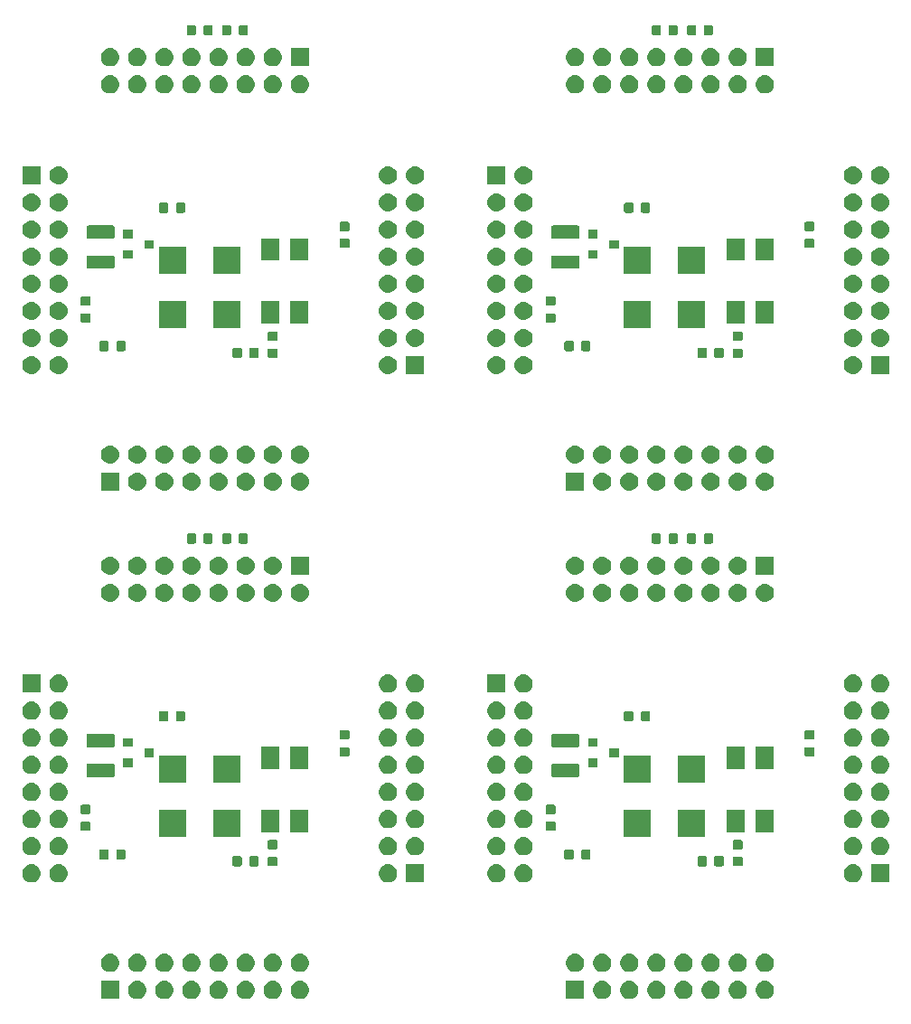
<source format=gbs>
G04 #@! TF.GenerationSoftware,KiCad,Pcbnew,5.0.2+dfsg1-1~bpo9+1*
G04 #@! TF.CreationDate,2019-09-20T22:33:43+02:00*
G04 #@! TF.ProjectId,PIC32MZTOMX,50494333-324d-45a5-944f-4d582e6b6963,rev?*
G04 #@! TF.SameCoordinates,Original*
G04 #@! TF.FileFunction,Soldermask,Bot*
G04 #@! TF.FilePolarity,Negative*
%FSLAX46Y46*%
G04 Gerber Fmt 4.6, Leading zero omitted, Abs format (unit mm)*
G04 Created by KiCad (PCBNEW 5.0.2+dfsg1-1~bpo9+1) date ven. 20 sept. 2019 22:33:43 CEST*
%MOMM*%
%LPD*%
G01*
G04 APERTURE LIST*
%ADD10C,0.100000*%
G04 APERTURE END LIST*
D10*
G36*
X196381630Y-151689299D02*
X196541855Y-151737903D01*
X196689520Y-151816831D01*
X196818949Y-151923051D01*
X196925169Y-152052480D01*
X197004097Y-152200145D01*
X197052701Y-152360370D01*
X197069112Y-152527000D01*
X197052701Y-152693630D01*
X197004097Y-152853855D01*
X196925169Y-153001520D01*
X196818949Y-153130949D01*
X196689520Y-153237169D01*
X196541855Y-153316097D01*
X196381630Y-153364701D01*
X196256752Y-153377000D01*
X196173248Y-153377000D01*
X196048370Y-153364701D01*
X195888145Y-153316097D01*
X195740480Y-153237169D01*
X195611051Y-153130949D01*
X195504831Y-153001520D01*
X195425903Y-152853855D01*
X195377299Y-152693630D01*
X195360888Y-152527000D01*
X195377299Y-152360370D01*
X195425903Y-152200145D01*
X195504831Y-152052480D01*
X195611051Y-151923051D01*
X195740480Y-151816831D01*
X195888145Y-151737903D01*
X196048370Y-151689299D01*
X196173248Y-151677000D01*
X196256752Y-151677000D01*
X196381630Y-151689299D01*
X196381630Y-151689299D01*
G37*
G36*
X140120630Y-151689299D02*
X140280855Y-151737903D01*
X140428520Y-151816831D01*
X140557949Y-151923051D01*
X140664169Y-152052480D01*
X140743097Y-152200145D01*
X140791701Y-152360370D01*
X140808112Y-152527000D01*
X140791701Y-152693630D01*
X140743097Y-152853855D01*
X140664169Y-153001520D01*
X140557949Y-153130949D01*
X140428520Y-153237169D01*
X140280855Y-153316097D01*
X140120630Y-153364701D01*
X139995752Y-153377000D01*
X139912248Y-153377000D01*
X139787370Y-153364701D01*
X139627145Y-153316097D01*
X139479480Y-153237169D01*
X139350051Y-153130949D01*
X139243831Y-153001520D01*
X139164903Y-152853855D01*
X139116299Y-152693630D01*
X139099888Y-152527000D01*
X139116299Y-152360370D01*
X139164903Y-152200145D01*
X139243831Y-152052480D01*
X139350051Y-151923051D01*
X139479480Y-151816831D01*
X139627145Y-151737903D01*
X139787370Y-151689299D01*
X139912248Y-151677000D01*
X139995752Y-151677000D01*
X140120630Y-151689299D01*
X140120630Y-151689299D01*
G37*
G36*
X155360630Y-151689299D02*
X155520855Y-151737903D01*
X155668520Y-151816831D01*
X155797949Y-151923051D01*
X155904169Y-152052480D01*
X155983097Y-152200145D01*
X156031701Y-152360370D01*
X156048112Y-152527000D01*
X156031701Y-152693630D01*
X155983097Y-152853855D01*
X155904169Y-153001520D01*
X155797949Y-153130949D01*
X155668520Y-153237169D01*
X155520855Y-153316097D01*
X155360630Y-153364701D01*
X155235752Y-153377000D01*
X155152248Y-153377000D01*
X155027370Y-153364701D01*
X154867145Y-153316097D01*
X154719480Y-153237169D01*
X154590051Y-153130949D01*
X154483831Y-153001520D01*
X154404903Y-152853855D01*
X154356299Y-152693630D01*
X154339888Y-152527000D01*
X154356299Y-152360370D01*
X154404903Y-152200145D01*
X154483831Y-152052480D01*
X154590051Y-151923051D01*
X154719480Y-151816831D01*
X154867145Y-151737903D01*
X155027370Y-151689299D01*
X155152248Y-151677000D01*
X155235752Y-151677000D01*
X155360630Y-151689299D01*
X155360630Y-151689299D01*
G37*
G36*
X152820630Y-151689299D02*
X152980855Y-151737903D01*
X153128520Y-151816831D01*
X153257949Y-151923051D01*
X153364169Y-152052480D01*
X153443097Y-152200145D01*
X153491701Y-152360370D01*
X153508112Y-152527000D01*
X153491701Y-152693630D01*
X153443097Y-152853855D01*
X153364169Y-153001520D01*
X153257949Y-153130949D01*
X153128520Y-153237169D01*
X152980855Y-153316097D01*
X152820630Y-153364701D01*
X152695752Y-153377000D01*
X152612248Y-153377000D01*
X152487370Y-153364701D01*
X152327145Y-153316097D01*
X152179480Y-153237169D01*
X152050051Y-153130949D01*
X151943831Y-153001520D01*
X151864903Y-152853855D01*
X151816299Y-152693630D01*
X151799888Y-152527000D01*
X151816299Y-152360370D01*
X151864903Y-152200145D01*
X151943831Y-152052480D01*
X152050051Y-151923051D01*
X152179480Y-151816831D01*
X152327145Y-151737903D01*
X152487370Y-151689299D01*
X152612248Y-151677000D01*
X152695752Y-151677000D01*
X152820630Y-151689299D01*
X152820630Y-151689299D01*
G37*
G36*
X150280630Y-151689299D02*
X150440855Y-151737903D01*
X150588520Y-151816831D01*
X150717949Y-151923051D01*
X150824169Y-152052480D01*
X150903097Y-152200145D01*
X150951701Y-152360370D01*
X150968112Y-152527000D01*
X150951701Y-152693630D01*
X150903097Y-152853855D01*
X150824169Y-153001520D01*
X150717949Y-153130949D01*
X150588520Y-153237169D01*
X150440855Y-153316097D01*
X150280630Y-153364701D01*
X150155752Y-153377000D01*
X150072248Y-153377000D01*
X149947370Y-153364701D01*
X149787145Y-153316097D01*
X149639480Y-153237169D01*
X149510051Y-153130949D01*
X149403831Y-153001520D01*
X149324903Y-152853855D01*
X149276299Y-152693630D01*
X149259888Y-152527000D01*
X149276299Y-152360370D01*
X149324903Y-152200145D01*
X149403831Y-152052480D01*
X149510051Y-151923051D01*
X149639480Y-151816831D01*
X149787145Y-151737903D01*
X149947370Y-151689299D01*
X150072248Y-151677000D01*
X150155752Y-151677000D01*
X150280630Y-151689299D01*
X150280630Y-151689299D01*
G37*
G36*
X147740630Y-151689299D02*
X147900855Y-151737903D01*
X148048520Y-151816831D01*
X148177949Y-151923051D01*
X148284169Y-152052480D01*
X148363097Y-152200145D01*
X148411701Y-152360370D01*
X148428112Y-152527000D01*
X148411701Y-152693630D01*
X148363097Y-152853855D01*
X148284169Y-153001520D01*
X148177949Y-153130949D01*
X148048520Y-153237169D01*
X147900855Y-153316097D01*
X147740630Y-153364701D01*
X147615752Y-153377000D01*
X147532248Y-153377000D01*
X147407370Y-153364701D01*
X147247145Y-153316097D01*
X147099480Y-153237169D01*
X146970051Y-153130949D01*
X146863831Y-153001520D01*
X146784903Y-152853855D01*
X146736299Y-152693630D01*
X146719888Y-152527000D01*
X146736299Y-152360370D01*
X146784903Y-152200145D01*
X146863831Y-152052480D01*
X146970051Y-151923051D01*
X147099480Y-151816831D01*
X147247145Y-151737903D01*
X147407370Y-151689299D01*
X147532248Y-151677000D01*
X147615752Y-151677000D01*
X147740630Y-151689299D01*
X147740630Y-151689299D01*
G37*
G36*
X145200630Y-151689299D02*
X145360855Y-151737903D01*
X145508520Y-151816831D01*
X145637949Y-151923051D01*
X145744169Y-152052480D01*
X145823097Y-152200145D01*
X145871701Y-152360370D01*
X145888112Y-152527000D01*
X145871701Y-152693630D01*
X145823097Y-152853855D01*
X145744169Y-153001520D01*
X145637949Y-153130949D01*
X145508520Y-153237169D01*
X145360855Y-153316097D01*
X145200630Y-153364701D01*
X145075752Y-153377000D01*
X144992248Y-153377000D01*
X144867370Y-153364701D01*
X144707145Y-153316097D01*
X144559480Y-153237169D01*
X144430051Y-153130949D01*
X144323831Y-153001520D01*
X144244903Y-152853855D01*
X144196299Y-152693630D01*
X144179888Y-152527000D01*
X144196299Y-152360370D01*
X144244903Y-152200145D01*
X144323831Y-152052480D01*
X144430051Y-151923051D01*
X144559480Y-151816831D01*
X144707145Y-151737903D01*
X144867370Y-151689299D01*
X144992248Y-151677000D01*
X145075752Y-151677000D01*
X145200630Y-151689299D01*
X145200630Y-151689299D01*
G37*
G36*
X142660630Y-151689299D02*
X142820855Y-151737903D01*
X142968520Y-151816831D01*
X143097949Y-151923051D01*
X143204169Y-152052480D01*
X143283097Y-152200145D01*
X143331701Y-152360370D01*
X143348112Y-152527000D01*
X143331701Y-152693630D01*
X143283097Y-152853855D01*
X143204169Y-153001520D01*
X143097949Y-153130949D01*
X142968520Y-153237169D01*
X142820855Y-153316097D01*
X142660630Y-153364701D01*
X142535752Y-153377000D01*
X142452248Y-153377000D01*
X142327370Y-153364701D01*
X142167145Y-153316097D01*
X142019480Y-153237169D01*
X141890051Y-153130949D01*
X141783831Y-153001520D01*
X141704903Y-152853855D01*
X141656299Y-152693630D01*
X141639888Y-152527000D01*
X141656299Y-152360370D01*
X141704903Y-152200145D01*
X141783831Y-152052480D01*
X141890051Y-151923051D01*
X142019480Y-151816831D01*
X142167145Y-151737903D01*
X142327370Y-151689299D01*
X142452248Y-151677000D01*
X142535752Y-151677000D01*
X142660630Y-151689299D01*
X142660630Y-151689299D01*
G37*
G36*
X198921630Y-151689299D02*
X199081855Y-151737903D01*
X199229520Y-151816831D01*
X199358949Y-151923051D01*
X199465169Y-152052480D01*
X199544097Y-152200145D01*
X199592701Y-152360370D01*
X199609112Y-152527000D01*
X199592701Y-152693630D01*
X199544097Y-152853855D01*
X199465169Y-153001520D01*
X199358949Y-153130949D01*
X199229520Y-153237169D01*
X199081855Y-153316097D01*
X198921630Y-153364701D01*
X198796752Y-153377000D01*
X198713248Y-153377000D01*
X198588370Y-153364701D01*
X198428145Y-153316097D01*
X198280480Y-153237169D01*
X198151051Y-153130949D01*
X198044831Y-153001520D01*
X197965903Y-152853855D01*
X197917299Y-152693630D01*
X197900888Y-152527000D01*
X197917299Y-152360370D01*
X197965903Y-152200145D01*
X198044831Y-152052480D01*
X198151051Y-151923051D01*
X198280480Y-151816831D01*
X198428145Y-151737903D01*
X198588370Y-151689299D01*
X198713248Y-151677000D01*
X198796752Y-151677000D01*
X198921630Y-151689299D01*
X198921630Y-151689299D01*
G37*
G36*
X138264000Y-153377000D02*
X136564000Y-153377000D01*
X136564000Y-151677000D01*
X138264000Y-151677000D01*
X138264000Y-153377000D01*
X138264000Y-153377000D01*
G37*
G36*
X181825000Y-153377000D02*
X180125000Y-153377000D01*
X180125000Y-151677000D01*
X181825000Y-151677000D01*
X181825000Y-153377000D01*
X181825000Y-153377000D01*
G37*
G36*
X183681630Y-151689299D02*
X183841855Y-151737903D01*
X183989520Y-151816831D01*
X184118949Y-151923051D01*
X184225169Y-152052480D01*
X184304097Y-152200145D01*
X184352701Y-152360370D01*
X184369112Y-152527000D01*
X184352701Y-152693630D01*
X184304097Y-152853855D01*
X184225169Y-153001520D01*
X184118949Y-153130949D01*
X183989520Y-153237169D01*
X183841855Y-153316097D01*
X183681630Y-153364701D01*
X183556752Y-153377000D01*
X183473248Y-153377000D01*
X183348370Y-153364701D01*
X183188145Y-153316097D01*
X183040480Y-153237169D01*
X182911051Y-153130949D01*
X182804831Y-153001520D01*
X182725903Y-152853855D01*
X182677299Y-152693630D01*
X182660888Y-152527000D01*
X182677299Y-152360370D01*
X182725903Y-152200145D01*
X182804831Y-152052480D01*
X182911051Y-151923051D01*
X183040480Y-151816831D01*
X183188145Y-151737903D01*
X183348370Y-151689299D01*
X183473248Y-151677000D01*
X183556752Y-151677000D01*
X183681630Y-151689299D01*
X183681630Y-151689299D01*
G37*
G36*
X186221630Y-151689299D02*
X186381855Y-151737903D01*
X186529520Y-151816831D01*
X186658949Y-151923051D01*
X186765169Y-152052480D01*
X186844097Y-152200145D01*
X186892701Y-152360370D01*
X186909112Y-152527000D01*
X186892701Y-152693630D01*
X186844097Y-152853855D01*
X186765169Y-153001520D01*
X186658949Y-153130949D01*
X186529520Y-153237169D01*
X186381855Y-153316097D01*
X186221630Y-153364701D01*
X186096752Y-153377000D01*
X186013248Y-153377000D01*
X185888370Y-153364701D01*
X185728145Y-153316097D01*
X185580480Y-153237169D01*
X185451051Y-153130949D01*
X185344831Y-153001520D01*
X185265903Y-152853855D01*
X185217299Y-152693630D01*
X185200888Y-152527000D01*
X185217299Y-152360370D01*
X185265903Y-152200145D01*
X185344831Y-152052480D01*
X185451051Y-151923051D01*
X185580480Y-151816831D01*
X185728145Y-151737903D01*
X185888370Y-151689299D01*
X186013248Y-151677000D01*
X186096752Y-151677000D01*
X186221630Y-151689299D01*
X186221630Y-151689299D01*
G37*
G36*
X188761630Y-151689299D02*
X188921855Y-151737903D01*
X189069520Y-151816831D01*
X189198949Y-151923051D01*
X189305169Y-152052480D01*
X189384097Y-152200145D01*
X189432701Y-152360370D01*
X189449112Y-152527000D01*
X189432701Y-152693630D01*
X189384097Y-152853855D01*
X189305169Y-153001520D01*
X189198949Y-153130949D01*
X189069520Y-153237169D01*
X188921855Y-153316097D01*
X188761630Y-153364701D01*
X188636752Y-153377000D01*
X188553248Y-153377000D01*
X188428370Y-153364701D01*
X188268145Y-153316097D01*
X188120480Y-153237169D01*
X187991051Y-153130949D01*
X187884831Y-153001520D01*
X187805903Y-152853855D01*
X187757299Y-152693630D01*
X187740888Y-152527000D01*
X187757299Y-152360370D01*
X187805903Y-152200145D01*
X187884831Y-152052480D01*
X187991051Y-151923051D01*
X188120480Y-151816831D01*
X188268145Y-151737903D01*
X188428370Y-151689299D01*
X188553248Y-151677000D01*
X188636752Y-151677000D01*
X188761630Y-151689299D01*
X188761630Y-151689299D01*
G37*
G36*
X191301630Y-151689299D02*
X191461855Y-151737903D01*
X191609520Y-151816831D01*
X191738949Y-151923051D01*
X191845169Y-152052480D01*
X191924097Y-152200145D01*
X191972701Y-152360370D01*
X191989112Y-152527000D01*
X191972701Y-152693630D01*
X191924097Y-152853855D01*
X191845169Y-153001520D01*
X191738949Y-153130949D01*
X191609520Y-153237169D01*
X191461855Y-153316097D01*
X191301630Y-153364701D01*
X191176752Y-153377000D01*
X191093248Y-153377000D01*
X190968370Y-153364701D01*
X190808145Y-153316097D01*
X190660480Y-153237169D01*
X190531051Y-153130949D01*
X190424831Y-153001520D01*
X190345903Y-152853855D01*
X190297299Y-152693630D01*
X190280888Y-152527000D01*
X190297299Y-152360370D01*
X190345903Y-152200145D01*
X190424831Y-152052480D01*
X190531051Y-151923051D01*
X190660480Y-151816831D01*
X190808145Y-151737903D01*
X190968370Y-151689299D01*
X191093248Y-151677000D01*
X191176752Y-151677000D01*
X191301630Y-151689299D01*
X191301630Y-151689299D01*
G37*
G36*
X193841630Y-151689299D02*
X194001855Y-151737903D01*
X194149520Y-151816831D01*
X194278949Y-151923051D01*
X194385169Y-152052480D01*
X194464097Y-152200145D01*
X194512701Y-152360370D01*
X194529112Y-152527000D01*
X194512701Y-152693630D01*
X194464097Y-152853855D01*
X194385169Y-153001520D01*
X194278949Y-153130949D01*
X194149520Y-153237169D01*
X194001855Y-153316097D01*
X193841630Y-153364701D01*
X193716752Y-153377000D01*
X193633248Y-153377000D01*
X193508370Y-153364701D01*
X193348145Y-153316097D01*
X193200480Y-153237169D01*
X193071051Y-153130949D01*
X192964831Y-153001520D01*
X192885903Y-152853855D01*
X192837299Y-152693630D01*
X192820888Y-152527000D01*
X192837299Y-152360370D01*
X192885903Y-152200145D01*
X192964831Y-152052480D01*
X193071051Y-151923051D01*
X193200480Y-151816831D01*
X193348145Y-151737903D01*
X193508370Y-151689299D01*
X193633248Y-151677000D01*
X193716752Y-151677000D01*
X193841630Y-151689299D01*
X193841630Y-151689299D01*
G37*
G36*
X188761630Y-149149299D02*
X188921855Y-149197903D01*
X189069520Y-149276831D01*
X189198949Y-149383051D01*
X189305169Y-149512480D01*
X189384097Y-149660145D01*
X189432701Y-149820370D01*
X189449112Y-149987000D01*
X189432701Y-150153630D01*
X189384097Y-150313855D01*
X189305169Y-150461520D01*
X189198949Y-150590949D01*
X189069520Y-150697169D01*
X188921855Y-150776097D01*
X188761630Y-150824701D01*
X188636752Y-150837000D01*
X188553248Y-150837000D01*
X188428370Y-150824701D01*
X188268145Y-150776097D01*
X188120480Y-150697169D01*
X187991051Y-150590949D01*
X187884831Y-150461520D01*
X187805903Y-150313855D01*
X187757299Y-150153630D01*
X187740888Y-149987000D01*
X187757299Y-149820370D01*
X187805903Y-149660145D01*
X187884831Y-149512480D01*
X187991051Y-149383051D01*
X188120480Y-149276831D01*
X188268145Y-149197903D01*
X188428370Y-149149299D01*
X188553248Y-149137000D01*
X188636752Y-149137000D01*
X188761630Y-149149299D01*
X188761630Y-149149299D01*
G37*
G36*
X152820630Y-149149299D02*
X152980855Y-149197903D01*
X153128520Y-149276831D01*
X153257949Y-149383051D01*
X153364169Y-149512480D01*
X153443097Y-149660145D01*
X153491701Y-149820370D01*
X153508112Y-149987000D01*
X153491701Y-150153630D01*
X153443097Y-150313855D01*
X153364169Y-150461520D01*
X153257949Y-150590949D01*
X153128520Y-150697169D01*
X152980855Y-150776097D01*
X152820630Y-150824701D01*
X152695752Y-150837000D01*
X152612248Y-150837000D01*
X152487370Y-150824701D01*
X152327145Y-150776097D01*
X152179480Y-150697169D01*
X152050051Y-150590949D01*
X151943831Y-150461520D01*
X151864903Y-150313855D01*
X151816299Y-150153630D01*
X151799888Y-149987000D01*
X151816299Y-149820370D01*
X151864903Y-149660145D01*
X151943831Y-149512480D01*
X152050051Y-149383051D01*
X152179480Y-149276831D01*
X152327145Y-149197903D01*
X152487370Y-149149299D01*
X152612248Y-149137000D01*
X152695752Y-149137000D01*
X152820630Y-149149299D01*
X152820630Y-149149299D01*
G37*
G36*
X155360630Y-149149299D02*
X155520855Y-149197903D01*
X155668520Y-149276831D01*
X155797949Y-149383051D01*
X155904169Y-149512480D01*
X155983097Y-149660145D01*
X156031701Y-149820370D01*
X156048112Y-149987000D01*
X156031701Y-150153630D01*
X155983097Y-150313855D01*
X155904169Y-150461520D01*
X155797949Y-150590949D01*
X155668520Y-150697169D01*
X155520855Y-150776097D01*
X155360630Y-150824701D01*
X155235752Y-150837000D01*
X155152248Y-150837000D01*
X155027370Y-150824701D01*
X154867145Y-150776097D01*
X154719480Y-150697169D01*
X154590051Y-150590949D01*
X154483831Y-150461520D01*
X154404903Y-150313855D01*
X154356299Y-150153630D01*
X154339888Y-149987000D01*
X154356299Y-149820370D01*
X154404903Y-149660145D01*
X154483831Y-149512480D01*
X154590051Y-149383051D01*
X154719480Y-149276831D01*
X154867145Y-149197903D01*
X155027370Y-149149299D01*
X155152248Y-149137000D01*
X155235752Y-149137000D01*
X155360630Y-149149299D01*
X155360630Y-149149299D01*
G37*
G36*
X181141630Y-149149299D02*
X181301855Y-149197903D01*
X181449520Y-149276831D01*
X181578949Y-149383051D01*
X181685169Y-149512480D01*
X181764097Y-149660145D01*
X181812701Y-149820370D01*
X181829112Y-149987000D01*
X181812701Y-150153630D01*
X181764097Y-150313855D01*
X181685169Y-150461520D01*
X181578949Y-150590949D01*
X181449520Y-150697169D01*
X181301855Y-150776097D01*
X181141630Y-150824701D01*
X181016752Y-150837000D01*
X180933248Y-150837000D01*
X180808370Y-150824701D01*
X180648145Y-150776097D01*
X180500480Y-150697169D01*
X180371051Y-150590949D01*
X180264831Y-150461520D01*
X180185903Y-150313855D01*
X180137299Y-150153630D01*
X180120888Y-149987000D01*
X180137299Y-149820370D01*
X180185903Y-149660145D01*
X180264831Y-149512480D01*
X180371051Y-149383051D01*
X180500480Y-149276831D01*
X180648145Y-149197903D01*
X180808370Y-149149299D01*
X180933248Y-149137000D01*
X181016752Y-149137000D01*
X181141630Y-149149299D01*
X181141630Y-149149299D01*
G37*
G36*
X145200630Y-149149299D02*
X145360855Y-149197903D01*
X145508520Y-149276831D01*
X145637949Y-149383051D01*
X145744169Y-149512480D01*
X145823097Y-149660145D01*
X145871701Y-149820370D01*
X145888112Y-149987000D01*
X145871701Y-150153630D01*
X145823097Y-150313855D01*
X145744169Y-150461520D01*
X145637949Y-150590949D01*
X145508520Y-150697169D01*
X145360855Y-150776097D01*
X145200630Y-150824701D01*
X145075752Y-150837000D01*
X144992248Y-150837000D01*
X144867370Y-150824701D01*
X144707145Y-150776097D01*
X144559480Y-150697169D01*
X144430051Y-150590949D01*
X144323831Y-150461520D01*
X144244903Y-150313855D01*
X144196299Y-150153630D01*
X144179888Y-149987000D01*
X144196299Y-149820370D01*
X144244903Y-149660145D01*
X144323831Y-149512480D01*
X144430051Y-149383051D01*
X144559480Y-149276831D01*
X144707145Y-149197903D01*
X144867370Y-149149299D01*
X144992248Y-149137000D01*
X145075752Y-149137000D01*
X145200630Y-149149299D01*
X145200630Y-149149299D01*
G37*
G36*
X183681630Y-149149299D02*
X183841855Y-149197903D01*
X183989520Y-149276831D01*
X184118949Y-149383051D01*
X184225169Y-149512480D01*
X184304097Y-149660145D01*
X184352701Y-149820370D01*
X184369112Y-149987000D01*
X184352701Y-150153630D01*
X184304097Y-150313855D01*
X184225169Y-150461520D01*
X184118949Y-150590949D01*
X183989520Y-150697169D01*
X183841855Y-150776097D01*
X183681630Y-150824701D01*
X183556752Y-150837000D01*
X183473248Y-150837000D01*
X183348370Y-150824701D01*
X183188145Y-150776097D01*
X183040480Y-150697169D01*
X182911051Y-150590949D01*
X182804831Y-150461520D01*
X182725903Y-150313855D01*
X182677299Y-150153630D01*
X182660888Y-149987000D01*
X182677299Y-149820370D01*
X182725903Y-149660145D01*
X182804831Y-149512480D01*
X182911051Y-149383051D01*
X183040480Y-149276831D01*
X183188145Y-149197903D01*
X183348370Y-149149299D01*
X183473248Y-149137000D01*
X183556752Y-149137000D01*
X183681630Y-149149299D01*
X183681630Y-149149299D01*
G37*
G36*
X142660630Y-149149299D02*
X142820855Y-149197903D01*
X142968520Y-149276831D01*
X143097949Y-149383051D01*
X143204169Y-149512480D01*
X143283097Y-149660145D01*
X143331701Y-149820370D01*
X143348112Y-149987000D01*
X143331701Y-150153630D01*
X143283097Y-150313855D01*
X143204169Y-150461520D01*
X143097949Y-150590949D01*
X142968520Y-150697169D01*
X142820855Y-150776097D01*
X142660630Y-150824701D01*
X142535752Y-150837000D01*
X142452248Y-150837000D01*
X142327370Y-150824701D01*
X142167145Y-150776097D01*
X142019480Y-150697169D01*
X141890051Y-150590949D01*
X141783831Y-150461520D01*
X141704903Y-150313855D01*
X141656299Y-150153630D01*
X141639888Y-149987000D01*
X141656299Y-149820370D01*
X141704903Y-149660145D01*
X141783831Y-149512480D01*
X141890051Y-149383051D01*
X142019480Y-149276831D01*
X142167145Y-149197903D01*
X142327370Y-149149299D01*
X142452248Y-149137000D01*
X142535752Y-149137000D01*
X142660630Y-149149299D01*
X142660630Y-149149299D01*
G37*
G36*
X186221630Y-149149299D02*
X186381855Y-149197903D01*
X186529520Y-149276831D01*
X186658949Y-149383051D01*
X186765169Y-149512480D01*
X186844097Y-149660145D01*
X186892701Y-149820370D01*
X186909112Y-149987000D01*
X186892701Y-150153630D01*
X186844097Y-150313855D01*
X186765169Y-150461520D01*
X186658949Y-150590949D01*
X186529520Y-150697169D01*
X186381855Y-150776097D01*
X186221630Y-150824701D01*
X186096752Y-150837000D01*
X186013248Y-150837000D01*
X185888370Y-150824701D01*
X185728145Y-150776097D01*
X185580480Y-150697169D01*
X185451051Y-150590949D01*
X185344831Y-150461520D01*
X185265903Y-150313855D01*
X185217299Y-150153630D01*
X185200888Y-149987000D01*
X185217299Y-149820370D01*
X185265903Y-149660145D01*
X185344831Y-149512480D01*
X185451051Y-149383051D01*
X185580480Y-149276831D01*
X185728145Y-149197903D01*
X185888370Y-149149299D01*
X186013248Y-149137000D01*
X186096752Y-149137000D01*
X186221630Y-149149299D01*
X186221630Y-149149299D01*
G37*
G36*
X140120630Y-149149299D02*
X140280855Y-149197903D01*
X140428520Y-149276831D01*
X140557949Y-149383051D01*
X140664169Y-149512480D01*
X140743097Y-149660145D01*
X140791701Y-149820370D01*
X140808112Y-149987000D01*
X140791701Y-150153630D01*
X140743097Y-150313855D01*
X140664169Y-150461520D01*
X140557949Y-150590949D01*
X140428520Y-150697169D01*
X140280855Y-150776097D01*
X140120630Y-150824701D01*
X139995752Y-150837000D01*
X139912248Y-150837000D01*
X139787370Y-150824701D01*
X139627145Y-150776097D01*
X139479480Y-150697169D01*
X139350051Y-150590949D01*
X139243831Y-150461520D01*
X139164903Y-150313855D01*
X139116299Y-150153630D01*
X139099888Y-149987000D01*
X139116299Y-149820370D01*
X139164903Y-149660145D01*
X139243831Y-149512480D01*
X139350051Y-149383051D01*
X139479480Y-149276831D01*
X139627145Y-149197903D01*
X139787370Y-149149299D01*
X139912248Y-149137000D01*
X139995752Y-149137000D01*
X140120630Y-149149299D01*
X140120630Y-149149299D01*
G37*
G36*
X193841630Y-149149299D02*
X194001855Y-149197903D01*
X194149520Y-149276831D01*
X194278949Y-149383051D01*
X194385169Y-149512480D01*
X194464097Y-149660145D01*
X194512701Y-149820370D01*
X194529112Y-149987000D01*
X194512701Y-150153630D01*
X194464097Y-150313855D01*
X194385169Y-150461520D01*
X194278949Y-150590949D01*
X194149520Y-150697169D01*
X194001855Y-150776097D01*
X193841630Y-150824701D01*
X193716752Y-150837000D01*
X193633248Y-150837000D01*
X193508370Y-150824701D01*
X193348145Y-150776097D01*
X193200480Y-150697169D01*
X193071051Y-150590949D01*
X192964831Y-150461520D01*
X192885903Y-150313855D01*
X192837299Y-150153630D01*
X192820888Y-149987000D01*
X192837299Y-149820370D01*
X192885903Y-149660145D01*
X192964831Y-149512480D01*
X193071051Y-149383051D01*
X193200480Y-149276831D01*
X193348145Y-149197903D01*
X193508370Y-149149299D01*
X193633248Y-149137000D01*
X193716752Y-149137000D01*
X193841630Y-149149299D01*
X193841630Y-149149299D01*
G37*
G36*
X196381630Y-149149299D02*
X196541855Y-149197903D01*
X196689520Y-149276831D01*
X196818949Y-149383051D01*
X196925169Y-149512480D01*
X197004097Y-149660145D01*
X197052701Y-149820370D01*
X197069112Y-149987000D01*
X197052701Y-150153630D01*
X197004097Y-150313855D01*
X196925169Y-150461520D01*
X196818949Y-150590949D01*
X196689520Y-150697169D01*
X196541855Y-150776097D01*
X196381630Y-150824701D01*
X196256752Y-150837000D01*
X196173248Y-150837000D01*
X196048370Y-150824701D01*
X195888145Y-150776097D01*
X195740480Y-150697169D01*
X195611051Y-150590949D01*
X195504831Y-150461520D01*
X195425903Y-150313855D01*
X195377299Y-150153630D01*
X195360888Y-149987000D01*
X195377299Y-149820370D01*
X195425903Y-149660145D01*
X195504831Y-149512480D01*
X195611051Y-149383051D01*
X195740480Y-149276831D01*
X195888145Y-149197903D01*
X196048370Y-149149299D01*
X196173248Y-149137000D01*
X196256752Y-149137000D01*
X196381630Y-149149299D01*
X196381630Y-149149299D01*
G37*
G36*
X147740630Y-149149299D02*
X147900855Y-149197903D01*
X148048520Y-149276831D01*
X148177949Y-149383051D01*
X148284169Y-149512480D01*
X148363097Y-149660145D01*
X148411701Y-149820370D01*
X148428112Y-149987000D01*
X148411701Y-150153630D01*
X148363097Y-150313855D01*
X148284169Y-150461520D01*
X148177949Y-150590949D01*
X148048520Y-150697169D01*
X147900855Y-150776097D01*
X147740630Y-150824701D01*
X147615752Y-150837000D01*
X147532248Y-150837000D01*
X147407370Y-150824701D01*
X147247145Y-150776097D01*
X147099480Y-150697169D01*
X146970051Y-150590949D01*
X146863831Y-150461520D01*
X146784903Y-150313855D01*
X146736299Y-150153630D01*
X146719888Y-149987000D01*
X146736299Y-149820370D01*
X146784903Y-149660145D01*
X146863831Y-149512480D01*
X146970051Y-149383051D01*
X147099480Y-149276831D01*
X147247145Y-149197903D01*
X147407370Y-149149299D01*
X147532248Y-149137000D01*
X147615752Y-149137000D01*
X147740630Y-149149299D01*
X147740630Y-149149299D01*
G37*
G36*
X198921630Y-149149299D02*
X199081855Y-149197903D01*
X199229520Y-149276831D01*
X199358949Y-149383051D01*
X199465169Y-149512480D01*
X199544097Y-149660145D01*
X199592701Y-149820370D01*
X199609112Y-149987000D01*
X199592701Y-150153630D01*
X199544097Y-150313855D01*
X199465169Y-150461520D01*
X199358949Y-150590949D01*
X199229520Y-150697169D01*
X199081855Y-150776097D01*
X198921630Y-150824701D01*
X198796752Y-150837000D01*
X198713248Y-150837000D01*
X198588370Y-150824701D01*
X198428145Y-150776097D01*
X198280480Y-150697169D01*
X198151051Y-150590949D01*
X198044831Y-150461520D01*
X197965903Y-150313855D01*
X197917299Y-150153630D01*
X197900888Y-149987000D01*
X197917299Y-149820370D01*
X197965903Y-149660145D01*
X198044831Y-149512480D01*
X198151051Y-149383051D01*
X198280480Y-149276831D01*
X198428145Y-149197903D01*
X198588370Y-149149299D01*
X198713248Y-149137000D01*
X198796752Y-149137000D01*
X198921630Y-149149299D01*
X198921630Y-149149299D01*
G37*
G36*
X150280630Y-149149299D02*
X150440855Y-149197903D01*
X150588520Y-149276831D01*
X150717949Y-149383051D01*
X150824169Y-149512480D01*
X150903097Y-149660145D01*
X150951701Y-149820370D01*
X150968112Y-149987000D01*
X150951701Y-150153630D01*
X150903097Y-150313855D01*
X150824169Y-150461520D01*
X150717949Y-150590949D01*
X150588520Y-150697169D01*
X150440855Y-150776097D01*
X150280630Y-150824701D01*
X150155752Y-150837000D01*
X150072248Y-150837000D01*
X149947370Y-150824701D01*
X149787145Y-150776097D01*
X149639480Y-150697169D01*
X149510051Y-150590949D01*
X149403831Y-150461520D01*
X149324903Y-150313855D01*
X149276299Y-150153630D01*
X149259888Y-149987000D01*
X149276299Y-149820370D01*
X149324903Y-149660145D01*
X149403831Y-149512480D01*
X149510051Y-149383051D01*
X149639480Y-149276831D01*
X149787145Y-149197903D01*
X149947370Y-149149299D01*
X150072248Y-149137000D01*
X150155752Y-149137000D01*
X150280630Y-149149299D01*
X150280630Y-149149299D01*
G37*
G36*
X137580630Y-149149299D02*
X137740855Y-149197903D01*
X137888520Y-149276831D01*
X138017949Y-149383051D01*
X138124169Y-149512480D01*
X138203097Y-149660145D01*
X138251701Y-149820370D01*
X138268112Y-149987000D01*
X138251701Y-150153630D01*
X138203097Y-150313855D01*
X138124169Y-150461520D01*
X138017949Y-150590949D01*
X137888520Y-150697169D01*
X137740855Y-150776097D01*
X137580630Y-150824701D01*
X137455752Y-150837000D01*
X137372248Y-150837000D01*
X137247370Y-150824701D01*
X137087145Y-150776097D01*
X136939480Y-150697169D01*
X136810051Y-150590949D01*
X136703831Y-150461520D01*
X136624903Y-150313855D01*
X136576299Y-150153630D01*
X136559888Y-149987000D01*
X136576299Y-149820370D01*
X136624903Y-149660145D01*
X136703831Y-149512480D01*
X136810051Y-149383051D01*
X136939480Y-149276831D01*
X137087145Y-149197903D01*
X137247370Y-149149299D01*
X137372248Y-149137000D01*
X137455752Y-149137000D01*
X137580630Y-149149299D01*
X137580630Y-149149299D01*
G37*
G36*
X191301630Y-149149299D02*
X191461855Y-149197903D01*
X191609520Y-149276831D01*
X191738949Y-149383051D01*
X191845169Y-149512480D01*
X191924097Y-149660145D01*
X191972701Y-149820370D01*
X191989112Y-149987000D01*
X191972701Y-150153630D01*
X191924097Y-150313855D01*
X191845169Y-150461520D01*
X191738949Y-150590949D01*
X191609520Y-150697169D01*
X191461855Y-150776097D01*
X191301630Y-150824701D01*
X191176752Y-150837000D01*
X191093248Y-150837000D01*
X190968370Y-150824701D01*
X190808145Y-150776097D01*
X190660480Y-150697169D01*
X190531051Y-150590949D01*
X190424831Y-150461520D01*
X190345903Y-150313855D01*
X190297299Y-150153630D01*
X190280888Y-149987000D01*
X190297299Y-149820370D01*
X190345903Y-149660145D01*
X190424831Y-149512480D01*
X190531051Y-149383051D01*
X190660480Y-149276831D01*
X190808145Y-149197903D01*
X190968370Y-149149299D01*
X191093248Y-149137000D01*
X191176752Y-149137000D01*
X191301630Y-149149299D01*
X191301630Y-149149299D01*
G37*
G36*
X132754630Y-140767299D02*
X132914855Y-140815903D01*
X133062520Y-140894831D01*
X133191949Y-141001051D01*
X133298169Y-141130480D01*
X133377097Y-141278145D01*
X133425701Y-141438370D01*
X133442112Y-141605000D01*
X133425701Y-141771630D01*
X133377097Y-141931855D01*
X133298169Y-142079520D01*
X133191949Y-142208949D01*
X133062520Y-142315169D01*
X132914855Y-142394097D01*
X132754630Y-142442701D01*
X132629752Y-142455000D01*
X132546248Y-142455000D01*
X132421370Y-142442701D01*
X132261145Y-142394097D01*
X132113480Y-142315169D01*
X131984051Y-142208949D01*
X131877831Y-142079520D01*
X131798903Y-141931855D01*
X131750299Y-141771630D01*
X131733888Y-141605000D01*
X131750299Y-141438370D01*
X131798903Y-141278145D01*
X131877831Y-141130480D01*
X131984051Y-141001051D01*
X132113480Y-140894831D01*
X132261145Y-140815903D01*
X132421370Y-140767299D01*
X132546248Y-140755000D01*
X132629752Y-140755000D01*
X132754630Y-140767299D01*
X132754630Y-140767299D01*
G37*
G36*
X207176630Y-140767299D02*
X207336855Y-140815903D01*
X207484520Y-140894831D01*
X207613949Y-141001051D01*
X207720169Y-141130480D01*
X207799097Y-141278145D01*
X207847701Y-141438370D01*
X207864112Y-141605000D01*
X207847701Y-141771630D01*
X207799097Y-141931855D01*
X207720169Y-142079520D01*
X207613949Y-142208949D01*
X207484520Y-142315169D01*
X207336855Y-142394097D01*
X207176630Y-142442701D01*
X207051752Y-142455000D01*
X206968248Y-142455000D01*
X206843370Y-142442701D01*
X206683145Y-142394097D01*
X206535480Y-142315169D01*
X206406051Y-142208949D01*
X206299831Y-142079520D01*
X206220903Y-141931855D01*
X206172299Y-141771630D01*
X206155888Y-141605000D01*
X206172299Y-141438370D01*
X206220903Y-141278145D01*
X206299831Y-141130480D01*
X206406051Y-141001051D01*
X206535480Y-140894831D01*
X206683145Y-140815903D01*
X206843370Y-140767299D01*
X206968248Y-140755000D01*
X207051752Y-140755000D01*
X207176630Y-140767299D01*
X207176630Y-140767299D01*
G37*
G36*
X210400000Y-142455000D02*
X208700000Y-142455000D01*
X208700000Y-140755000D01*
X210400000Y-140755000D01*
X210400000Y-142455000D01*
X210400000Y-142455000D01*
G37*
G36*
X130214630Y-140767299D02*
X130374855Y-140815903D01*
X130522520Y-140894831D01*
X130651949Y-141001051D01*
X130758169Y-141130480D01*
X130837097Y-141278145D01*
X130885701Y-141438370D01*
X130902112Y-141605000D01*
X130885701Y-141771630D01*
X130837097Y-141931855D01*
X130758169Y-142079520D01*
X130651949Y-142208949D01*
X130522520Y-142315169D01*
X130374855Y-142394097D01*
X130214630Y-142442701D01*
X130089752Y-142455000D01*
X130006248Y-142455000D01*
X129881370Y-142442701D01*
X129721145Y-142394097D01*
X129573480Y-142315169D01*
X129444051Y-142208949D01*
X129337831Y-142079520D01*
X129258903Y-141931855D01*
X129210299Y-141771630D01*
X129193888Y-141605000D01*
X129210299Y-141438370D01*
X129258903Y-141278145D01*
X129337831Y-141130480D01*
X129444051Y-141001051D01*
X129573480Y-140894831D01*
X129721145Y-140815903D01*
X129881370Y-140767299D01*
X130006248Y-140755000D01*
X130089752Y-140755000D01*
X130214630Y-140767299D01*
X130214630Y-140767299D01*
G37*
G36*
X166839000Y-142455000D02*
X165139000Y-142455000D01*
X165139000Y-140755000D01*
X166839000Y-140755000D01*
X166839000Y-142455000D01*
X166839000Y-142455000D01*
G37*
G36*
X163615630Y-140767299D02*
X163775855Y-140815903D01*
X163923520Y-140894831D01*
X164052949Y-141001051D01*
X164159169Y-141130480D01*
X164238097Y-141278145D01*
X164286701Y-141438370D01*
X164303112Y-141605000D01*
X164286701Y-141771630D01*
X164238097Y-141931855D01*
X164159169Y-142079520D01*
X164052949Y-142208949D01*
X163923520Y-142315169D01*
X163775855Y-142394097D01*
X163615630Y-142442701D01*
X163490752Y-142455000D01*
X163407248Y-142455000D01*
X163282370Y-142442701D01*
X163122145Y-142394097D01*
X162974480Y-142315169D01*
X162845051Y-142208949D01*
X162738831Y-142079520D01*
X162659903Y-141931855D01*
X162611299Y-141771630D01*
X162594888Y-141605000D01*
X162611299Y-141438370D01*
X162659903Y-141278145D01*
X162738831Y-141130480D01*
X162845051Y-141001051D01*
X162974480Y-140894831D01*
X163122145Y-140815903D01*
X163282370Y-140767299D01*
X163407248Y-140755000D01*
X163490752Y-140755000D01*
X163615630Y-140767299D01*
X163615630Y-140767299D01*
G37*
G36*
X176315630Y-140767299D02*
X176475855Y-140815903D01*
X176623520Y-140894831D01*
X176752949Y-141001051D01*
X176859169Y-141130480D01*
X176938097Y-141278145D01*
X176986701Y-141438370D01*
X177003112Y-141605000D01*
X176986701Y-141771630D01*
X176938097Y-141931855D01*
X176859169Y-142079520D01*
X176752949Y-142208949D01*
X176623520Y-142315169D01*
X176475855Y-142394097D01*
X176315630Y-142442701D01*
X176190752Y-142455000D01*
X176107248Y-142455000D01*
X175982370Y-142442701D01*
X175822145Y-142394097D01*
X175674480Y-142315169D01*
X175545051Y-142208949D01*
X175438831Y-142079520D01*
X175359903Y-141931855D01*
X175311299Y-141771630D01*
X175294888Y-141605000D01*
X175311299Y-141438370D01*
X175359903Y-141278145D01*
X175438831Y-141130480D01*
X175545051Y-141001051D01*
X175674480Y-140894831D01*
X175822145Y-140815903D01*
X175982370Y-140767299D01*
X176107248Y-140755000D01*
X176190752Y-140755000D01*
X176315630Y-140767299D01*
X176315630Y-140767299D01*
G37*
G36*
X173775630Y-140767299D02*
X173935855Y-140815903D01*
X174083520Y-140894831D01*
X174212949Y-141001051D01*
X174319169Y-141130480D01*
X174398097Y-141278145D01*
X174446701Y-141438370D01*
X174463112Y-141605000D01*
X174446701Y-141771630D01*
X174398097Y-141931855D01*
X174319169Y-142079520D01*
X174212949Y-142208949D01*
X174083520Y-142315169D01*
X173935855Y-142394097D01*
X173775630Y-142442701D01*
X173650752Y-142455000D01*
X173567248Y-142455000D01*
X173442370Y-142442701D01*
X173282145Y-142394097D01*
X173134480Y-142315169D01*
X173005051Y-142208949D01*
X172898831Y-142079520D01*
X172819903Y-141931855D01*
X172771299Y-141771630D01*
X172754888Y-141605000D01*
X172771299Y-141438370D01*
X172819903Y-141278145D01*
X172898831Y-141130480D01*
X173005051Y-141001051D01*
X173134480Y-140894831D01*
X173282145Y-140815903D01*
X173442370Y-140767299D01*
X173567248Y-140755000D01*
X173650752Y-140755000D01*
X173775630Y-140767299D01*
X173775630Y-140767299D01*
G37*
G36*
X149638116Y-139990595D02*
X149667313Y-139999452D01*
X149694218Y-140013833D01*
X149717808Y-140033192D01*
X149737167Y-140056782D01*
X149751548Y-140083687D01*
X149760405Y-140112884D01*
X149764000Y-140149390D01*
X149764000Y-140774610D01*
X149760405Y-140811116D01*
X149751548Y-140840313D01*
X149737167Y-140867218D01*
X149717808Y-140890808D01*
X149694218Y-140910167D01*
X149667313Y-140924548D01*
X149638116Y-140933405D01*
X149601610Y-140937000D01*
X149051390Y-140937000D01*
X149014884Y-140933405D01*
X148985687Y-140924548D01*
X148958782Y-140910167D01*
X148935192Y-140890808D01*
X148915833Y-140867218D01*
X148901452Y-140840313D01*
X148892595Y-140811116D01*
X148889000Y-140774610D01*
X148889000Y-140149390D01*
X148892595Y-140112884D01*
X148901452Y-140083687D01*
X148915833Y-140056782D01*
X148935192Y-140033192D01*
X148958782Y-140013833D01*
X148985687Y-139999452D01*
X149014884Y-139990595D01*
X149051390Y-139987000D01*
X149601610Y-139987000D01*
X149638116Y-139990595D01*
X149638116Y-139990595D01*
G37*
G36*
X193199116Y-139990595D02*
X193228313Y-139999452D01*
X193255218Y-140013833D01*
X193278808Y-140033192D01*
X193298167Y-140056782D01*
X193312548Y-140083687D01*
X193321405Y-140112884D01*
X193325000Y-140149390D01*
X193325000Y-140774610D01*
X193321405Y-140811116D01*
X193312548Y-140840313D01*
X193298167Y-140867218D01*
X193278808Y-140890808D01*
X193255218Y-140910167D01*
X193228313Y-140924548D01*
X193199116Y-140933405D01*
X193162610Y-140937000D01*
X192612390Y-140937000D01*
X192575884Y-140933405D01*
X192546687Y-140924548D01*
X192519782Y-140910167D01*
X192496192Y-140890808D01*
X192476833Y-140867218D01*
X192462452Y-140840313D01*
X192453595Y-140811116D01*
X192450000Y-140774610D01*
X192450000Y-140149390D01*
X192453595Y-140112884D01*
X192462452Y-140083687D01*
X192476833Y-140056782D01*
X192496192Y-140033192D01*
X192519782Y-140013833D01*
X192546687Y-139999452D01*
X192575884Y-139990595D01*
X192612390Y-139987000D01*
X193162610Y-139987000D01*
X193199116Y-139990595D01*
X193199116Y-139990595D01*
G37*
G36*
X194774116Y-139990595D02*
X194803313Y-139999452D01*
X194830218Y-140013833D01*
X194853808Y-140033192D01*
X194873167Y-140056782D01*
X194887548Y-140083687D01*
X194896405Y-140112884D01*
X194900000Y-140149390D01*
X194900000Y-140774610D01*
X194896405Y-140811116D01*
X194887548Y-140840313D01*
X194873167Y-140867218D01*
X194853808Y-140890808D01*
X194830218Y-140910167D01*
X194803313Y-140924548D01*
X194774116Y-140933405D01*
X194737610Y-140937000D01*
X194187390Y-140937000D01*
X194150884Y-140933405D01*
X194121687Y-140924548D01*
X194094782Y-140910167D01*
X194071192Y-140890808D01*
X194051833Y-140867218D01*
X194037452Y-140840313D01*
X194028595Y-140811116D01*
X194025000Y-140774610D01*
X194025000Y-140149390D01*
X194028595Y-140112884D01*
X194037452Y-140083687D01*
X194051833Y-140056782D01*
X194071192Y-140033192D01*
X194094782Y-140013833D01*
X194121687Y-139999452D01*
X194150884Y-139990595D01*
X194187390Y-139987000D01*
X194737610Y-139987000D01*
X194774116Y-139990595D01*
X194774116Y-139990595D01*
G37*
G36*
X151213116Y-139990595D02*
X151242313Y-139999452D01*
X151269218Y-140013833D01*
X151292808Y-140033192D01*
X151312167Y-140056782D01*
X151326548Y-140083687D01*
X151335405Y-140112884D01*
X151339000Y-140149390D01*
X151339000Y-140774610D01*
X151335405Y-140811116D01*
X151326548Y-140840313D01*
X151312167Y-140867218D01*
X151292808Y-140890808D01*
X151269218Y-140910167D01*
X151242313Y-140924548D01*
X151213116Y-140933405D01*
X151176610Y-140937000D01*
X150626390Y-140937000D01*
X150589884Y-140933405D01*
X150560687Y-140924548D01*
X150533782Y-140910167D01*
X150510192Y-140890808D01*
X150490833Y-140867218D01*
X150476452Y-140840313D01*
X150467595Y-140811116D01*
X150464000Y-140774610D01*
X150464000Y-140149390D01*
X150467595Y-140112884D01*
X150476452Y-140083687D01*
X150490833Y-140056782D01*
X150510192Y-140033192D01*
X150533782Y-140013833D01*
X150560687Y-139999452D01*
X150589884Y-139990595D01*
X150626390Y-139987000D01*
X151176610Y-139987000D01*
X151213116Y-139990595D01*
X151213116Y-139990595D01*
G37*
G36*
X196564116Y-140053595D02*
X196593313Y-140062452D01*
X196620218Y-140076833D01*
X196643808Y-140096192D01*
X196663167Y-140119782D01*
X196677548Y-140146687D01*
X196686405Y-140175884D01*
X196690000Y-140212390D01*
X196690000Y-140762610D01*
X196686405Y-140799116D01*
X196677548Y-140828313D01*
X196663167Y-140855218D01*
X196643808Y-140878808D01*
X196620218Y-140898167D01*
X196593313Y-140912548D01*
X196564116Y-140921405D01*
X196527610Y-140925000D01*
X195902390Y-140925000D01*
X195865884Y-140921405D01*
X195836687Y-140912548D01*
X195809782Y-140898167D01*
X195786192Y-140878808D01*
X195766833Y-140855218D01*
X195752452Y-140828313D01*
X195743595Y-140799116D01*
X195740000Y-140762610D01*
X195740000Y-140212390D01*
X195743595Y-140175884D01*
X195752452Y-140146687D01*
X195766833Y-140119782D01*
X195786192Y-140096192D01*
X195809782Y-140076833D01*
X195836687Y-140062452D01*
X195865884Y-140053595D01*
X195902390Y-140050000D01*
X196527610Y-140050000D01*
X196564116Y-140053595D01*
X196564116Y-140053595D01*
G37*
G36*
X153003116Y-140053595D02*
X153032313Y-140062452D01*
X153059218Y-140076833D01*
X153082808Y-140096192D01*
X153102167Y-140119782D01*
X153116548Y-140146687D01*
X153125405Y-140175884D01*
X153129000Y-140212390D01*
X153129000Y-140762610D01*
X153125405Y-140799116D01*
X153116548Y-140828313D01*
X153102167Y-140855218D01*
X153082808Y-140878808D01*
X153059218Y-140898167D01*
X153032313Y-140912548D01*
X153003116Y-140921405D01*
X152966610Y-140925000D01*
X152341390Y-140925000D01*
X152304884Y-140921405D01*
X152275687Y-140912548D01*
X152248782Y-140898167D01*
X152225192Y-140878808D01*
X152205833Y-140855218D01*
X152191452Y-140828313D01*
X152182595Y-140799116D01*
X152179000Y-140762610D01*
X152179000Y-140212390D01*
X152182595Y-140175884D01*
X152191452Y-140146687D01*
X152205833Y-140119782D01*
X152225192Y-140096192D01*
X152248782Y-140076833D01*
X152275687Y-140062452D01*
X152304884Y-140053595D01*
X152341390Y-140050000D01*
X152966610Y-140050000D01*
X153003116Y-140053595D01*
X153003116Y-140053595D01*
G37*
G36*
X137166616Y-139355595D02*
X137195813Y-139364452D01*
X137222718Y-139378833D01*
X137246308Y-139398192D01*
X137265667Y-139421782D01*
X137280048Y-139448687D01*
X137288905Y-139477884D01*
X137292500Y-139514390D01*
X137292500Y-140139610D01*
X137288905Y-140176116D01*
X137280048Y-140205313D01*
X137265667Y-140232218D01*
X137246308Y-140255808D01*
X137222718Y-140275167D01*
X137195813Y-140289548D01*
X137166616Y-140298405D01*
X137130110Y-140302000D01*
X136579890Y-140302000D01*
X136543384Y-140298405D01*
X136514187Y-140289548D01*
X136487282Y-140275167D01*
X136463692Y-140255808D01*
X136444333Y-140232218D01*
X136429952Y-140205313D01*
X136421095Y-140176116D01*
X136417500Y-140139610D01*
X136417500Y-139514390D01*
X136421095Y-139477884D01*
X136429952Y-139448687D01*
X136444333Y-139421782D01*
X136463692Y-139398192D01*
X136487282Y-139378833D01*
X136514187Y-139364452D01*
X136543384Y-139355595D01*
X136579890Y-139352000D01*
X137130110Y-139352000D01*
X137166616Y-139355595D01*
X137166616Y-139355595D01*
G37*
G36*
X180727616Y-139355595D02*
X180756813Y-139364452D01*
X180783718Y-139378833D01*
X180807308Y-139398192D01*
X180826667Y-139421782D01*
X180841048Y-139448687D01*
X180849905Y-139477884D01*
X180853500Y-139514390D01*
X180853500Y-140139610D01*
X180849905Y-140176116D01*
X180841048Y-140205313D01*
X180826667Y-140232218D01*
X180807308Y-140255808D01*
X180783718Y-140275167D01*
X180756813Y-140289548D01*
X180727616Y-140298405D01*
X180691110Y-140302000D01*
X180140890Y-140302000D01*
X180104384Y-140298405D01*
X180075187Y-140289548D01*
X180048282Y-140275167D01*
X180024692Y-140255808D01*
X180005333Y-140232218D01*
X179990952Y-140205313D01*
X179982095Y-140176116D01*
X179978500Y-140139610D01*
X179978500Y-139514390D01*
X179982095Y-139477884D01*
X179990952Y-139448687D01*
X180005333Y-139421782D01*
X180024692Y-139398192D01*
X180048282Y-139378833D01*
X180075187Y-139364452D01*
X180104384Y-139355595D01*
X180140890Y-139352000D01*
X180691110Y-139352000D01*
X180727616Y-139355595D01*
X180727616Y-139355595D01*
G37*
G36*
X182302616Y-139355595D02*
X182331813Y-139364452D01*
X182358718Y-139378833D01*
X182382308Y-139398192D01*
X182401667Y-139421782D01*
X182416048Y-139448687D01*
X182424905Y-139477884D01*
X182428500Y-139514390D01*
X182428500Y-140139610D01*
X182424905Y-140176116D01*
X182416048Y-140205313D01*
X182401667Y-140232218D01*
X182382308Y-140255808D01*
X182358718Y-140275167D01*
X182331813Y-140289548D01*
X182302616Y-140298405D01*
X182266110Y-140302000D01*
X181715890Y-140302000D01*
X181679384Y-140298405D01*
X181650187Y-140289548D01*
X181623282Y-140275167D01*
X181599692Y-140255808D01*
X181580333Y-140232218D01*
X181565952Y-140205313D01*
X181557095Y-140176116D01*
X181553500Y-140139610D01*
X181553500Y-139514390D01*
X181557095Y-139477884D01*
X181565952Y-139448687D01*
X181580333Y-139421782D01*
X181599692Y-139398192D01*
X181623282Y-139378833D01*
X181650187Y-139364452D01*
X181679384Y-139355595D01*
X181715890Y-139352000D01*
X182266110Y-139352000D01*
X182302616Y-139355595D01*
X182302616Y-139355595D01*
G37*
G36*
X138741616Y-139355595D02*
X138770813Y-139364452D01*
X138797718Y-139378833D01*
X138821308Y-139398192D01*
X138840667Y-139421782D01*
X138855048Y-139448687D01*
X138863905Y-139477884D01*
X138867500Y-139514390D01*
X138867500Y-140139610D01*
X138863905Y-140176116D01*
X138855048Y-140205313D01*
X138840667Y-140232218D01*
X138821308Y-140255808D01*
X138797718Y-140275167D01*
X138770813Y-140289548D01*
X138741616Y-140298405D01*
X138705110Y-140302000D01*
X138154890Y-140302000D01*
X138118384Y-140298405D01*
X138089187Y-140289548D01*
X138062282Y-140275167D01*
X138038692Y-140255808D01*
X138019333Y-140232218D01*
X138004952Y-140205313D01*
X137996095Y-140176116D01*
X137992500Y-140139610D01*
X137992500Y-139514390D01*
X137996095Y-139477884D01*
X138004952Y-139448687D01*
X138019333Y-139421782D01*
X138038692Y-139398192D01*
X138062282Y-139378833D01*
X138089187Y-139364452D01*
X138118384Y-139355595D01*
X138154890Y-139352000D01*
X138705110Y-139352000D01*
X138741616Y-139355595D01*
X138741616Y-139355595D01*
G37*
G36*
X173775630Y-138227299D02*
X173935855Y-138275903D01*
X174083520Y-138354831D01*
X174212949Y-138461051D01*
X174319169Y-138590480D01*
X174398097Y-138738145D01*
X174446701Y-138898370D01*
X174463112Y-139065000D01*
X174446701Y-139231630D01*
X174398097Y-139391855D01*
X174319169Y-139539520D01*
X174212949Y-139668949D01*
X174083520Y-139775169D01*
X173935855Y-139854097D01*
X173775630Y-139902701D01*
X173650752Y-139915000D01*
X173567248Y-139915000D01*
X173442370Y-139902701D01*
X173282145Y-139854097D01*
X173134480Y-139775169D01*
X173005051Y-139668949D01*
X172898831Y-139539520D01*
X172819903Y-139391855D01*
X172771299Y-139231630D01*
X172754888Y-139065000D01*
X172771299Y-138898370D01*
X172819903Y-138738145D01*
X172898831Y-138590480D01*
X173005051Y-138461051D01*
X173134480Y-138354831D01*
X173282145Y-138275903D01*
X173442370Y-138227299D01*
X173567248Y-138215000D01*
X173650752Y-138215000D01*
X173775630Y-138227299D01*
X173775630Y-138227299D01*
G37*
G36*
X176315630Y-138227299D02*
X176475855Y-138275903D01*
X176623520Y-138354831D01*
X176752949Y-138461051D01*
X176859169Y-138590480D01*
X176938097Y-138738145D01*
X176986701Y-138898370D01*
X177003112Y-139065000D01*
X176986701Y-139231630D01*
X176938097Y-139391855D01*
X176859169Y-139539520D01*
X176752949Y-139668949D01*
X176623520Y-139775169D01*
X176475855Y-139854097D01*
X176315630Y-139902701D01*
X176190752Y-139915000D01*
X176107248Y-139915000D01*
X175982370Y-139902701D01*
X175822145Y-139854097D01*
X175674480Y-139775169D01*
X175545051Y-139668949D01*
X175438831Y-139539520D01*
X175359903Y-139391855D01*
X175311299Y-139231630D01*
X175294888Y-139065000D01*
X175311299Y-138898370D01*
X175359903Y-138738145D01*
X175438831Y-138590480D01*
X175545051Y-138461051D01*
X175674480Y-138354831D01*
X175822145Y-138275903D01*
X175982370Y-138227299D01*
X176107248Y-138215000D01*
X176190752Y-138215000D01*
X176315630Y-138227299D01*
X176315630Y-138227299D01*
G37*
G36*
X130214630Y-138227299D02*
X130374855Y-138275903D01*
X130522520Y-138354831D01*
X130651949Y-138461051D01*
X130758169Y-138590480D01*
X130837097Y-138738145D01*
X130885701Y-138898370D01*
X130902112Y-139065000D01*
X130885701Y-139231630D01*
X130837097Y-139391855D01*
X130758169Y-139539520D01*
X130651949Y-139668949D01*
X130522520Y-139775169D01*
X130374855Y-139854097D01*
X130214630Y-139902701D01*
X130089752Y-139915000D01*
X130006248Y-139915000D01*
X129881370Y-139902701D01*
X129721145Y-139854097D01*
X129573480Y-139775169D01*
X129444051Y-139668949D01*
X129337831Y-139539520D01*
X129258903Y-139391855D01*
X129210299Y-139231630D01*
X129193888Y-139065000D01*
X129210299Y-138898370D01*
X129258903Y-138738145D01*
X129337831Y-138590480D01*
X129444051Y-138461051D01*
X129573480Y-138354831D01*
X129721145Y-138275903D01*
X129881370Y-138227299D01*
X130006248Y-138215000D01*
X130089752Y-138215000D01*
X130214630Y-138227299D01*
X130214630Y-138227299D01*
G37*
G36*
X207176630Y-138227299D02*
X207336855Y-138275903D01*
X207484520Y-138354831D01*
X207613949Y-138461051D01*
X207720169Y-138590480D01*
X207799097Y-138738145D01*
X207847701Y-138898370D01*
X207864112Y-139065000D01*
X207847701Y-139231630D01*
X207799097Y-139391855D01*
X207720169Y-139539520D01*
X207613949Y-139668949D01*
X207484520Y-139775169D01*
X207336855Y-139854097D01*
X207176630Y-139902701D01*
X207051752Y-139915000D01*
X206968248Y-139915000D01*
X206843370Y-139902701D01*
X206683145Y-139854097D01*
X206535480Y-139775169D01*
X206406051Y-139668949D01*
X206299831Y-139539520D01*
X206220903Y-139391855D01*
X206172299Y-139231630D01*
X206155888Y-139065000D01*
X206172299Y-138898370D01*
X206220903Y-138738145D01*
X206299831Y-138590480D01*
X206406051Y-138461051D01*
X206535480Y-138354831D01*
X206683145Y-138275903D01*
X206843370Y-138227299D01*
X206968248Y-138215000D01*
X207051752Y-138215000D01*
X207176630Y-138227299D01*
X207176630Y-138227299D01*
G37*
G36*
X209716630Y-138227299D02*
X209876855Y-138275903D01*
X210024520Y-138354831D01*
X210153949Y-138461051D01*
X210260169Y-138590480D01*
X210339097Y-138738145D01*
X210387701Y-138898370D01*
X210404112Y-139065000D01*
X210387701Y-139231630D01*
X210339097Y-139391855D01*
X210260169Y-139539520D01*
X210153949Y-139668949D01*
X210024520Y-139775169D01*
X209876855Y-139854097D01*
X209716630Y-139902701D01*
X209591752Y-139915000D01*
X209508248Y-139915000D01*
X209383370Y-139902701D01*
X209223145Y-139854097D01*
X209075480Y-139775169D01*
X208946051Y-139668949D01*
X208839831Y-139539520D01*
X208760903Y-139391855D01*
X208712299Y-139231630D01*
X208695888Y-139065000D01*
X208712299Y-138898370D01*
X208760903Y-138738145D01*
X208839831Y-138590480D01*
X208946051Y-138461051D01*
X209075480Y-138354831D01*
X209223145Y-138275903D01*
X209383370Y-138227299D01*
X209508248Y-138215000D01*
X209591752Y-138215000D01*
X209716630Y-138227299D01*
X209716630Y-138227299D01*
G37*
G36*
X132754630Y-138227299D02*
X132914855Y-138275903D01*
X133062520Y-138354831D01*
X133191949Y-138461051D01*
X133298169Y-138590480D01*
X133377097Y-138738145D01*
X133425701Y-138898370D01*
X133442112Y-139065000D01*
X133425701Y-139231630D01*
X133377097Y-139391855D01*
X133298169Y-139539520D01*
X133191949Y-139668949D01*
X133062520Y-139775169D01*
X132914855Y-139854097D01*
X132754630Y-139902701D01*
X132629752Y-139915000D01*
X132546248Y-139915000D01*
X132421370Y-139902701D01*
X132261145Y-139854097D01*
X132113480Y-139775169D01*
X131984051Y-139668949D01*
X131877831Y-139539520D01*
X131798903Y-139391855D01*
X131750299Y-139231630D01*
X131733888Y-139065000D01*
X131750299Y-138898370D01*
X131798903Y-138738145D01*
X131877831Y-138590480D01*
X131984051Y-138461051D01*
X132113480Y-138354831D01*
X132261145Y-138275903D01*
X132421370Y-138227299D01*
X132546248Y-138215000D01*
X132629752Y-138215000D01*
X132754630Y-138227299D01*
X132754630Y-138227299D01*
G37*
G36*
X163615630Y-138227299D02*
X163775855Y-138275903D01*
X163923520Y-138354831D01*
X164052949Y-138461051D01*
X164159169Y-138590480D01*
X164238097Y-138738145D01*
X164286701Y-138898370D01*
X164303112Y-139065000D01*
X164286701Y-139231630D01*
X164238097Y-139391855D01*
X164159169Y-139539520D01*
X164052949Y-139668949D01*
X163923520Y-139775169D01*
X163775855Y-139854097D01*
X163615630Y-139902701D01*
X163490752Y-139915000D01*
X163407248Y-139915000D01*
X163282370Y-139902701D01*
X163122145Y-139854097D01*
X162974480Y-139775169D01*
X162845051Y-139668949D01*
X162738831Y-139539520D01*
X162659903Y-139391855D01*
X162611299Y-139231630D01*
X162594888Y-139065000D01*
X162611299Y-138898370D01*
X162659903Y-138738145D01*
X162738831Y-138590480D01*
X162845051Y-138461051D01*
X162974480Y-138354831D01*
X163122145Y-138275903D01*
X163282370Y-138227299D01*
X163407248Y-138215000D01*
X163490752Y-138215000D01*
X163615630Y-138227299D01*
X163615630Y-138227299D01*
G37*
G36*
X166155630Y-138227299D02*
X166315855Y-138275903D01*
X166463520Y-138354831D01*
X166592949Y-138461051D01*
X166699169Y-138590480D01*
X166778097Y-138738145D01*
X166826701Y-138898370D01*
X166843112Y-139065000D01*
X166826701Y-139231630D01*
X166778097Y-139391855D01*
X166699169Y-139539520D01*
X166592949Y-139668949D01*
X166463520Y-139775169D01*
X166315855Y-139854097D01*
X166155630Y-139902701D01*
X166030752Y-139915000D01*
X165947248Y-139915000D01*
X165822370Y-139902701D01*
X165662145Y-139854097D01*
X165514480Y-139775169D01*
X165385051Y-139668949D01*
X165278831Y-139539520D01*
X165199903Y-139391855D01*
X165151299Y-139231630D01*
X165134888Y-139065000D01*
X165151299Y-138898370D01*
X165199903Y-138738145D01*
X165278831Y-138590480D01*
X165385051Y-138461051D01*
X165514480Y-138354831D01*
X165662145Y-138275903D01*
X165822370Y-138227299D01*
X165947248Y-138215000D01*
X166030752Y-138215000D01*
X166155630Y-138227299D01*
X166155630Y-138227299D01*
G37*
G36*
X196564116Y-138478595D02*
X196593313Y-138487452D01*
X196620218Y-138501833D01*
X196643808Y-138521192D01*
X196663167Y-138544782D01*
X196677548Y-138571687D01*
X196686405Y-138600884D01*
X196690000Y-138637390D01*
X196690000Y-139187610D01*
X196686405Y-139224116D01*
X196677548Y-139253313D01*
X196663167Y-139280218D01*
X196643808Y-139303808D01*
X196620218Y-139323167D01*
X196593313Y-139337548D01*
X196564116Y-139346405D01*
X196527610Y-139350000D01*
X195902390Y-139350000D01*
X195865884Y-139346405D01*
X195836687Y-139337548D01*
X195809782Y-139323167D01*
X195786192Y-139303808D01*
X195766833Y-139280218D01*
X195752452Y-139253313D01*
X195743595Y-139224116D01*
X195740000Y-139187610D01*
X195740000Y-138637390D01*
X195743595Y-138600884D01*
X195752452Y-138571687D01*
X195766833Y-138544782D01*
X195786192Y-138521192D01*
X195809782Y-138501833D01*
X195836687Y-138487452D01*
X195865884Y-138478595D01*
X195902390Y-138475000D01*
X196527610Y-138475000D01*
X196564116Y-138478595D01*
X196564116Y-138478595D01*
G37*
G36*
X153003116Y-138478595D02*
X153032313Y-138487452D01*
X153059218Y-138501833D01*
X153082808Y-138521192D01*
X153102167Y-138544782D01*
X153116548Y-138571687D01*
X153125405Y-138600884D01*
X153129000Y-138637390D01*
X153129000Y-139187610D01*
X153125405Y-139224116D01*
X153116548Y-139253313D01*
X153102167Y-139280218D01*
X153082808Y-139303808D01*
X153059218Y-139323167D01*
X153032313Y-139337548D01*
X153003116Y-139346405D01*
X152966610Y-139350000D01*
X152341390Y-139350000D01*
X152304884Y-139346405D01*
X152275687Y-139337548D01*
X152248782Y-139323167D01*
X152225192Y-139303808D01*
X152205833Y-139280218D01*
X152191452Y-139253313D01*
X152182595Y-139224116D01*
X152179000Y-139187610D01*
X152179000Y-138637390D01*
X152182595Y-138600884D01*
X152191452Y-138571687D01*
X152205833Y-138544782D01*
X152225192Y-138521192D01*
X152248782Y-138501833D01*
X152275687Y-138487452D01*
X152304884Y-138478595D01*
X152341390Y-138475000D01*
X152966610Y-138475000D01*
X153003116Y-138478595D01*
X153003116Y-138478595D01*
G37*
G36*
X188087000Y-138176000D02*
X185547000Y-138176000D01*
X185547000Y-135636000D01*
X188087000Y-135636000D01*
X188087000Y-138176000D01*
X188087000Y-138176000D01*
G37*
G36*
X144526000Y-138176000D02*
X141986000Y-138176000D01*
X141986000Y-135636000D01*
X144526000Y-135636000D01*
X144526000Y-138176000D01*
X144526000Y-138176000D01*
G37*
G36*
X193167000Y-138176000D02*
X190627000Y-138176000D01*
X190627000Y-135636000D01*
X193167000Y-135636000D01*
X193167000Y-138176000D01*
X193167000Y-138176000D01*
G37*
G36*
X149606000Y-138176000D02*
X147066000Y-138176000D01*
X147066000Y-135636000D01*
X149606000Y-135636000D01*
X149606000Y-138176000D01*
X149606000Y-138176000D01*
G37*
G36*
X196858000Y-137731000D02*
X195158000Y-137731000D01*
X195158000Y-135631000D01*
X196858000Y-135631000D01*
X196858000Y-137731000D01*
X196858000Y-137731000D01*
G37*
G36*
X155997000Y-137731000D02*
X154297000Y-137731000D01*
X154297000Y-135631000D01*
X155997000Y-135631000D01*
X155997000Y-137731000D01*
X155997000Y-137731000D01*
G37*
G36*
X153297000Y-137731000D02*
X151597000Y-137731000D01*
X151597000Y-135631000D01*
X153297000Y-135631000D01*
X153297000Y-137731000D01*
X153297000Y-137731000D01*
G37*
G36*
X199558000Y-137731000D02*
X197858000Y-137731000D01*
X197858000Y-135631000D01*
X199558000Y-135631000D01*
X199558000Y-137731000D01*
X199558000Y-137731000D01*
G37*
G36*
X179038116Y-136751595D02*
X179067313Y-136760452D01*
X179094218Y-136774833D01*
X179117808Y-136794192D01*
X179137167Y-136817782D01*
X179151548Y-136844687D01*
X179160405Y-136873884D01*
X179164000Y-136910390D01*
X179164000Y-137460610D01*
X179160405Y-137497116D01*
X179151548Y-137526313D01*
X179137167Y-137553218D01*
X179117808Y-137576808D01*
X179094218Y-137596167D01*
X179067313Y-137610548D01*
X179038116Y-137619405D01*
X179001610Y-137623000D01*
X178376390Y-137623000D01*
X178339884Y-137619405D01*
X178310687Y-137610548D01*
X178283782Y-137596167D01*
X178260192Y-137576808D01*
X178240833Y-137553218D01*
X178226452Y-137526313D01*
X178217595Y-137497116D01*
X178214000Y-137460610D01*
X178214000Y-136910390D01*
X178217595Y-136873884D01*
X178226452Y-136844687D01*
X178240833Y-136817782D01*
X178260192Y-136794192D01*
X178283782Y-136774833D01*
X178310687Y-136760452D01*
X178339884Y-136751595D01*
X178376390Y-136748000D01*
X179001610Y-136748000D01*
X179038116Y-136751595D01*
X179038116Y-136751595D01*
G37*
G36*
X135477116Y-136751595D02*
X135506313Y-136760452D01*
X135533218Y-136774833D01*
X135556808Y-136794192D01*
X135576167Y-136817782D01*
X135590548Y-136844687D01*
X135599405Y-136873884D01*
X135603000Y-136910390D01*
X135603000Y-137460610D01*
X135599405Y-137497116D01*
X135590548Y-137526313D01*
X135576167Y-137553218D01*
X135556808Y-137576808D01*
X135533218Y-137596167D01*
X135506313Y-137610548D01*
X135477116Y-137619405D01*
X135440610Y-137623000D01*
X134815390Y-137623000D01*
X134778884Y-137619405D01*
X134749687Y-137610548D01*
X134722782Y-137596167D01*
X134699192Y-137576808D01*
X134679833Y-137553218D01*
X134665452Y-137526313D01*
X134656595Y-137497116D01*
X134653000Y-137460610D01*
X134653000Y-136910390D01*
X134656595Y-136873884D01*
X134665452Y-136844687D01*
X134679833Y-136817782D01*
X134699192Y-136794192D01*
X134722782Y-136774833D01*
X134749687Y-136760452D01*
X134778884Y-136751595D01*
X134815390Y-136748000D01*
X135440610Y-136748000D01*
X135477116Y-136751595D01*
X135477116Y-136751595D01*
G37*
G36*
X163615630Y-135687299D02*
X163775855Y-135735903D01*
X163923520Y-135814831D01*
X164052949Y-135921051D01*
X164159169Y-136050480D01*
X164238097Y-136198145D01*
X164286701Y-136358370D01*
X164303112Y-136525000D01*
X164286701Y-136691630D01*
X164238097Y-136851855D01*
X164159169Y-136999520D01*
X164052949Y-137128949D01*
X163923520Y-137235169D01*
X163775855Y-137314097D01*
X163615630Y-137362701D01*
X163490752Y-137375000D01*
X163407248Y-137375000D01*
X163282370Y-137362701D01*
X163122145Y-137314097D01*
X162974480Y-137235169D01*
X162845051Y-137128949D01*
X162738831Y-136999520D01*
X162659903Y-136851855D01*
X162611299Y-136691630D01*
X162594888Y-136525000D01*
X162611299Y-136358370D01*
X162659903Y-136198145D01*
X162738831Y-136050480D01*
X162845051Y-135921051D01*
X162974480Y-135814831D01*
X163122145Y-135735903D01*
X163282370Y-135687299D01*
X163407248Y-135675000D01*
X163490752Y-135675000D01*
X163615630Y-135687299D01*
X163615630Y-135687299D01*
G37*
G36*
X207176630Y-135687299D02*
X207336855Y-135735903D01*
X207484520Y-135814831D01*
X207613949Y-135921051D01*
X207720169Y-136050480D01*
X207799097Y-136198145D01*
X207847701Y-136358370D01*
X207864112Y-136525000D01*
X207847701Y-136691630D01*
X207799097Y-136851855D01*
X207720169Y-136999520D01*
X207613949Y-137128949D01*
X207484520Y-137235169D01*
X207336855Y-137314097D01*
X207176630Y-137362701D01*
X207051752Y-137375000D01*
X206968248Y-137375000D01*
X206843370Y-137362701D01*
X206683145Y-137314097D01*
X206535480Y-137235169D01*
X206406051Y-137128949D01*
X206299831Y-136999520D01*
X206220903Y-136851855D01*
X206172299Y-136691630D01*
X206155888Y-136525000D01*
X206172299Y-136358370D01*
X206220903Y-136198145D01*
X206299831Y-136050480D01*
X206406051Y-135921051D01*
X206535480Y-135814831D01*
X206683145Y-135735903D01*
X206843370Y-135687299D01*
X206968248Y-135675000D01*
X207051752Y-135675000D01*
X207176630Y-135687299D01*
X207176630Y-135687299D01*
G37*
G36*
X209716630Y-135687299D02*
X209876855Y-135735903D01*
X210024520Y-135814831D01*
X210153949Y-135921051D01*
X210260169Y-136050480D01*
X210339097Y-136198145D01*
X210387701Y-136358370D01*
X210404112Y-136525000D01*
X210387701Y-136691630D01*
X210339097Y-136851855D01*
X210260169Y-136999520D01*
X210153949Y-137128949D01*
X210024520Y-137235169D01*
X209876855Y-137314097D01*
X209716630Y-137362701D01*
X209591752Y-137375000D01*
X209508248Y-137375000D01*
X209383370Y-137362701D01*
X209223145Y-137314097D01*
X209075480Y-137235169D01*
X208946051Y-137128949D01*
X208839831Y-136999520D01*
X208760903Y-136851855D01*
X208712299Y-136691630D01*
X208695888Y-136525000D01*
X208712299Y-136358370D01*
X208760903Y-136198145D01*
X208839831Y-136050480D01*
X208946051Y-135921051D01*
X209075480Y-135814831D01*
X209223145Y-135735903D01*
X209383370Y-135687299D01*
X209508248Y-135675000D01*
X209591752Y-135675000D01*
X209716630Y-135687299D01*
X209716630Y-135687299D01*
G37*
G36*
X130214630Y-135687299D02*
X130374855Y-135735903D01*
X130522520Y-135814831D01*
X130651949Y-135921051D01*
X130758169Y-136050480D01*
X130837097Y-136198145D01*
X130885701Y-136358370D01*
X130902112Y-136525000D01*
X130885701Y-136691630D01*
X130837097Y-136851855D01*
X130758169Y-136999520D01*
X130651949Y-137128949D01*
X130522520Y-137235169D01*
X130374855Y-137314097D01*
X130214630Y-137362701D01*
X130089752Y-137375000D01*
X130006248Y-137375000D01*
X129881370Y-137362701D01*
X129721145Y-137314097D01*
X129573480Y-137235169D01*
X129444051Y-137128949D01*
X129337831Y-136999520D01*
X129258903Y-136851855D01*
X129210299Y-136691630D01*
X129193888Y-136525000D01*
X129210299Y-136358370D01*
X129258903Y-136198145D01*
X129337831Y-136050480D01*
X129444051Y-135921051D01*
X129573480Y-135814831D01*
X129721145Y-135735903D01*
X129881370Y-135687299D01*
X130006248Y-135675000D01*
X130089752Y-135675000D01*
X130214630Y-135687299D01*
X130214630Y-135687299D01*
G37*
G36*
X176315630Y-135687299D02*
X176475855Y-135735903D01*
X176623520Y-135814831D01*
X176752949Y-135921051D01*
X176859169Y-136050480D01*
X176938097Y-136198145D01*
X176986701Y-136358370D01*
X177003112Y-136525000D01*
X176986701Y-136691630D01*
X176938097Y-136851855D01*
X176859169Y-136999520D01*
X176752949Y-137128949D01*
X176623520Y-137235169D01*
X176475855Y-137314097D01*
X176315630Y-137362701D01*
X176190752Y-137375000D01*
X176107248Y-137375000D01*
X175982370Y-137362701D01*
X175822145Y-137314097D01*
X175674480Y-137235169D01*
X175545051Y-137128949D01*
X175438831Y-136999520D01*
X175359903Y-136851855D01*
X175311299Y-136691630D01*
X175294888Y-136525000D01*
X175311299Y-136358370D01*
X175359903Y-136198145D01*
X175438831Y-136050480D01*
X175545051Y-135921051D01*
X175674480Y-135814831D01*
X175822145Y-135735903D01*
X175982370Y-135687299D01*
X176107248Y-135675000D01*
X176190752Y-135675000D01*
X176315630Y-135687299D01*
X176315630Y-135687299D01*
G37*
G36*
X173775630Y-135687299D02*
X173935855Y-135735903D01*
X174083520Y-135814831D01*
X174212949Y-135921051D01*
X174319169Y-136050480D01*
X174398097Y-136198145D01*
X174446701Y-136358370D01*
X174463112Y-136525000D01*
X174446701Y-136691630D01*
X174398097Y-136851855D01*
X174319169Y-136999520D01*
X174212949Y-137128949D01*
X174083520Y-137235169D01*
X173935855Y-137314097D01*
X173775630Y-137362701D01*
X173650752Y-137375000D01*
X173567248Y-137375000D01*
X173442370Y-137362701D01*
X173282145Y-137314097D01*
X173134480Y-137235169D01*
X173005051Y-137128949D01*
X172898831Y-136999520D01*
X172819903Y-136851855D01*
X172771299Y-136691630D01*
X172754888Y-136525000D01*
X172771299Y-136358370D01*
X172819903Y-136198145D01*
X172898831Y-136050480D01*
X173005051Y-135921051D01*
X173134480Y-135814831D01*
X173282145Y-135735903D01*
X173442370Y-135687299D01*
X173567248Y-135675000D01*
X173650752Y-135675000D01*
X173775630Y-135687299D01*
X173775630Y-135687299D01*
G37*
G36*
X166155630Y-135687299D02*
X166315855Y-135735903D01*
X166463520Y-135814831D01*
X166592949Y-135921051D01*
X166699169Y-136050480D01*
X166778097Y-136198145D01*
X166826701Y-136358370D01*
X166843112Y-136525000D01*
X166826701Y-136691630D01*
X166778097Y-136851855D01*
X166699169Y-136999520D01*
X166592949Y-137128949D01*
X166463520Y-137235169D01*
X166315855Y-137314097D01*
X166155630Y-137362701D01*
X166030752Y-137375000D01*
X165947248Y-137375000D01*
X165822370Y-137362701D01*
X165662145Y-137314097D01*
X165514480Y-137235169D01*
X165385051Y-137128949D01*
X165278831Y-136999520D01*
X165199903Y-136851855D01*
X165151299Y-136691630D01*
X165134888Y-136525000D01*
X165151299Y-136358370D01*
X165199903Y-136198145D01*
X165278831Y-136050480D01*
X165385051Y-135921051D01*
X165514480Y-135814831D01*
X165662145Y-135735903D01*
X165822370Y-135687299D01*
X165947248Y-135675000D01*
X166030752Y-135675000D01*
X166155630Y-135687299D01*
X166155630Y-135687299D01*
G37*
G36*
X132754630Y-135687299D02*
X132914855Y-135735903D01*
X133062520Y-135814831D01*
X133191949Y-135921051D01*
X133298169Y-136050480D01*
X133377097Y-136198145D01*
X133425701Y-136358370D01*
X133442112Y-136525000D01*
X133425701Y-136691630D01*
X133377097Y-136851855D01*
X133298169Y-136999520D01*
X133191949Y-137128949D01*
X133062520Y-137235169D01*
X132914855Y-137314097D01*
X132754630Y-137362701D01*
X132629752Y-137375000D01*
X132546248Y-137375000D01*
X132421370Y-137362701D01*
X132261145Y-137314097D01*
X132113480Y-137235169D01*
X131984051Y-137128949D01*
X131877831Y-136999520D01*
X131798903Y-136851855D01*
X131750299Y-136691630D01*
X131733888Y-136525000D01*
X131750299Y-136358370D01*
X131798903Y-136198145D01*
X131877831Y-136050480D01*
X131984051Y-135921051D01*
X132113480Y-135814831D01*
X132261145Y-135735903D01*
X132421370Y-135687299D01*
X132546248Y-135675000D01*
X132629752Y-135675000D01*
X132754630Y-135687299D01*
X132754630Y-135687299D01*
G37*
G36*
X179038116Y-135176595D02*
X179067313Y-135185452D01*
X179094218Y-135199833D01*
X179117808Y-135219192D01*
X179137167Y-135242782D01*
X179151548Y-135269687D01*
X179160405Y-135298884D01*
X179164000Y-135335390D01*
X179164000Y-135885610D01*
X179160405Y-135922116D01*
X179151548Y-135951313D01*
X179137167Y-135978218D01*
X179117808Y-136001808D01*
X179094218Y-136021167D01*
X179067313Y-136035548D01*
X179038116Y-136044405D01*
X179001610Y-136048000D01*
X178376390Y-136048000D01*
X178339884Y-136044405D01*
X178310687Y-136035548D01*
X178283782Y-136021167D01*
X178260192Y-136001808D01*
X178240833Y-135978218D01*
X178226452Y-135951313D01*
X178217595Y-135922116D01*
X178214000Y-135885610D01*
X178214000Y-135335390D01*
X178217595Y-135298884D01*
X178226452Y-135269687D01*
X178240833Y-135242782D01*
X178260192Y-135219192D01*
X178283782Y-135199833D01*
X178310687Y-135185452D01*
X178339884Y-135176595D01*
X178376390Y-135173000D01*
X179001610Y-135173000D01*
X179038116Y-135176595D01*
X179038116Y-135176595D01*
G37*
G36*
X135477116Y-135176595D02*
X135506313Y-135185452D01*
X135533218Y-135199833D01*
X135556808Y-135219192D01*
X135576167Y-135242782D01*
X135590548Y-135269687D01*
X135599405Y-135298884D01*
X135603000Y-135335390D01*
X135603000Y-135885610D01*
X135599405Y-135922116D01*
X135590548Y-135951313D01*
X135576167Y-135978218D01*
X135556808Y-136001808D01*
X135533218Y-136021167D01*
X135506313Y-136035548D01*
X135477116Y-136044405D01*
X135440610Y-136048000D01*
X134815390Y-136048000D01*
X134778884Y-136044405D01*
X134749687Y-136035548D01*
X134722782Y-136021167D01*
X134699192Y-136001808D01*
X134679833Y-135978218D01*
X134665452Y-135951313D01*
X134656595Y-135922116D01*
X134653000Y-135885610D01*
X134653000Y-135335390D01*
X134656595Y-135298884D01*
X134665452Y-135269687D01*
X134679833Y-135242782D01*
X134699192Y-135219192D01*
X134722782Y-135199833D01*
X134749687Y-135185452D01*
X134778884Y-135176595D01*
X134815390Y-135173000D01*
X135440610Y-135173000D01*
X135477116Y-135176595D01*
X135477116Y-135176595D01*
G37*
G36*
X207176630Y-133147299D02*
X207336855Y-133195903D01*
X207484520Y-133274831D01*
X207613949Y-133381051D01*
X207720169Y-133510480D01*
X207799097Y-133658145D01*
X207847701Y-133818370D01*
X207864112Y-133985000D01*
X207847701Y-134151630D01*
X207799097Y-134311855D01*
X207720169Y-134459520D01*
X207613949Y-134588949D01*
X207484520Y-134695169D01*
X207336855Y-134774097D01*
X207176630Y-134822701D01*
X207051752Y-134835000D01*
X206968248Y-134835000D01*
X206843370Y-134822701D01*
X206683145Y-134774097D01*
X206535480Y-134695169D01*
X206406051Y-134588949D01*
X206299831Y-134459520D01*
X206220903Y-134311855D01*
X206172299Y-134151630D01*
X206155888Y-133985000D01*
X206172299Y-133818370D01*
X206220903Y-133658145D01*
X206299831Y-133510480D01*
X206406051Y-133381051D01*
X206535480Y-133274831D01*
X206683145Y-133195903D01*
X206843370Y-133147299D01*
X206968248Y-133135000D01*
X207051752Y-133135000D01*
X207176630Y-133147299D01*
X207176630Y-133147299D01*
G37*
G36*
X173775630Y-133147299D02*
X173935855Y-133195903D01*
X174083520Y-133274831D01*
X174212949Y-133381051D01*
X174319169Y-133510480D01*
X174398097Y-133658145D01*
X174446701Y-133818370D01*
X174463112Y-133985000D01*
X174446701Y-134151630D01*
X174398097Y-134311855D01*
X174319169Y-134459520D01*
X174212949Y-134588949D01*
X174083520Y-134695169D01*
X173935855Y-134774097D01*
X173775630Y-134822701D01*
X173650752Y-134835000D01*
X173567248Y-134835000D01*
X173442370Y-134822701D01*
X173282145Y-134774097D01*
X173134480Y-134695169D01*
X173005051Y-134588949D01*
X172898831Y-134459520D01*
X172819903Y-134311855D01*
X172771299Y-134151630D01*
X172754888Y-133985000D01*
X172771299Y-133818370D01*
X172819903Y-133658145D01*
X172898831Y-133510480D01*
X173005051Y-133381051D01*
X173134480Y-133274831D01*
X173282145Y-133195903D01*
X173442370Y-133147299D01*
X173567248Y-133135000D01*
X173650752Y-133135000D01*
X173775630Y-133147299D01*
X173775630Y-133147299D01*
G37*
G36*
X176315630Y-133147299D02*
X176475855Y-133195903D01*
X176623520Y-133274831D01*
X176752949Y-133381051D01*
X176859169Y-133510480D01*
X176938097Y-133658145D01*
X176986701Y-133818370D01*
X177003112Y-133985000D01*
X176986701Y-134151630D01*
X176938097Y-134311855D01*
X176859169Y-134459520D01*
X176752949Y-134588949D01*
X176623520Y-134695169D01*
X176475855Y-134774097D01*
X176315630Y-134822701D01*
X176190752Y-134835000D01*
X176107248Y-134835000D01*
X175982370Y-134822701D01*
X175822145Y-134774097D01*
X175674480Y-134695169D01*
X175545051Y-134588949D01*
X175438831Y-134459520D01*
X175359903Y-134311855D01*
X175311299Y-134151630D01*
X175294888Y-133985000D01*
X175311299Y-133818370D01*
X175359903Y-133658145D01*
X175438831Y-133510480D01*
X175545051Y-133381051D01*
X175674480Y-133274831D01*
X175822145Y-133195903D01*
X175982370Y-133147299D01*
X176107248Y-133135000D01*
X176190752Y-133135000D01*
X176315630Y-133147299D01*
X176315630Y-133147299D01*
G37*
G36*
X166155630Y-133147299D02*
X166315855Y-133195903D01*
X166463520Y-133274831D01*
X166592949Y-133381051D01*
X166699169Y-133510480D01*
X166778097Y-133658145D01*
X166826701Y-133818370D01*
X166843112Y-133985000D01*
X166826701Y-134151630D01*
X166778097Y-134311855D01*
X166699169Y-134459520D01*
X166592949Y-134588949D01*
X166463520Y-134695169D01*
X166315855Y-134774097D01*
X166155630Y-134822701D01*
X166030752Y-134835000D01*
X165947248Y-134835000D01*
X165822370Y-134822701D01*
X165662145Y-134774097D01*
X165514480Y-134695169D01*
X165385051Y-134588949D01*
X165278831Y-134459520D01*
X165199903Y-134311855D01*
X165151299Y-134151630D01*
X165134888Y-133985000D01*
X165151299Y-133818370D01*
X165199903Y-133658145D01*
X165278831Y-133510480D01*
X165385051Y-133381051D01*
X165514480Y-133274831D01*
X165662145Y-133195903D01*
X165822370Y-133147299D01*
X165947248Y-133135000D01*
X166030752Y-133135000D01*
X166155630Y-133147299D01*
X166155630Y-133147299D01*
G37*
G36*
X163615630Y-133147299D02*
X163775855Y-133195903D01*
X163923520Y-133274831D01*
X164052949Y-133381051D01*
X164159169Y-133510480D01*
X164238097Y-133658145D01*
X164286701Y-133818370D01*
X164303112Y-133985000D01*
X164286701Y-134151630D01*
X164238097Y-134311855D01*
X164159169Y-134459520D01*
X164052949Y-134588949D01*
X163923520Y-134695169D01*
X163775855Y-134774097D01*
X163615630Y-134822701D01*
X163490752Y-134835000D01*
X163407248Y-134835000D01*
X163282370Y-134822701D01*
X163122145Y-134774097D01*
X162974480Y-134695169D01*
X162845051Y-134588949D01*
X162738831Y-134459520D01*
X162659903Y-134311855D01*
X162611299Y-134151630D01*
X162594888Y-133985000D01*
X162611299Y-133818370D01*
X162659903Y-133658145D01*
X162738831Y-133510480D01*
X162845051Y-133381051D01*
X162974480Y-133274831D01*
X163122145Y-133195903D01*
X163282370Y-133147299D01*
X163407248Y-133135000D01*
X163490752Y-133135000D01*
X163615630Y-133147299D01*
X163615630Y-133147299D01*
G37*
G36*
X132754630Y-133147299D02*
X132914855Y-133195903D01*
X133062520Y-133274831D01*
X133191949Y-133381051D01*
X133298169Y-133510480D01*
X133377097Y-133658145D01*
X133425701Y-133818370D01*
X133442112Y-133985000D01*
X133425701Y-134151630D01*
X133377097Y-134311855D01*
X133298169Y-134459520D01*
X133191949Y-134588949D01*
X133062520Y-134695169D01*
X132914855Y-134774097D01*
X132754630Y-134822701D01*
X132629752Y-134835000D01*
X132546248Y-134835000D01*
X132421370Y-134822701D01*
X132261145Y-134774097D01*
X132113480Y-134695169D01*
X131984051Y-134588949D01*
X131877831Y-134459520D01*
X131798903Y-134311855D01*
X131750299Y-134151630D01*
X131733888Y-133985000D01*
X131750299Y-133818370D01*
X131798903Y-133658145D01*
X131877831Y-133510480D01*
X131984051Y-133381051D01*
X132113480Y-133274831D01*
X132261145Y-133195903D01*
X132421370Y-133147299D01*
X132546248Y-133135000D01*
X132629752Y-133135000D01*
X132754630Y-133147299D01*
X132754630Y-133147299D01*
G37*
G36*
X130214630Y-133147299D02*
X130374855Y-133195903D01*
X130522520Y-133274831D01*
X130651949Y-133381051D01*
X130758169Y-133510480D01*
X130837097Y-133658145D01*
X130885701Y-133818370D01*
X130902112Y-133985000D01*
X130885701Y-134151630D01*
X130837097Y-134311855D01*
X130758169Y-134459520D01*
X130651949Y-134588949D01*
X130522520Y-134695169D01*
X130374855Y-134774097D01*
X130214630Y-134822701D01*
X130089752Y-134835000D01*
X130006248Y-134835000D01*
X129881370Y-134822701D01*
X129721145Y-134774097D01*
X129573480Y-134695169D01*
X129444051Y-134588949D01*
X129337831Y-134459520D01*
X129258903Y-134311855D01*
X129210299Y-134151630D01*
X129193888Y-133985000D01*
X129210299Y-133818370D01*
X129258903Y-133658145D01*
X129337831Y-133510480D01*
X129444051Y-133381051D01*
X129573480Y-133274831D01*
X129721145Y-133195903D01*
X129881370Y-133147299D01*
X130006248Y-133135000D01*
X130089752Y-133135000D01*
X130214630Y-133147299D01*
X130214630Y-133147299D01*
G37*
G36*
X209716630Y-133147299D02*
X209876855Y-133195903D01*
X210024520Y-133274831D01*
X210153949Y-133381051D01*
X210260169Y-133510480D01*
X210339097Y-133658145D01*
X210387701Y-133818370D01*
X210404112Y-133985000D01*
X210387701Y-134151630D01*
X210339097Y-134311855D01*
X210260169Y-134459520D01*
X210153949Y-134588949D01*
X210024520Y-134695169D01*
X209876855Y-134774097D01*
X209716630Y-134822701D01*
X209591752Y-134835000D01*
X209508248Y-134835000D01*
X209383370Y-134822701D01*
X209223145Y-134774097D01*
X209075480Y-134695169D01*
X208946051Y-134588949D01*
X208839831Y-134459520D01*
X208760903Y-134311855D01*
X208712299Y-134151630D01*
X208695888Y-133985000D01*
X208712299Y-133818370D01*
X208760903Y-133658145D01*
X208839831Y-133510480D01*
X208946051Y-133381051D01*
X209075480Y-133274831D01*
X209223145Y-133195903D01*
X209383370Y-133147299D01*
X209508248Y-133135000D01*
X209591752Y-133135000D01*
X209716630Y-133147299D01*
X209716630Y-133147299D01*
G37*
G36*
X188087000Y-133096000D02*
X185547000Y-133096000D01*
X185547000Y-130556000D01*
X188087000Y-130556000D01*
X188087000Y-133096000D01*
X188087000Y-133096000D01*
G37*
G36*
X144526000Y-133096000D02*
X141986000Y-133096000D01*
X141986000Y-130556000D01*
X144526000Y-130556000D01*
X144526000Y-133096000D01*
X144526000Y-133096000D01*
G37*
G36*
X149606000Y-133096000D02*
X147066000Y-133096000D01*
X147066000Y-130556000D01*
X149606000Y-130556000D01*
X149606000Y-133096000D01*
X149606000Y-133096000D01*
G37*
G36*
X193167000Y-133096000D02*
X190627000Y-133096000D01*
X190627000Y-130556000D01*
X193167000Y-130556000D01*
X193167000Y-133096000D01*
X193167000Y-133096000D01*
G37*
G36*
X181270024Y-131334955D02*
X181302736Y-131344879D01*
X181332890Y-131360997D01*
X181359316Y-131382684D01*
X181381003Y-131409110D01*
X181397121Y-131439264D01*
X181407045Y-131471976D01*
X181411000Y-131512138D01*
X181411000Y-132399862D01*
X181407045Y-132440024D01*
X181397121Y-132472736D01*
X181381003Y-132502890D01*
X181359316Y-132529316D01*
X181332890Y-132551003D01*
X181302736Y-132567121D01*
X181270024Y-132577045D01*
X181229862Y-132581000D01*
X178942138Y-132581000D01*
X178901976Y-132577045D01*
X178869264Y-132567121D01*
X178839110Y-132551003D01*
X178812684Y-132529316D01*
X178790997Y-132502890D01*
X178774879Y-132472736D01*
X178764955Y-132440024D01*
X178761000Y-132399862D01*
X178761000Y-131512138D01*
X178764955Y-131471976D01*
X178774879Y-131439264D01*
X178790997Y-131409110D01*
X178812684Y-131382684D01*
X178839110Y-131360997D01*
X178869264Y-131344879D01*
X178901976Y-131334955D01*
X178942138Y-131331000D01*
X181229862Y-131331000D01*
X181270024Y-131334955D01*
X181270024Y-131334955D01*
G37*
G36*
X137709024Y-131334955D02*
X137741736Y-131344879D01*
X137771890Y-131360997D01*
X137798316Y-131382684D01*
X137820003Y-131409110D01*
X137836121Y-131439264D01*
X137846045Y-131471976D01*
X137850000Y-131512138D01*
X137850000Y-132399862D01*
X137846045Y-132440024D01*
X137836121Y-132472736D01*
X137820003Y-132502890D01*
X137798316Y-132529316D01*
X137771890Y-132551003D01*
X137741736Y-132567121D01*
X137709024Y-132577045D01*
X137668862Y-132581000D01*
X135381138Y-132581000D01*
X135340976Y-132577045D01*
X135308264Y-132567121D01*
X135278110Y-132551003D01*
X135251684Y-132529316D01*
X135229997Y-132502890D01*
X135213879Y-132472736D01*
X135203955Y-132440024D01*
X135200000Y-132399862D01*
X135200000Y-131512138D01*
X135203955Y-131471976D01*
X135213879Y-131439264D01*
X135229997Y-131409110D01*
X135251684Y-131382684D01*
X135278110Y-131360997D01*
X135308264Y-131344879D01*
X135340976Y-131334955D01*
X135381138Y-131331000D01*
X137668862Y-131331000D01*
X137709024Y-131334955D01*
X137709024Y-131334955D01*
G37*
G36*
X163615630Y-130607299D02*
X163775855Y-130655903D01*
X163923520Y-130734831D01*
X164052949Y-130841051D01*
X164159169Y-130970480D01*
X164238097Y-131118145D01*
X164286701Y-131278370D01*
X164303112Y-131445000D01*
X164286701Y-131611630D01*
X164238097Y-131771855D01*
X164159169Y-131919520D01*
X164052949Y-132048949D01*
X163923520Y-132155169D01*
X163775855Y-132234097D01*
X163615630Y-132282701D01*
X163490752Y-132295000D01*
X163407248Y-132295000D01*
X163282370Y-132282701D01*
X163122145Y-132234097D01*
X162974480Y-132155169D01*
X162845051Y-132048949D01*
X162738831Y-131919520D01*
X162659903Y-131771855D01*
X162611299Y-131611630D01*
X162594888Y-131445000D01*
X162611299Y-131278370D01*
X162659903Y-131118145D01*
X162738831Y-130970480D01*
X162845051Y-130841051D01*
X162974480Y-130734831D01*
X163122145Y-130655903D01*
X163282370Y-130607299D01*
X163407248Y-130595000D01*
X163490752Y-130595000D01*
X163615630Y-130607299D01*
X163615630Y-130607299D01*
G37*
G36*
X166155630Y-130607299D02*
X166315855Y-130655903D01*
X166463520Y-130734831D01*
X166592949Y-130841051D01*
X166699169Y-130970480D01*
X166778097Y-131118145D01*
X166826701Y-131278370D01*
X166843112Y-131445000D01*
X166826701Y-131611630D01*
X166778097Y-131771855D01*
X166699169Y-131919520D01*
X166592949Y-132048949D01*
X166463520Y-132155169D01*
X166315855Y-132234097D01*
X166155630Y-132282701D01*
X166030752Y-132295000D01*
X165947248Y-132295000D01*
X165822370Y-132282701D01*
X165662145Y-132234097D01*
X165514480Y-132155169D01*
X165385051Y-132048949D01*
X165278831Y-131919520D01*
X165199903Y-131771855D01*
X165151299Y-131611630D01*
X165134888Y-131445000D01*
X165151299Y-131278370D01*
X165199903Y-131118145D01*
X165278831Y-130970480D01*
X165385051Y-130841051D01*
X165514480Y-130734831D01*
X165662145Y-130655903D01*
X165822370Y-130607299D01*
X165947248Y-130595000D01*
X166030752Y-130595000D01*
X166155630Y-130607299D01*
X166155630Y-130607299D01*
G37*
G36*
X176315630Y-130607299D02*
X176475855Y-130655903D01*
X176623520Y-130734831D01*
X176752949Y-130841051D01*
X176859169Y-130970480D01*
X176938097Y-131118145D01*
X176986701Y-131278370D01*
X177003112Y-131445000D01*
X176986701Y-131611630D01*
X176938097Y-131771855D01*
X176859169Y-131919520D01*
X176752949Y-132048949D01*
X176623520Y-132155169D01*
X176475855Y-132234097D01*
X176315630Y-132282701D01*
X176190752Y-132295000D01*
X176107248Y-132295000D01*
X175982370Y-132282701D01*
X175822145Y-132234097D01*
X175674480Y-132155169D01*
X175545051Y-132048949D01*
X175438831Y-131919520D01*
X175359903Y-131771855D01*
X175311299Y-131611630D01*
X175294888Y-131445000D01*
X175311299Y-131278370D01*
X175359903Y-131118145D01*
X175438831Y-130970480D01*
X175545051Y-130841051D01*
X175674480Y-130734831D01*
X175822145Y-130655903D01*
X175982370Y-130607299D01*
X176107248Y-130595000D01*
X176190752Y-130595000D01*
X176315630Y-130607299D01*
X176315630Y-130607299D01*
G37*
G36*
X130214630Y-130607299D02*
X130374855Y-130655903D01*
X130522520Y-130734831D01*
X130651949Y-130841051D01*
X130758169Y-130970480D01*
X130837097Y-131118145D01*
X130885701Y-131278370D01*
X130902112Y-131445000D01*
X130885701Y-131611630D01*
X130837097Y-131771855D01*
X130758169Y-131919520D01*
X130651949Y-132048949D01*
X130522520Y-132155169D01*
X130374855Y-132234097D01*
X130214630Y-132282701D01*
X130089752Y-132295000D01*
X130006248Y-132295000D01*
X129881370Y-132282701D01*
X129721145Y-132234097D01*
X129573480Y-132155169D01*
X129444051Y-132048949D01*
X129337831Y-131919520D01*
X129258903Y-131771855D01*
X129210299Y-131611630D01*
X129193888Y-131445000D01*
X129210299Y-131278370D01*
X129258903Y-131118145D01*
X129337831Y-130970480D01*
X129444051Y-130841051D01*
X129573480Y-130734831D01*
X129721145Y-130655903D01*
X129881370Y-130607299D01*
X130006248Y-130595000D01*
X130089752Y-130595000D01*
X130214630Y-130607299D01*
X130214630Y-130607299D01*
G37*
G36*
X173775630Y-130607299D02*
X173935855Y-130655903D01*
X174083520Y-130734831D01*
X174212949Y-130841051D01*
X174319169Y-130970480D01*
X174398097Y-131118145D01*
X174446701Y-131278370D01*
X174463112Y-131445000D01*
X174446701Y-131611630D01*
X174398097Y-131771855D01*
X174319169Y-131919520D01*
X174212949Y-132048949D01*
X174083520Y-132155169D01*
X173935855Y-132234097D01*
X173775630Y-132282701D01*
X173650752Y-132295000D01*
X173567248Y-132295000D01*
X173442370Y-132282701D01*
X173282145Y-132234097D01*
X173134480Y-132155169D01*
X173005051Y-132048949D01*
X172898831Y-131919520D01*
X172819903Y-131771855D01*
X172771299Y-131611630D01*
X172754888Y-131445000D01*
X172771299Y-131278370D01*
X172819903Y-131118145D01*
X172898831Y-130970480D01*
X173005051Y-130841051D01*
X173134480Y-130734831D01*
X173282145Y-130655903D01*
X173442370Y-130607299D01*
X173567248Y-130595000D01*
X173650752Y-130595000D01*
X173775630Y-130607299D01*
X173775630Y-130607299D01*
G37*
G36*
X209716630Y-130607299D02*
X209876855Y-130655903D01*
X210024520Y-130734831D01*
X210153949Y-130841051D01*
X210260169Y-130970480D01*
X210339097Y-131118145D01*
X210387701Y-131278370D01*
X210404112Y-131445000D01*
X210387701Y-131611630D01*
X210339097Y-131771855D01*
X210260169Y-131919520D01*
X210153949Y-132048949D01*
X210024520Y-132155169D01*
X209876855Y-132234097D01*
X209716630Y-132282701D01*
X209591752Y-132295000D01*
X209508248Y-132295000D01*
X209383370Y-132282701D01*
X209223145Y-132234097D01*
X209075480Y-132155169D01*
X208946051Y-132048949D01*
X208839831Y-131919520D01*
X208760903Y-131771855D01*
X208712299Y-131611630D01*
X208695888Y-131445000D01*
X208712299Y-131278370D01*
X208760903Y-131118145D01*
X208839831Y-130970480D01*
X208946051Y-130841051D01*
X209075480Y-130734831D01*
X209223145Y-130655903D01*
X209383370Y-130607299D01*
X209508248Y-130595000D01*
X209591752Y-130595000D01*
X209716630Y-130607299D01*
X209716630Y-130607299D01*
G37*
G36*
X132754630Y-130607299D02*
X132914855Y-130655903D01*
X133062520Y-130734831D01*
X133191949Y-130841051D01*
X133298169Y-130970480D01*
X133377097Y-131118145D01*
X133425701Y-131278370D01*
X133442112Y-131445000D01*
X133425701Y-131611630D01*
X133377097Y-131771855D01*
X133298169Y-131919520D01*
X133191949Y-132048949D01*
X133062520Y-132155169D01*
X132914855Y-132234097D01*
X132754630Y-132282701D01*
X132629752Y-132295000D01*
X132546248Y-132295000D01*
X132421370Y-132282701D01*
X132261145Y-132234097D01*
X132113480Y-132155169D01*
X131984051Y-132048949D01*
X131877831Y-131919520D01*
X131798903Y-131771855D01*
X131750299Y-131611630D01*
X131733888Y-131445000D01*
X131750299Y-131278370D01*
X131798903Y-131118145D01*
X131877831Y-130970480D01*
X131984051Y-130841051D01*
X132113480Y-130734831D01*
X132261145Y-130655903D01*
X132421370Y-130607299D01*
X132546248Y-130595000D01*
X132629752Y-130595000D01*
X132754630Y-130607299D01*
X132754630Y-130607299D01*
G37*
G36*
X207176630Y-130607299D02*
X207336855Y-130655903D01*
X207484520Y-130734831D01*
X207613949Y-130841051D01*
X207720169Y-130970480D01*
X207799097Y-131118145D01*
X207847701Y-131278370D01*
X207864112Y-131445000D01*
X207847701Y-131611630D01*
X207799097Y-131771855D01*
X207720169Y-131919520D01*
X207613949Y-132048949D01*
X207484520Y-132155169D01*
X207336855Y-132234097D01*
X207176630Y-132282701D01*
X207051752Y-132295000D01*
X206968248Y-132295000D01*
X206843370Y-132282701D01*
X206683145Y-132234097D01*
X206535480Y-132155169D01*
X206406051Y-132048949D01*
X206299831Y-131919520D01*
X206220903Y-131771855D01*
X206172299Y-131611630D01*
X206155888Y-131445000D01*
X206172299Y-131278370D01*
X206220903Y-131118145D01*
X206299831Y-130970480D01*
X206406051Y-130841051D01*
X206535480Y-130734831D01*
X206683145Y-130655903D01*
X206843370Y-130607299D01*
X206968248Y-130595000D01*
X207051752Y-130595000D01*
X207176630Y-130607299D01*
X207176630Y-130607299D01*
G37*
G36*
X155997000Y-131831000D02*
X154297000Y-131831000D01*
X154297000Y-129731000D01*
X155997000Y-129731000D01*
X155997000Y-131831000D01*
X155997000Y-131831000D01*
G37*
G36*
X199558000Y-131831000D02*
X197858000Y-131831000D01*
X197858000Y-129731000D01*
X199558000Y-129731000D01*
X199558000Y-131831000D01*
X199558000Y-131831000D01*
G37*
G36*
X196858000Y-131831000D02*
X195158000Y-131831000D01*
X195158000Y-129731000D01*
X196858000Y-129731000D01*
X196858000Y-131831000D01*
X196858000Y-131831000D01*
G37*
G36*
X153297000Y-131831000D02*
X151597000Y-131831000D01*
X151597000Y-129731000D01*
X153297000Y-129731000D01*
X153297000Y-131831000D01*
X153297000Y-131831000D01*
G37*
G36*
X139531000Y-131652000D02*
X138631000Y-131652000D01*
X138631000Y-130852000D01*
X139531000Y-130852000D01*
X139531000Y-131652000D01*
X139531000Y-131652000D01*
G37*
G36*
X183092000Y-131652000D02*
X182192000Y-131652000D01*
X182192000Y-130852000D01*
X183092000Y-130852000D01*
X183092000Y-131652000D01*
X183092000Y-131652000D01*
G37*
G36*
X185092000Y-130702000D02*
X184192000Y-130702000D01*
X184192000Y-129902000D01*
X185092000Y-129902000D01*
X185092000Y-130702000D01*
X185092000Y-130702000D01*
G37*
G36*
X141531000Y-130702000D02*
X140631000Y-130702000D01*
X140631000Y-129902000D01*
X141531000Y-129902000D01*
X141531000Y-130702000D01*
X141531000Y-130702000D01*
G37*
G36*
X159734116Y-129766595D02*
X159763313Y-129775452D01*
X159790218Y-129789833D01*
X159813808Y-129809192D01*
X159833167Y-129832782D01*
X159847548Y-129859687D01*
X159856405Y-129888884D01*
X159860000Y-129925390D01*
X159860000Y-130475610D01*
X159856405Y-130512116D01*
X159847548Y-130541313D01*
X159833167Y-130568218D01*
X159813808Y-130591808D01*
X159790218Y-130611167D01*
X159763313Y-130625548D01*
X159734116Y-130634405D01*
X159697610Y-130638000D01*
X159072390Y-130638000D01*
X159035884Y-130634405D01*
X159006687Y-130625548D01*
X158979782Y-130611167D01*
X158956192Y-130591808D01*
X158936833Y-130568218D01*
X158922452Y-130541313D01*
X158913595Y-130512116D01*
X158910000Y-130475610D01*
X158910000Y-129925390D01*
X158913595Y-129888884D01*
X158922452Y-129859687D01*
X158936833Y-129832782D01*
X158956192Y-129809192D01*
X158979782Y-129789833D01*
X159006687Y-129775452D01*
X159035884Y-129766595D01*
X159072390Y-129763000D01*
X159697610Y-129763000D01*
X159734116Y-129766595D01*
X159734116Y-129766595D01*
G37*
G36*
X203295116Y-129766595D02*
X203324313Y-129775452D01*
X203351218Y-129789833D01*
X203374808Y-129809192D01*
X203394167Y-129832782D01*
X203408548Y-129859687D01*
X203417405Y-129888884D01*
X203421000Y-129925390D01*
X203421000Y-130475610D01*
X203417405Y-130512116D01*
X203408548Y-130541313D01*
X203394167Y-130568218D01*
X203374808Y-130591808D01*
X203351218Y-130611167D01*
X203324313Y-130625548D01*
X203295116Y-130634405D01*
X203258610Y-130638000D01*
X202633390Y-130638000D01*
X202596884Y-130634405D01*
X202567687Y-130625548D01*
X202540782Y-130611167D01*
X202517192Y-130591808D01*
X202497833Y-130568218D01*
X202483452Y-130541313D01*
X202474595Y-130512116D01*
X202471000Y-130475610D01*
X202471000Y-129925390D01*
X202474595Y-129888884D01*
X202483452Y-129859687D01*
X202497833Y-129832782D01*
X202517192Y-129809192D01*
X202540782Y-129789833D01*
X202567687Y-129775452D01*
X202596884Y-129766595D01*
X202633390Y-129763000D01*
X203258610Y-129763000D01*
X203295116Y-129766595D01*
X203295116Y-129766595D01*
G37*
G36*
X181270024Y-128534955D02*
X181302736Y-128544879D01*
X181332890Y-128560997D01*
X181359316Y-128582684D01*
X181381003Y-128609110D01*
X181397121Y-128639264D01*
X181407045Y-128671976D01*
X181411000Y-128712138D01*
X181411000Y-129599862D01*
X181407045Y-129640024D01*
X181397121Y-129672736D01*
X181381003Y-129702890D01*
X181359316Y-129729316D01*
X181332890Y-129751003D01*
X181302736Y-129767121D01*
X181270024Y-129777045D01*
X181229862Y-129781000D01*
X178942138Y-129781000D01*
X178901976Y-129777045D01*
X178869264Y-129767121D01*
X178839110Y-129751003D01*
X178812684Y-129729316D01*
X178790997Y-129702890D01*
X178774879Y-129672736D01*
X178764955Y-129640024D01*
X178761000Y-129599862D01*
X178761000Y-128712138D01*
X178764955Y-128671976D01*
X178774879Y-128639264D01*
X178790997Y-128609110D01*
X178812684Y-128582684D01*
X178839110Y-128560997D01*
X178869264Y-128544879D01*
X178901976Y-128534955D01*
X178942138Y-128531000D01*
X181229862Y-128531000D01*
X181270024Y-128534955D01*
X181270024Y-128534955D01*
G37*
G36*
X137709024Y-128534955D02*
X137741736Y-128544879D01*
X137771890Y-128560997D01*
X137798316Y-128582684D01*
X137820003Y-128609110D01*
X137836121Y-128639264D01*
X137846045Y-128671976D01*
X137850000Y-128712138D01*
X137850000Y-129599862D01*
X137846045Y-129640024D01*
X137836121Y-129672736D01*
X137820003Y-129702890D01*
X137798316Y-129729316D01*
X137771890Y-129751003D01*
X137741736Y-129767121D01*
X137709024Y-129777045D01*
X137668862Y-129781000D01*
X135381138Y-129781000D01*
X135340976Y-129777045D01*
X135308264Y-129767121D01*
X135278110Y-129751003D01*
X135251684Y-129729316D01*
X135229997Y-129702890D01*
X135213879Y-129672736D01*
X135203955Y-129640024D01*
X135200000Y-129599862D01*
X135200000Y-128712138D01*
X135203955Y-128671976D01*
X135213879Y-128639264D01*
X135229997Y-128609110D01*
X135251684Y-128582684D01*
X135278110Y-128560997D01*
X135308264Y-128544879D01*
X135340976Y-128534955D01*
X135381138Y-128531000D01*
X137668862Y-128531000D01*
X137709024Y-128534955D01*
X137709024Y-128534955D01*
G37*
G36*
X130214630Y-128067299D02*
X130374855Y-128115903D01*
X130522520Y-128194831D01*
X130651949Y-128301051D01*
X130758169Y-128430480D01*
X130837097Y-128578145D01*
X130885701Y-128738370D01*
X130902112Y-128905000D01*
X130885701Y-129071630D01*
X130837097Y-129231855D01*
X130758169Y-129379520D01*
X130651949Y-129508949D01*
X130522520Y-129615169D01*
X130374855Y-129694097D01*
X130214630Y-129742701D01*
X130089752Y-129755000D01*
X130006248Y-129755000D01*
X129881370Y-129742701D01*
X129721145Y-129694097D01*
X129573480Y-129615169D01*
X129444051Y-129508949D01*
X129337831Y-129379520D01*
X129258903Y-129231855D01*
X129210299Y-129071630D01*
X129193888Y-128905000D01*
X129210299Y-128738370D01*
X129258903Y-128578145D01*
X129337831Y-128430480D01*
X129444051Y-128301051D01*
X129573480Y-128194831D01*
X129721145Y-128115903D01*
X129881370Y-128067299D01*
X130006248Y-128055000D01*
X130089752Y-128055000D01*
X130214630Y-128067299D01*
X130214630Y-128067299D01*
G37*
G36*
X132754630Y-128067299D02*
X132914855Y-128115903D01*
X133062520Y-128194831D01*
X133191949Y-128301051D01*
X133298169Y-128430480D01*
X133377097Y-128578145D01*
X133425701Y-128738370D01*
X133442112Y-128905000D01*
X133425701Y-129071630D01*
X133377097Y-129231855D01*
X133298169Y-129379520D01*
X133191949Y-129508949D01*
X133062520Y-129615169D01*
X132914855Y-129694097D01*
X132754630Y-129742701D01*
X132629752Y-129755000D01*
X132546248Y-129755000D01*
X132421370Y-129742701D01*
X132261145Y-129694097D01*
X132113480Y-129615169D01*
X131984051Y-129508949D01*
X131877831Y-129379520D01*
X131798903Y-129231855D01*
X131750299Y-129071630D01*
X131733888Y-128905000D01*
X131750299Y-128738370D01*
X131798903Y-128578145D01*
X131877831Y-128430480D01*
X131984051Y-128301051D01*
X132113480Y-128194831D01*
X132261145Y-128115903D01*
X132421370Y-128067299D01*
X132546248Y-128055000D01*
X132629752Y-128055000D01*
X132754630Y-128067299D01*
X132754630Y-128067299D01*
G37*
G36*
X163615630Y-128067299D02*
X163775855Y-128115903D01*
X163923520Y-128194831D01*
X164052949Y-128301051D01*
X164159169Y-128430480D01*
X164238097Y-128578145D01*
X164286701Y-128738370D01*
X164303112Y-128905000D01*
X164286701Y-129071630D01*
X164238097Y-129231855D01*
X164159169Y-129379520D01*
X164052949Y-129508949D01*
X163923520Y-129615169D01*
X163775855Y-129694097D01*
X163615630Y-129742701D01*
X163490752Y-129755000D01*
X163407248Y-129755000D01*
X163282370Y-129742701D01*
X163122145Y-129694097D01*
X162974480Y-129615169D01*
X162845051Y-129508949D01*
X162738831Y-129379520D01*
X162659903Y-129231855D01*
X162611299Y-129071630D01*
X162594888Y-128905000D01*
X162611299Y-128738370D01*
X162659903Y-128578145D01*
X162738831Y-128430480D01*
X162845051Y-128301051D01*
X162974480Y-128194831D01*
X163122145Y-128115903D01*
X163282370Y-128067299D01*
X163407248Y-128055000D01*
X163490752Y-128055000D01*
X163615630Y-128067299D01*
X163615630Y-128067299D01*
G37*
G36*
X173775630Y-128067299D02*
X173935855Y-128115903D01*
X174083520Y-128194831D01*
X174212949Y-128301051D01*
X174319169Y-128430480D01*
X174398097Y-128578145D01*
X174446701Y-128738370D01*
X174463112Y-128905000D01*
X174446701Y-129071630D01*
X174398097Y-129231855D01*
X174319169Y-129379520D01*
X174212949Y-129508949D01*
X174083520Y-129615169D01*
X173935855Y-129694097D01*
X173775630Y-129742701D01*
X173650752Y-129755000D01*
X173567248Y-129755000D01*
X173442370Y-129742701D01*
X173282145Y-129694097D01*
X173134480Y-129615169D01*
X173005051Y-129508949D01*
X172898831Y-129379520D01*
X172819903Y-129231855D01*
X172771299Y-129071630D01*
X172754888Y-128905000D01*
X172771299Y-128738370D01*
X172819903Y-128578145D01*
X172898831Y-128430480D01*
X173005051Y-128301051D01*
X173134480Y-128194831D01*
X173282145Y-128115903D01*
X173442370Y-128067299D01*
X173567248Y-128055000D01*
X173650752Y-128055000D01*
X173775630Y-128067299D01*
X173775630Y-128067299D01*
G37*
G36*
X166155630Y-128067299D02*
X166315855Y-128115903D01*
X166463520Y-128194831D01*
X166592949Y-128301051D01*
X166699169Y-128430480D01*
X166778097Y-128578145D01*
X166826701Y-128738370D01*
X166843112Y-128905000D01*
X166826701Y-129071630D01*
X166778097Y-129231855D01*
X166699169Y-129379520D01*
X166592949Y-129508949D01*
X166463520Y-129615169D01*
X166315855Y-129694097D01*
X166155630Y-129742701D01*
X166030752Y-129755000D01*
X165947248Y-129755000D01*
X165822370Y-129742701D01*
X165662145Y-129694097D01*
X165514480Y-129615169D01*
X165385051Y-129508949D01*
X165278831Y-129379520D01*
X165199903Y-129231855D01*
X165151299Y-129071630D01*
X165134888Y-128905000D01*
X165151299Y-128738370D01*
X165199903Y-128578145D01*
X165278831Y-128430480D01*
X165385051Y-128301051D01*
X165514480Y-128194831D01*
X165662145Y-128115903D01*
X165822370Y-128067299D01*
X165947248Y-128055000D01*
X166030752Y-128055000D01*
X166155630Y-128067299D01*
X166155630Y-128067299D01*
G37*
G36*
X209716630Y-128067299D02*
X209876855Y-128115903D01*
X210024520Y-128194831D01*
X210153949Y-128301051D01*
X210260169Y-128430480D01*
X210339097Y-128578145D01*
X210387701Y-128738370D01*
X210404112Y-128905000D01*
X210387701Y-129071630D01*
X210339097Y-129231855D01*
X210260169Y-129379520D01*
X210153949Y-129508949D01*
X210024520Y-129615169D01*
X209876855Y-129694097D01*
X209716630Y-129742701D01*
X209591752Y-129755000D01*
X209508248Y-129755000D01*
X209383370Y-129742701D01*
X209223145Y-129694097D01*
X209075480Y-129615169D01*
X208946051Y-129508949D01*
X208839831Y-129379520D01*
X208760903Y-129231855D01*
X208712299Y-129071630D01*
X208695888Y-128905000D01*
X208712299Y-128738370D01*
X208760903Y-128578145D01*
X208839831Y-128430480D01*
X208946051Y-128301051D01*
X209075480Y-128194831D01*
X209223145Y-128115903D01*
X209383370Y-128067299D01*
X209508248Y-128055000D01*
X209591752Y-128055000D01*
X209716630Y-128067299D01*
X209716630Y-128067299D01*
G37*
G36*
X207176630Y-128067299D02*
X207336855Y-128115903D01*
X207484520Y-128194831D01*
X207613949Y-128301051D01*
X207720169Y-128430480D01*
X207799097Y-128578145D01*
X207847701Y-128738370D01*
X207864112Y-128905000D01*
X207847701Y-129071630D01*
X207799097Y-129231855D01*
X207720169Y-129379520D01*
X207613949Y-129508949D01*
X207484520Y-129615169D01*
X207336855Y-129694097D01*
X207176630Y-129742701D01*
X207051752Y-129755000D01*
X206968248Y-129755000D01*
X206843370Y-129742701D01*
X206683145Y-129694097D01*
X206535480Y-129615169D01*
X206406051Y-129508949D01*
X206299831Y-129379520D01*
X206220903Y-129231855D01*
X206172299Y-129071630D01*
X206155888Y-128905000D01*
X206172299Y-128738370D01*
X206220903Y-128578145D01*
X206299831Y-128430480D01*
X206406051Y-128301051D01*
X206535480Y-128194831D01*
X206683145Y-128115903D01*
X206843370Y-128067299D01*
X206968248Y-128055000D01*
X207051752Y-128055000D01*
X207176630Y-128067299D01*
X207176630Y-128067299D01*
G37*
G36*
X176315630Y-128067299D02*
X176475855Y-128115903D01*
X176623520Y-128194831D01*
X176752949Y-128301051D01*
X176859169Y-128430480D01*
X176938097Y-128578145D01*
X176986701Y-128738370D01*
X177003112Y-128905000D01*
X176986701Y-129071630D01*
X176938097Y-129231855D01*
X176859169Y-129379520D01*
X176752949Y-129508949D01*
X176623520Y-129615169D01*
X176475855Y-129694097D01*
X176315630Y-129742701D01*
X176190752Y-129755000D01*
X176107248Y-129755000D01*
X175982370Y-129742701D01*
X175822145Y-129694097D01*
X175674480Y-129615169D01*
X175545051Y-129508949D01*
X175438831Y-129379520D01*
X175359903Y-129231855D01*
X175311299Y-129071630D01*
X175294888Y-128905000D01*
X175311299Y-128738370D01*
X175359903Y-128578145D01*
X175438831Y-128430480D01*
X175545051Y-128301051D01*
X175674480Y-128194831D01*
X175822145Y-128115903D01*
X175982370Y-128067299D01*
X176107248Y-128055000D01*
X176190752Y-128055000D01*
X176315630Y-128067299D01*
X176315630Y-128067299D01*
G37*
G36*
X139531000Y-129752000D02*
X138631000Y-129752000D01*
X138631000Y-128952000D01*
X139531000Y-128952000D01*
X139531000Y-129752000D01*
X139531000Y-129752000D01*
G37*
G36*
X183092000Y-129752000D02*
X182192000Y-129752000D01*
X182192000Y-128952000D01*
X183092000Y-128952000D01*
X183092000Y-129752000D01*
X183092000Y-129752000D01*
G37*
G36*
X159734116Y-128191595D02*
X159763313Y-128200452D01*
X159790218Y-128214833D01*
X159813808Y-128234192D01*
X159833167Y-128257782D01*
X159847548Y-128284687D01*
X159856405Y-128313884D01*
X159860000Y-128350390D01*
X159860000Y-128900610D01*
X159856405Y-128937116D01*
X159847548Y-128966313D01*
X159833167Y-128993218D01*
X159813808Y-129016808D01*
X159790218Y-129036167D01*
X159763313Y-129050548D01*
X159734116Y-129059405D01*
X159697610Y-129063000D01*
X159072390Y-129063000D01*
X159035884Y-129059405D01*
X159006687Y-129050548D01*
X158979782Y-129036167D01*
X158956192Y-129016808D01*
X158936833Y-128993218D01*
X158922452Y-128966313D01*
X158913595Y-128937116D01*
X158910000Y-128900610D01*
X158910000Y-128350390D01*
X158913595Y-128313884D01*
X158922452Y-128284687D01*
X158936833Y-128257782D01*
X158956192Y-128234192D01*
X158979782Y-128214833D01*
X159006687Y-128200452D01*
X159035884Y-128191595D01*
X159072390Y-128188000D01*
X159697610Y-128188000D01*
X159734116Y-128191595D01*
X159734116Y-128191595D01*
G37*
G36*
X203295116Y-128191595D02*
X203324313Y-128200452D01*
X203351218Y-128214833D01*
X203374808Y-128234192D01*
X203394167Y-128257782D01*
X203408548Y-128284687D01*
X203417405Y-128313884D01*
X203421000Y-128350390D01*
X203421000Y-128900610D01*
X203417405Y-128937116D01*
X203408548Y-128966313D01*
X203394167Y-128993218D01*
X203374808Y-129016808D01*
X203351218Y-129036167D01*
X203324313Y-129050548D01*
X203295116Y-129059405D01*
X203258610Y-129063000D01*
X202633390Y-129063000D01*
X202596884Y-129059405D01*
X202567687Y-129050548D01*
X202540782Y-129036167D01*
X202517192Y-129016808D01*
X202497833Y-128993218D01*
X202483452Y-128966313D01*
X202474595Y-128937116D01*
X202471000Y-128900610D01*
X202471000Y-128350390D01*
X202474595Y-128313884D01*
X202483452Y-128284687D01*
X202497833Y-128257782D01*
X202517192Y-128234192D01*
X202540782Y-128214833D01*
X202567687Y-128200452D01*
X202596884Y-128191595D01*
X202633390Y-128188000D01*
X203258610Y-128188000D01*
X203295116Y-128191595D01*
X203295116Y-128191595D01*
G37*
G36*
X144329616Y-126401595D02*
X144358813Y-126410452D01*
X144385718Y-126424833D01*
X144409308Y-126444192D01*
X144428667Y-126467782D01*
X144443048Y-126494687D01*
X144451905Y-126523884D01*
X144455500Y-126560390D01*
X144455500Y-127185610D01*
X144451905Y-127222116D01*
X144443048Y-127251313D01*
X144428667Y-127278218D01*
X144409308Y-127301808D01*
X144385718Y-127321167D01*
X144358813Y-127335548D01*
X144329616Y-127344405D01*
X144293110Y-127348000D01*
X143742890Y-127348000D01*
X143706384Y-127344405D01*
X143677187Y-127335548D01*
X143650282Y-127321167D01*
X143626692Y-127301808D01*
X143607333Y-127278218D01*
X143592952Y-127251313D01*
X143584095Y-127222116D01*
X143580500Y-127185610D01*
X143580500Y-126560390D01*
X143584095Y-126523884D01*
X143592952Y-126494687D01*
X143607333Y-126467782D01*
X143626692Y-126444192D01*
X143650282Y-126424833D01*
X143677187Y-126410452D01*
X143706384Y-126401595D01*
X143742890Y-126398000D01*
X144293110Y-126398000D01*
X144329616Y-126401595D01*
X144329616Y-126401595D01*
G37*
G36*
X142754616Y-126401595D02*
X142783813Y-126410452D01*
X142810718Y-126424833D01*
X142834308Y-126444192D01*
X142853667Y-126467782D01*
X142868048Y-126494687D01*
X142876905Y-126523884D01*
X142880500Y-126560390D01*
X142880500Y-127185610D01*
X142876905Y-127222116D01*
X142868048Y-127251313D01*
X142853667Y-127278218D01*
X142834308Y-127301808D01*
X142810718Y-127321167D01*
X142783813Y-127335548D01*
X142754616Y-127344405D01*
X142718110Y-127348000D01*
X142167890Y-127348000D01*
X142131384Y-127344405D01*
X142102187Y-127335548D01*
X142075282Y-127321167D01*
X142051692Y-127301808D01*
X142032333Y-127278218D01*
X142017952Y-127251313D01*
X142009095Y-127222116D01*
X142005500Y-127185610D01*
X142005500Y-126560390D01*
X142009095Y-126523884D01*
X142017952Y-126494687D01*
X142032333Y-126467782D01*
X142051692Y-126444192D01*
X142075282Y-126424833D01*
X142102187Y-126410452D01*
X142131384Y-126401595D01*
X142167890Y-126398000D01*
X142718110Y-126398000D01*
X142754616Y-126401595D01*
X142754616Y-126401595D01*
G37*
G36*
X187890616Y-126401595D02*
X187919813Y-126410452D01*
X187946718Y-126424833D01*
X187970308Y-126444192D01*
X187989667Y-126467782D01*
X188004048Y-126494687D01*
X188012905Y-126523884D01*
X188016500Y-126560390D01*
X188016500Y-127185610D01*
X188012905Y-127222116D01*
X188004048Y-127251313D01*
X187989667Y-127278218D01*
X187970308Y-127301808D01*
X187946718Y-127321167D01*
X187919813Y-127335548D01*
X187890616Y-127344405D01*
X187854110Y-127348000D01*
X187303890Y-127348000D01*
X187267384Y-127344405D01*
X187238187Y-127335548D01*
X187211282Y-127321167D01*
X187187692Y-127301808D01*
X187168333Y-127278218D01*
X187153952Y-127251313D01*
X187145095Y-127222116D01*
X187141500Y-127185610D01*
X187141500Y-126560390D01*
X187145095Y-126523884D01*
X187153952Y-126494687D01*
X187168333Y-126467782D01*
X187187692Y-126444192D01*
X187211282Y-126424833D01*
X187238187Y-126410452D01*
X187267384Y-126401595D01*
X187303890Y-126398000D01*
X187854110Y-126398000D01*
X187890616Y-126401595D01*
X187890616Y-126401595D01*
G37*
G36*
X186315616Y-126401595D02*
X186344813Y-126410452D01*
X186371718Y-126424833D01*
X186395308Y-126444192D01*
X186414667Y-126467782D01*
X186429048Y-126494687D01*
X186437905Y-126523884D01*
X186441500Y-126560390D01*
X186441500Y-127185610D01*
X186437905Y-127222116D01*
X186429048Y-127251313D01*
X186414667Y-127278218D01*
X186395308Y-127301808D01*
X186371718Y-127321167D01*
X186344813Y-127335548D01*
X186315616Y-127344405D01*
X186279110Y-127348000D01*
X185728890Y-127348000D01*
X185692384Y-127344405D01*
X185663187Y-127335548D01*
X185636282Y-127321167D01*
X185612692Y-127301808D01*
X185593333Y-127278218D01*
X185578952Y-127251313D01*
X185570095Y-127222116D01*
X185566500Y-127185610D01*
X185566500Y-126560390D01*
X185570095Y-126523884D01*
X185578952Y-126494687D01*
X185593333Y-126467782D01*
X185612692Y-126444192D01*
X185636282Y-126424833D01*
X185663187Y-126410452D01*
X185692384Y-126401595D01*
X185728890Y-126398000D01*
X186279110Y-126398000D01*
X186315616Y-126401595D01*
X186315616Y-126401595D01*
G37*
G36*
X209716630Y-125527299D02*
X209876855Y-125575903D01*
X210024520Y-125654831D01*
X210153949Y-125761051D01*
X210260169Y-125890480D01*
X210339097Y-126038145D01*
X210387701Y-126198370D01*
X210404112Y-126365000D01*
X210387701Y-126531630D01*
X210339097Y-126691855D01*
X210260169Y-126839520D01*
X210153949Y-126968949D01*
X210024520Y-127075169D01*
X209876855Y-127154097D01*
X209716630Y-127202701D01*
X209591752Y-127215000D01*
X209508248Y-127215000D01*
X209383370Y-127202701D01*
X209223145Y-127154097D01*
X209075480Y-127075169D01*
X208946051Y-126968949D01*
X208839831Y-126839520D01*
X208760903Y-126691855D01*
X208712299Y-126531630D01*
X208695888Y-126365000D01*
X208712299Y-126198370D01*
X208760903Y-126038145D01*
X208839831Y-125890480D01*
X208946051Y-125761051D01*
X209075480Y-125654831D01*
X209223145Y-125575903D01*
X209383370Y-125527299D01*
X209508248Y-125515000D01*
X209591752Y-125515000D01*
X209716630Y-125527299D01*
X209716630Y-125527299D01*
G37*
G36*
X130214630Y-125527299D02*
X130374855Y-125575903D01*
X130522520Y-125654831D01*
X130651949Y-125761051D01*
X130758169Y-125890480D01*
X130837097Y-126038145D01*
X130885701Y-126198370D01*
X130902112Y-126365000D01*
X130885701Y-126531630D01*
X130837097Y-126691855D01*
X130758169Y-126839520D01*
X130651949Y-126968949D01*
X130522520Y-127075169D01*
X130374855Y-127154097D01*
X130214630Y-127202701D01*
X130089752Y-127215000D01*
X130006248Y-127215000D01*
X129881370Y-127202701D01*
X129721145Y-127154097D01*
X129573480Y-127075169D01*
X129444051Y-126968949D01*
X129337831Y-126839520D01*
X129258903Y-126691855D01*
X129210299Y-126531630D01*
X129193888Y-126365000D01*
X129210299Y-126198370D01*
X129258903Y-126038145D01*
X129337831Y-125890480D01*
X129444051Y-125761051D01*
X129573480Y-125654831D01*
X129721145Y-125575903D01*
X129881370Y-125527299D01*
X130006248Y-125515000D01*
X130089752Y-125515000D01*
X130214630Y-125527299D01*
X130214630Y-125527299D01*
G37*
G36*
X132754630Y-125527299D02*
X132914855Y-125575903D01*
X133062520Y-125654831D01*
X133191949Y-125761051D01*
X133298169Y-125890480D01*
X133377097Y-126038145D01*
X133425701Y-126198370D01*
X133442112Y-126365000D01*
X133425701Y-126531630D01*
X133377097Y-126691855D01*
X133298169Y-126839520D01*
X133191949Y-126968949D01*
X133062520Y-127075169D01*
X132914855Y-127154097D01*
X132754630Y-127202701D01*
X132629752Y-127215000D01*
X132546248Y-127215000D01*
X132421370Y-127202701D01*
X132261145Y-127154097D01*
X132113480Y-127075169D01*
X131984051Y-126968949D01*
X131877831Y-126839520D01*
X131798903Y-126691855D01*
X131750299Y-126531630D01*
X131733888Y-126365000D01*
X131750299Y-126198370D01*
X131798903Y-126038145D01*
X131877831Y-125890480D01*
X131984051Y-125761051D01*
X132113480Y-125654831D01*
X132261145Y-125575903D01*
X132421370Y-125527299D01*
X132546248Y-125515000D01*
X132629752Y-125515000D01*
X132754630Y-125527299D01*
X132754630Y-125527299D01*
G37*
G36*
X166155630Y-125527299D02*
X166315855Y-125575903D01*
X166463520Y-125654831D01*
X166592949Y-125761051D01*
X166699169Y-125890480D01*
X166778097Y-126038145D01*
X166826701Y-126198370D01*
X166843112Y-126365000D01*
X166826701Y-126531630D01*
X166778097Y-126691855D01*
X166699169Y-126839520D01*
X166592949Y-126968949D01*
X166463520Y-127075169D01*
X166315855Y-127154097D01*
X166155630Y-127202701D01*
X166030752Y-127215000D01*
X165947248Y-127215000D01*
X165822370Y-127202701D01*
X165662145Y-127154097D01*
X165514480Y-127075169D01*
X165385051Y-126968949D01*
X165278831Y-126839520D01*
X165199903Y-126691855D01*
X165151299Y-126531630D01*
X165134888Y-126365000D01*
X165151299Y-126198370D01*
X165199903Y-126038145D01*
X165278831Y-125890480D01*
X165385051Y-125761051D01*
X165514480Y-125654831D01*
X165662145Y-125575903D01*
X165822370Y-125527299D01*
X165947248Y-125515000D01*
X166030752Y-125515000D01*
X166155630Y-125527299D01*
X166155630Y-125527299D01*
G37*
G36*
X163615630Y-125527299D02*
X163775855Y-125575903D01*
X163923520Y-125654831D01*
X164052949Y-125761051D01*
X164159169Y-125890480D01*
X164238097Y-126038145D01*
X164286701Y-126198370D01*
X164303112Y-126365000D01*
X164286701Y-126531630D01*
X164238097Y-126691855D01*
X164159169Y-126839520D01*
X164052949Y-126968949D01*
X163923520Y-127075169D01*
X163775855Y-127154097D01*
X163615630Y-127202701D01*
X163490752Y-127215000D01*
X163407248Y-127215000D01*
X163282370Y-127202701D01*
X163122145Y-127154097D01*
X162974480Y-127075169D01*
X162845051Y-126968949D01*
X162738831Y-126839520D01*
X162659903Y-126691855D01*
X162611299Y-126531630D01*
X162594888Y-126365000D01*
X162611299Y-126198370D01*
X162659903Y-126038145D01*
X162738831Y-125890480D01*
X162845051Y-125761051D01*
X162974480Y-125654831D01*
X163122145Y-125575903D01*
X163282370Y-125527299D01*
X163407248Y-125515000D01*
X163490752Y-125515000D01*
X163615630Y-125527299D01*
X163615630Y-125527299D01*
G37*
G36*
X207176630Y-125527299D02*
X207336855Y-125575903D01*
X207484520Y-125654831D01*
X207613949Y-125761051D01*
X207720169Y-125890480D01*
X207799097Y-126038145D01*
X207847701Y-126198370D01*
X207864112Y-126365000D01*
X207847701Y-126531630D01*
X207799097Y-126691855D01*
X207720169Y-126839520D01*
X207613949Y-126968949D01*
X207484520Y-127075169D01*
X207336855Y-127154097D01*
X207176630Y-127202701D01*
X207051752Y-127215000D01*
X206968248Y-127215000D01*
X206843370Y-127202701D01*
X206683145Y-127154097D01*
X206535480Y-127075169D01*
X206406051Y-126968949D01*
X206299831Y-126839520D01*
X206220903Y-126691855D01*
X206172299Y-126531630D01*
X206155888Y-126365000D01*
X206172299Y-126198370D01*
X206220903Y-126038145D01*
X206299831Y-125890480D01*
X206406051Y-125761051D01*
X206535480Y-125654831D01*
X206683145Y-125575903D01*
X206843370Y-125527299D01*
X206968248Y-125515000D01*
X207051752Y-125515000D01*
X207176630Y-125527299D01*
X207176630Y-125527299D01*
G37*
G36*
X176315630Y-125527299D02*
X176475855Y-125575903D01*
X176623520Y-125654831D01*
X176752949Y-125761051D01*
X176859169Y-125890480D01*
X176938097Y-126038145D01*
X176986701Y-126198370D01*
X177003112Y-126365000D01*
X176986701Y-126531630D01*
X176938097Y-126691855D01*
X176859169Y-126839520D01*
X176752949Y-126968949D01*
X176623520Y-127075169D01*
X176475855Y-127154097D01*
X176315630Y-127202701D01*
X176190752Y-127215000D01*
X176107248Y-127215000D01*
X175982370Y-127202701D01*
X175822145Y-127154097D01*
X175674480Y-127075169D01*
X175545051Y-126968949D01*
X175438831Y-126839520D01*
X175359903Y-126691855D01*
X175311299Y-126531630D01*
X175294888Y-126365000D01*
X175311299Y-126198370D01*
X175359903Y-126038145D01*
X175438831Y-125890480D01*
X175545051Y-125761051D01*
X175674480Y-125654831D01*
X175822145Y-125575903D01*
X175982370Y-125527299D01*
X176107248Y-125515000D01*
X176190752Y-125515000D01*
X176315630Y-125527299D01*
X176315630Y-125527299D01*
G37*
G36*
X173775630Y-125527299D02*
X173935855Y-125575903D01*
X174083520Y-125654831D01*
X174212949Y-125761051D01*
X174319169Y-125890480D01*
X174398097Y-126038145D01*
X174446701Y-126198370D01*
X174463112Y-126365000D01*
X174446701Y-126531630D01*
X174398097Y-126691855D01*
X174319169Y-126839520D01*
X174212949Y-126968949D01*
X174083520Y-127075169D01*
X173935855Y-127154097D01*
X173775630Y-127202701D01*
X173650752Y-127215000D01*
X173567248Y-127215000D01*
X173442370Y-127202701D01*
X173282145Y-127154097D01*
X173134480Y-127075169D01*
X173005051Y-126968949D01*
X172898831Y-126839520D01*
X172819903Y-126691855D01*
X172771299Y-126531630D01*
X172754888Y-126365000D01*
X172771299Y-126198370D01*
X172819903Y-126038145D01*
X172898831Y-125890480D01*
X173005051Y-125761051D01*
X173134480Y-125654831D01*
X173282145Y-125575903D01*
X173442370Y-125527299D01*
X173567248Y-125515000D01*
X173650752Y-125515000D01*
X173775630Y-125527299D01*
X173775630Y-125527299D01*
G37*
G36*
X132754630Y-122987299D02*
X132914855Y-123035903D01*
X133062520Y-123114831D01*
X133191949Y-123221051D01*
X133298169Y-123350480D01*
X133377097Y-123498145D01*
X133425701Y-123658370D01*
X133442112Y-123825000D01*
X133425701Y-123991630D01*
X133377097Y-124151855D01*
X133298169Y-124299520D01*
X133191949Y-124428949D01*
X133062520Y-124535169D01*
X132914855Y-124614097D01*
X132754630Y-124662701D01*
X132629752Y-124675000D01*
X132546248Y-124675000D01*
X132421370Y-124662701D01*
X132261145Y-124614097D01*
X132113480Y-124535169D01*
X131984051Y-124428949D01*
X131877831Y-124299520D01*
X131798903Y-124151855D01*
X131750299Y-123991630D01*
X131733888Y-123825000D01*
X131750299Y-123658370D01*
X131798903Y-123498145D01*
X131877831Y-123350480D01*
X131984051Y-123221051D01*
X132113480Y-123114831D01*
X132261145Y-123035903D01*
X132421370Y-122987299D01*
X132546248Y-122975000D01*
X132629752Y-122975000D01*
X132754630Y-122987299D01*
X132754630Y-122987299D01*
G37*
G36*
X166155630Y-122987299D02*
X166315855Y-123035903D01*
X166463520Y-123114831D01*
X166592949Y-123221051D01*
X166699169Y-123350480D01*
X166778097Y-123498145D01*
X166826701Y-123658370D01*
X166843112Y-123825000D01*
X166826701Y-123991630D01*
X166778097Y-124151855D01*
X166699169Y-124299520D01*
X166592949Y-124428949D01*
X166463520Y-124535169D01*
X166315855Y-124614097D01*
X166155630Y-124662701D01*
X166030752Y-124675000D01*
X165947248Y-124675000D01*
X165822370Y-124662701D01*
X165662145Y-124614097D01*
X165514480Y-124535169D01*
X165385051Y-124428949D01*
X165278831Y-124299520D01*
X165199903Y-124151855D01*
X165151299Y-123991630D01*
X165134888Y-123825000D01*
X165151299Y-123658370D01*
X165199903Y-123498145D01*
X165278831Y-123350480D01*
X165385051Y-123221051D01*
X165514480Y-123114831D01*
X165662145Y-123035903D01*
X165822370Y-122987299D01*
X165947248Y-122975000D01*
X166030752Y-122975000D01*
X166155630Y-122987299D01*
X166155630Y-122987299D01*
G37*
G36*
X176315630Y-122987299D02*
X176475855Y-123035903D01*
X176623520Y-123114831D01*
X176752949Y-123221051D01*
X176859169Y-123350480D01*
X176938097Y-123498145D01*
X176986701Y-123658370D01*
X177003112Y-123825000D01*
X176986701Y-123991630D01*
X176938097Y-124151855D01*
X176859169Y-124299520D01*
X176752949Y-124428949D01*
X176623520Y-124535169D01*
X176475855Y-124614097D01*
X176315630Y-124662701D01*
X176190752Y-124675000D01*
X176107248Y-124675000D01*
X175982370Y-124662701D01*
X175822145Y-124614097D01*
X175674480Y-124535169D01*
X175545051Y-124428949D01*
X175438831Y-124299520D01*
X175359903Y-124151855D01*
X175311299Y-123991630D01*
X175294888Y-123825000D01*
X175311299Y-123658370D01*
X175359903Y-123498145D01*
X175438831Y-123350480D01*
X175545051Y-123221051D01*
X175674480Y-123114831D01*
X175822145Y-123035903D01*
X175982370Y-122987299D01*
X176107248Y-122975000D01*
X176190752Y-122975000D01*
X176315630Y-122987299D01*
X176315630Y-122987299D01*
G37*
G36*
X174459000Y-124675000D02*
X172759000Y-124675000D01*
X172759000Y-122975000D01*
X174459000Y-122975000D01*
X174459000Y-124675000D01*
X174459000Y-124675000D01*
G37*
G36*
X163615630Y-122987299D02*
X163775855Y-123035903D01*
X163923520Y-123114831D01*
X164052949Y-123221051D01*
X164159169Y-123350480D01*
X164238097Y-123498145D01*
X164286701Y-123658370D01*
X164303112Y-123825000D01*
X164286701Y-123991630D01*
X164238097Y-124151855D01*
X164159169Y-124299520D01*
X164052949Y-124428949D01*
X163923520Y-124535169D01*
X163775855Y-124614097D01*
X163615630Y-124662701D01*
X163490752Y-124675000D01*
X163407248Y-124675000D01*
X163282370Y-124662701D01*
X163122145Y-124614097D01*
X162974480Y-124535169D01*
X162845051Y-124428949D01*
X162738831Y-124299520D01*
X162659903Y-124151855D01*
X162611299Y-123991630D01*
X162594888Y-123825000D01*
X162611299Y-123658370D01*
X162659903Y-123498145D01*
X162738831Y-123350480D01*
X162845051Y-123221051D01*
X162974480Y-123114831D01*
X163122145Y-123035903D01*
X163282370Y-122987299D01*
X163407248Y-122975000D01*
X163490752Y-122975000D01*
X163615630Y-122987299D01*
X163615630Y-122987299D01*
G37*
G36*
X207176630Y-122987299D02*
X207336855Y-123035903D01*
X207484520Y-123114831D01*
X207613949Y-123221051D01*
X207720169Y-123350480D01*
X207799097Y-123498145D01*
X207847701Y-123658370D01*
X207864112Y-123825000D01*
X207847701Y-123991630D01*
X207799097Y-124151855D01*
X207720169Y-124299520D01*
X207613949Y-124428949D01*
X207484520Y-124535169D01*
X207336855Y-124614097D01*
X207176630Y-124662701D01*
X207051752Y-124675000D01*
X206968248Y-124675000D01*
X206843370Y-124662701D01*
X206683145Y-124614097D01*
X206535480Y-124535169D01*
X206406051Y-124428949D01*
X206299831Y-124299520D01*
X206220903Y-124151855D01*
X206172299Y-123991630D01*
X206155888Y-123825000D01*
X206172299Y-123658370D01*
X206220903Y-123498145D01*
X206299831Y-123350480D01*
X206406051Y-123221051D01*
X206535480Y-123114831D01*
X206683145Y-123035903D01*
X206843370Y-122987299D01*
X206968248Y-122975000D01*
X207051752Y-122975000D01*
X207176630Y-122987299D01*
X207176630Y-122987299D01*
G37*
G36*
X130898000Y-124675000D02*
X129198000Y-124675000D01*
X129198000Y-122975000D01*
X130898000Y-122975000D01*
X130898000Y-124675000D01*
X130898000Y-124675000D01*
G37*
G36*
X209716630Y-122987299D02*
X209876855Y-123035903D01*
X210024520Y-123114831D01*
X210153949Y-123221051D01*
X210260169Y-123350480D01*
X210339097Y-123498145D01*
X210387701Y-123658370D01*
X210404112Y-123825000D01*
X210387701Y-123991630D01*
X210339097Y-124151855D01*
X210260169Y-124299520D01*
X210153949Y-124428949D01*
X210024520Y-124535169D01*
X209876855Y-124614097D01*
X209716630Y-124662701D01*
X209591752Y-124675000D01*
X209508248Y-124675000D01*
X209383370Y-124662701D01*
X209223145Y-124614097D01*
X209075480Y-124535169D01*
X208946051Y-124428949D01*
X208839831Y-124299520D01*
X208760903Y-124151855D01*
X208712299Y-123991630D01*
X208695888Y-123825000D01*
X208712299Y-123658370D01*
X208760903Y-123498145D01*
X208839831Y-123350480D01*
X208946051Y-123221051D01*
X209075480Y-123114831D01*
X209223145Y-123035903D01*
X209383370Y-122987299D01*
X209508248Y-122975000D01*
X209591752Y-122975000D01*
X209716630Y-122987299D01*
X209716630Y-122987299D01*
G37*
G36*
X142660630Y-114478299D02*
X142820855Y-114526903D01*
X142968520Y-114605831D01*
X143097949Y-114712051D01*
X143204169Y-114841480D01*
X143283097Y-114989145D01*
X143331701Y-115149370D01*
X143348112Y-115316000D01*
X143331701Y-115482630D01*
X143283097Y-115642855D01*
X143204169Y-115790520D01*
X143097949Y-115919949D01*
X142968520Y-116026169D01*
X142820855Y-116105097D01*
X142660630Y-116153701D01*
X142535752Y-116166000D01*
X142452248Y-116166000D01*
X142327370Y-116153701D01*
X142167145Y-116105097D01*
X142019480Y-116026169D01*
X141890051Y-115919949D01*
X141783831Y-115790520D01*
X141704903Y-115642855D01*
X141656299Y-115482630D01*
X141639888Y-115316000D01*
X141656299Y-115149370D01*
X141704903Y-114989145D01*
X141783831Y-114841480D01*
X141890051Y-114712051D01*
X142019480Y-114605831D01*
X142167145Y-114526903D01*
X142327370Y-114478299D01*
X142452248Y-114466000D01*
X142535752Y-114466000D01*
X142660630Y-114478299D01*
X142660630Y-114478299D01*
G37*
G36*
X186221630Y-114478299D02*
X186381855Y-114526903D01*
X186529520Y-114605831D01*
X186658949Y-114712051D01*
X186765169Y-114841480D01*
X186844097Y-114989145D01*
X186892701Y-115149370D01*
X186909112Y-115316000D01*
X186892701Y-115482630D01*
X186844097Y-115642855D01*
X186765169Y-115790520D01*
X186658949Y-115919949D01*
X186529520Y-116026169D01*
X186381855Y-116105097D01*
X186221630Y-116153701D01*
X186096752Y-116166000D01*
X186013248Y-116166000D01*
X185888370Y-116153701D01*
X185728145Y-116105097D01*
X185580480Y-116026169D01*
X185451051Y-115919949D01*
X185344831Y-115790520D01*
X185265903Y-115642855D01*
X185217299Y-115482630D01*
X185200888Y-115316000D01*
X185217299Y-115149370D01*
X185265903Y-114989145D01*
X185344831Y-114841480D01*
X185451051Y-114712051D01*
X185580480Y-114605831D01*
X185728145Y-114526903D01*
X185888370Y-114478299D01*
X186013248Y-114466000D01*
X186096752Y-114466000D01*
X186221630Y-114478299D01*
X186221630Y-114478299D01*
G37*
G36*
X183681630Y-114478299D02*
X183841855Y-114526903D01*
X183989520Y-114605831D01*
X184118949Y-114712051D01*
X184225169Y-114841480D01*
X184304097Y-114989145D01*
X184352701Y-115149370D01*
X184369112Y-115316000D01*
X184352701Y-115482630D01*
X184304097Y-115642855D01*
X184225169Y-115790520D01*
X184118949Y-115919949D01*
X183989520Y-116026169D01*
X183841855Y-116105097D01*
X183681630Y-116153701D01*
X183556752Y-116166000D01*
X183473248Y-116166000D01*
X183348370Y-116153701D01*
X183188145Y-116105097D01*
X183040480Y-116026169D01*
X182911051Y-115919949D01*
X182804831Y-115790520D01*
X182725903Y-115642855D01*
X182677299Y-115482630D01*
X182660888Y-115316000D01*
X182677299Y-115149370D01*
X182725903Y-114989145D01*
X182804831Y-114841480D01*
X182911051Y-114712051D01*
X183040480Y-114605831D01*
X183188145Y-114526903D01*
X183348370Y-114478299D01*
X183473248Y-114466000D01*
X183556752Y-114466000D01*
X183681630Y-114478299D01*
X183681630Y-114478299D01*
G37*
G36*
X181141630Y-114478299D02*
X181301855Y-114526903D01*
X181449520Y-114605831D01*
X181578949Y-114712051D01*
X181685169Y-114841480D01*
X181764097Y-114989145D01*
X181812701Y-115149370D01*
X181829112Y-115316000D01*
X181812701Y-115482630D01*
X181764097Y-115642855D01*
X181685169Y-115790520D01*
X181578949Y-115919949D01*
X181449520Y-116026169D01*
X181301855Y-116105097D01*
X181141630Y-116153701D01*
X181016752Y-116166000D01*
X180933248Y-116166000D01*
X180808370Y-116153701D01*
X180648145Y-116105097D01*
X180500480Y-116026169D01*
X180371051Y-115919949D01*
X180264831Y-115790520D01*
X180185903Y-115642855D01*
X180137299Y-115482630D01*
X180120888Y-115316000D01*
X180137299Y-115149370D01*
X180185903Y-114989145D01*
X180264831Y-114841480D01*
X180371051Y-114712051D01*
X180500480Y-114605831D01*
X180648145Y-114526903D01*
X180808370Y-114478299D01*
X180933248Y-114466000D01*
X181016752Y-114466000D01*
X181141630Y-114478299D01*
X181141630Y-114478299D01*
G37*
G36*
X188761630Y-114478299D02*
X188921855Y-114526903D01*
X189069520Y-114605831D01*
X189198949Y-114712051D01*
X189305169Y-114841480D01*
X189384097Y-114989145D01*
X189432701Y-115149370D01*
X189449112Y-115316000D01*
X189432701Y-115482630D01*
X189384097Y-115642855D01*
X189305169Y-115790520D01*
X189198949Y-115919949D01*
X189069520Y-116026169D01*
X188921855Y-116105097D01*
X188761630Y-116153701D01*
X188636752Y-116166000D01*
X188553248Y-116166000D01*
X188428370Y-116153701D01*
X188268145Y-116105097D01*
X188120480Y-116026169D01*
X187991051Y-115919949D01*
X187884831Y-115790520D01*
X187805903Y-115642855D01*
X187757299Y-115482630D01*
X187740888Y-115316000D01*
X187757299Y-115149370D01*
X187805903Y-114989145D01*
X187884831Y-114841480D01*
X187991051Y-114712051D01*
X188120480Y-114605831D01*
X188268145Y-114526903D01*
X188428370Y-114478299D01*
X188553248Y-114466000D01*
X188636752Y-114466000D01*
X188761630Y-114478299D01*
X188761630Y-114478299D01*
G37*
G36*
X140120630Y-114478299D02*
X140280855Y-114526903D01*
X140428520Y-114605831D01*
X140557949Y-114712051D01*
X140664169Y-114841480D01*
X140743097Y-114989145D01*
X140791701Y-115149370D01*
X140808112Y-115316000D01*
X140791701Y-115482630D01*
X140743097Y-115642855D01*
X140664169Y-115790520D01*
X140557949Y-115919949D01*
X140428520Y-116026169D01*
X140280855Y-116105097D01*
X140120630Y-116153701D01*
X139995752Y-116166000D01*
X139912248Y-116166000D01*
X139787370Y-116153701D01*
X139627145Y-116105097D01*
X139479480Y-116026169D01*
X139350051Y-115919949D01*
X139243831Y-115790520D01*
X139164903Y-115642855D01*
X139116299Y-115482630D01*
X139099888Y-115316000D01*
X139116299Y-115149370D01*
X139164903Y-114989145D01*
X139243831Y-114841480D01*
X139350051Y-114712051D01*
X139479480Y-114605831D01*
X139627145Y-114526903D01*
X139787370Y-114478299D01*
X139912248Y-114466000D01*
X139995752Y-114466000D01*
X140120630Y-114478299D01*
X140120630Y-114478299D01*
G37*
G36*
X145200630Y-114478299D02*
X145360855Y-114526903D01*
X145508520Y-114605831D01*
X145637949Y-114712051D01*
X145744169Y-114841480D01*
X145823097Y-114989145D01*
X145871701Y-115149370D01*
X145888112Y-115316000D01*
X145871701Y-115482630D01*
X145823097Y-115642855D01*
X145744169Y-115790520D01*
X145637949Y-115919949D01*
X145508520Y-116026169D01*
X145360855Y-116105097D01*
X145200630Y-116153701D01*
X145075752Y-116166000D01*
X144992248Y-116166000D01*
X144867370Y-116153701D01*
X144707145Y-116105097D01*
X144559480Y-116026169D01*
X144430051Y-115919949D01*
X144323831Y-115790520D01*
X144244903Y-115642855D01*
X144196299Y-115482630D01*
X144179888Y-115316000D01*
X144196299Y-115149370D01*
X144244903Y-114989145D01*
X144323831Y-114841480D01*
X144430051Y-114712051D01*
X144559480Y-114605831D01*
X144707145Y-114526903D01*
X144867370Y-114478299D01*
X144992248Y-114466000D01*
X145075752Y-114466000D01*
X145200630Y-114478299D01*
X145200630Y-114478299D01*
G37*
G36*
X147740630Y-114478299D02*
X147900855Y-114526903D01*
X148048520Y-114605831D01*
X148177949Y-114712051D01*
X148284169Y-114841480D01*
X148363097Y-114989145D01*
X148411701Y-115149370D01*
X148428112Y-115316000D01*
X148411701Y-115482630D01*
X148363097Y-115642855D01*
X148284169Y-115790520D01*
X148177949Y-115919949D01*
X148048520Y-116026169D01*
X147900855Y-116105097D01*
X147740630Y-116153701D01*
X147615752Y-116166000D01*
X147532248Y-116166000D01*
X147407370Y-116153701D01*
X147247145Y-116105097D01*
X147099480Y-116026169D01*
X146970051Y-115919949D01*
X146863831Y-115790520D01*
X146784903Y-115642855D01*
X146736299Y-115482630D01*
X146719888Y-115316000D01*
X146736299Y-115149370D01*
X146784903Y-114989145D01*
X146863831Y-114841480D01*
X146970051Y-114712051D01*
X147099480Y-114605831D01*
X147247145Y-114526903D01*
X147407370Y-114478299D01*
X147532248Y-114466000D01*
X147615752Y-114466000D01*
X147740630Y-114478299D01*
X147740630Y-114478299D01*
G37*
G36*
X150280630Y-114478299D02*
X150440855Y-114526903D01*
X150588520Y-114605831D01*
X150717949Y-114712051D01*
X150824169Y-114841480D01*
X150903097Y-114989145D01*
X150951701Y-115149370D01*
X150968112Y-115316000D01*
X150951701Y-115482630D01*
X150903097Y-115642855D01*
X150824169Y-115790520D01*
X150717949Y-115919949D01*
X150588520Y-116026169D01*
X150440855Y-116105097D01*
X150280630Y-116153701D01*
X150155752Y-116166000D01*
X150072248Y-116166000D01*
X149947370Y-116153701D01*
X149787145Y-116105097D01*
X149639480Y-116026169D01*
X149510051Y-115919949D01*
X149403831Y-115790520D01*
X149324903Y-115642855D01*
X149276299Y-115482630D01*
X149259888Y-115316000D01*
X149276299Y-115149370D01*
X149324903Y-114989145D01*
X149403831Y-114841480D01*
X149510051Y-114712051D01*
X149639480Y-114605831D01*
X149787145Y-114526903D01*
X149947370Y-114478299D01*
X150072248Y-114466000D01*
X150155752Y-114466000D01*
X150280630Y-114478299D01*
X150280630Y-114478299D01*
G37*
G36*
X152820630Y-114478299D02*
X152980855Y-114526903D01*
X153128520Y-114605831D01*
X153257949Y-114712051D01*
X153364169Y-114841480D01*
X153443097Y-114989145D01*
X153491701Y-115149370D01*
X153508112Y-115316000D01*
X153491701Y-115482630D01*
X153443097Y-115642855D01*
X153364169Y-115790520D01*
X153257949Y-115919949D01*
X153128520Y-116026169D01*
X152980855Y-116105097D01*
X152820630Y-116153701D01*
X152695752Y-116166000D01*
X152612248Y-116166000D01*
X152487370Y-116153701D01*
X152327145Y-116105097D01*
X152179480Y-116026169D01*
X152050051Y-115919949D01*
X151943831Y-115790520D01*
X151864903Y-115642855D01*
X151816299Y-115482630D01*
X151799888Y-115316000D01*
X151816299Y-115149370D01*
X151864903Y-114989145D01*
X151943831Y-114841480D01*
X152050051Y-114712051D01*
X152179480Y-114605831D01*
X152327145Y-114526903D01*
X152487370Y-114478299D01*
X152612248Y-114466000D01*
X152695752Y-114466000D01*
X152820630Y-114478299D01*
X152820630Y-114478299D01*
G37*
G36*
X137580630Y-114478299D02*
X137740855Y-114526903D01*
X137888520Y-114605831D01*
X138017949Y-114712051D01*
X138124169Y-114841480D01*
X138203097Y-114989145D01*
X138251701Y-115149370D01*
X138268112Y-115316000D01*
X138251701Y-115482630D01*
X138203097Y-115642855D01*
X138124169Y-115790520D01*
X138017949Y-115919949D01*
X137888520Y-116026169D01*
X137740855Y-116105097D01*
X137580630Y-116153701D01*
X137455752Y-116166000D01*
X137372248Y-116166000D01*
X137247370Y-116153701D01*
X137087145Y-116105097D01*
X136939480Y-116026169D01*
X136810051Y-115919949D01*
X136703831Y-115790520D01*
X136624903Y-115642855D01*
X136576299Y-115482630D01*
X136559888Y-115316000D01*
X136576299Y-115149370D01*
X136624903Y-114989145D01*
X136703831Y-114841480D01*
X136810051Y-114712051D01*
X136939480Y-114605831D01*
X137087145Y-114526903D01*
X137247370Y-114478299D01*
X137372248Y-114466000D01*
X137455752Y-114466000D01*
X137580630Y-114478299D01*
X137580630Y-114478299D01*
G37*
G36*
X191301630Y-114478299D02*
X191461855Y-114526903D01*
X191609520Y-114605831D01*
X191738949Y-114712051D01*
X191845169Y-114841480D01*
X191924097Y-114989145D01*
X191972701Y-115149370D01*
X191989112Y-115316000D01*
X191972701Y-115482630D01*
X191924097Y-115642855D01*
X191845169Y-115790520D01*
X191738949Y-115919949D01*
X191609520Y-116026169D01*
X191461855Y-116105097D01*
X191301630Y-116153701D01*
X191176752Y-116166000D01*
X191093248Y-116166000D01*
X190968370Y-116153701D01*
X190808145Y-116105097D01*
X190660480Y-116026169D01*
X190531051Y-115919949D01*
X190424831Y-115790520D01*
X190345903Y-115642855D01*
X190297299Y-115482630D01*
X190280888Y-115316000D01*
X190297299Y-115149370D01*
X190345903Y-114989145D01*
X190424831Y-114841480D01*
X190531051Y-114712051D01*
X190660480Y-114605831D01*
X190808145Y-114526903D01*
X190968370Y-114478299D01*
X191093248Y-114466000D01*
X191176752Y-114466000D01*
X191301630Y-114478299D01*
X191301630Y-114478299D01*
G37*
G36*
X193841630Y-114478299D02*
X194001855Y-114526903D01*
X194149520Y-114605831D01*
X194278949Y-114712051D01*
X194385169Y-114841480D01*
X194464097Y-114989145D01*
X194512701Y-115149370D01*
X194529112Y-115316000D01*
X194512701Y-115482630D01*
X194464097Y-115642855D01*
X194385169Y-115790520D01*
X194278949Y-115919949D01*
X194149520Y-116026169D01*
X194001855Y-116105097D01*
X193841630Y-116153701D01*
X193716752Y-116166000D01*
X193633248Y-116166000D01*
X193508370Y-116153701D01*
X193348145Y-116105097D01*
X193200480Y-116026169D01*
X193071051Y-115919949D01*
X192964831Y-115790520D01*
X192885903Y-115642855D01*
X192837299Y-115482630D01*
X192820888Y-115316000D01*
X192837299Y-115149370D01*
X192885903Y-114989145D01*
X192964831Y-114841480D01*
X193071051Y-114712051D01*
X193200480Y-114605831D01*
X193348145Y-114526903D01*
X193508370Y-114478299D01*
X193633248Y-114466000D01*
X193716752Y-114466000D01*
X193841630Y-114478299D01*
X193841630Y-114478299D01*
G37*
G36*
X196381630Y-114478299D02*
X196541855Y-114526903D01*
X196689520Y-114605831D01*
X196818949Y-114712051D01*
X196925169Y-114841480D01*
X197004097Y-114989145D01*
X197052701Y-115149370D01*
X197069112Y-115316000D01*
X197052701Y-115482630D01*
X197004097Y-115642855D01*
X196925169Y-115790520D01*
X196818949Y-115919949D01*
X196689520Y-116026169D01*
X196541855Y-116105097D01*
X196381630Y-116153701D01*
X196256752Y-116166000D01*
X196173248Y-116166000D01*
X196048370Y-116153701D01*
X195888145Y-116105097D01*
X195740480Y-116026169D01*
X195611051Y-115919949D01*
X195504831Y-115790520D01*
X195425903Y-115642855D01*
X195377299Y-115482630D01*
X195360888Y-115316000D01*
X195377299Y-115149370D01*
X195425903Y-114989145D01*
X195504831Y-114841480D01*
X195611051Y-114712051D01*
X195740480Y-114605831D01*
X195888145Y-114526903D01*
X196048370Y-114478299D01*
X196173248Y-114466000D01*
X196256752Y-114466000D01*
X196381630Y-114478299D01*
X196381630Y-114478299D01*
G37*
G36*
X198921630Y-114478299D02*
X199081855Y-114526903D01*
X199229520Y-114605831D01*
X199358949Y-114712051D01*
X199465169Y-114841480D01*
X199544097Y-114989145D01*
X199592701Y-115149370D01*
X199609112Y-115316000D01*
X199592701Y-115482630D01*
X199544097Y-115642855D01*
X199465169Y-115790520D01*
X199358949Y-115919949D01*
X199229520Y-116026169D01*
X199081855Y-116105097D01*
X198921630Y-116153701D01*
X198796752Y-116166000D01*
X198713248Y-116166000D01*
X198588370Y-116153701D01*
X198428145Y-116105097D01*
X198280480Y-116026169D01*
X198151051Y-115919949D01*
X198044831Y-115790520D01*
X197965903Y-115642855D01*
X197917299Y-115482630D01*
X197900888Y-115316000D01*
X197917299Y-115149370D01*
X197965903Y-114989145D01*
X198044831Y-114841480D01*
X198151051Y-114712051D01*
X198280480Y-114605831D01*
X198428145Y-114526903D01*
X198588370Y-114478299D01*
X198713248Y-114466000D01*
X198796752Y-114466000D01*
X198921630Y-114478299D01*
X198921630Y-114478299D01*
G37*
G36*
X155360630Y-114478299D02*
X155520855Y-114526903D01*
X155668520Y-114605831D01*
X155797949Y-114712051D01*
X155904169Y-114841480D01*
X155983097Y-114989145D01*
X156031701Y-115149370D01*
X156048112Y-115316000D01*
X156031701Y-115482630D01*
X155983097Y-115642855D01*
X155904169Y-115790520D01*
X155797949Y-115919949D01*
X155668520Y-116026169D01*
X155520855Y-116105097D01*
X155360630Y-116153701D01*
X155235752Y-116166000D01*
X155152248Y-116166000D01*
X155027370Y-116153701D01*
X154867145Y-116105097D01*
X154719480Y-116026169D01*
X154590051Y-115919949D01*
X154483831Y-115790520D01*
X154404903Y-115642855D01*
X154356299Y-115482630D01*
X154339888Y-115316000D01*
X154356299Y-115149370D01*
X154404903Y-114989145D01*
X154483831Y-114841480D01*
X154590051Y-114712051D01*
X154719480Y-114605831D01*
X154867145Y-114526903D01*
X155027370Y-114478299D01*
X155152248Y-114466000D01*
X155235752Y-114466000D01*
X155360630Y-114478299D01*
X155360630Y-114478299D01*
G37*
G36*
X193841630Y-111938299D02*
X194001855Y-111986903D01*
X194149520Y-112065831D01*
X194278949Y-112172051D01*
X194385169Y-112301480D01*
X194464097Y-112449145D01*
X194512701Y-112609370D01*
X194529112Y-112776000D01*
X194512701Y-112942630D01*
X194464097Y-113102855D01*
X194385169Y-113250520D01*
X194278949Y-113379949D01*
X194149520Y-113486169D01*
X194001855Y-113565097D01*
X193841630Y-113613701D01*
X193716752Y-113626000D01*
X193633248Y-113626000D01*
X193508370Y-113613701D01*
X193348145Y-113565097D01*
X193200480Y-113486169D01*
X193071051Y-113379949D01*
X192964831Y-113250520D01*
X192885903Y-113102855D01*
X192837299Y-112942630D01*
X192820888Y-112776000D01*
X192837299Y-112609370D01*
X192885903Y-112449145D01*
X192964831Y-112301480D01*
X193071051Y-112172051D01*
X193200480Y-112065831D01*
X193348145Y-111986903D01*
X193508370Y-111938299D01*
X193633248Y-111926000D01*
X193716752Y-111926000D01*
X193841630Y-111938299D01*
X193841630Y-111938299D01*
G37*
G36*
X140120630Y-111938299D02*
X140280855Y-111986903D01*
X140428520Y-112065831D01*
X140557949Y-112172051D01*
X140664169Y-112301480D01*
X140743097Y-112449145D01*
X140791701Y-112609370D01*
X140808112Y-112776000D01*
X140791701Y-112942630D01*
X140743097Y-113102855D01*
X140664169Y-113250520D01*
X140557949Y-113379949D01*
X140428520Y-113486169D01*
X140280855Y-113565097D01*
X140120630Y-113613701D01*
X139995752Y-113626000D01*
X139912248Y-113626000D01*
X139787370Y-113613701D01*
X139627145Y-113565097D01*
X139479480Y-113486169D01*
X139350051Y-113379949D01*
X139243831Y-113250520D01*
X139164903Y-113102855D01*
X139116299Y-112942630D01*
X139099888Y-112776000D01*
X139116299Y-112609370D01*
X139164903Y-112449145D01*
X139243831Y-112301480D01*
X139350051Y-112172051D01*
X139479480Y-112065831D01*
X139627145Y-111986903D01*
X139787370Y-111938299D01*
X139912248Y-111926000D01*
X139995752Y-111926000D01*
X140120630Y-111938299D01*
X140120630Y-111938299D01*
G37*
G36*
X142660630Y-111938299D02*
X142820855Y-111986903D01*
X142968520Y-112065831D01*
X143097949Y-112172051D01*
X143204169Y-112301480D01*
X143283097Y-112449145D01*
X143331701Y-112609370D01*
X143348112Y-112776000D01*
X143331701Y-112942630D01*
X143283097Y-113102855D01*
X143204169Y-113250520D01*
X143097949Y-113379949D01*
X142968520Y-113486169D01*
X142820855Y-113565097D01*
X142660630Y-113613701D01*
X142535752Y-113626000D01*
X142452248Y-113626000D01*
X142327370Y-113613701D01*
X142167145Y-113565097D01*
X142019480Y-113486169D01*
X141890051Y-113379949D01*
X141783831Y-113250520D01*
X141704903Y-113102855D01*
X141656299Y-112942630D01*
X141639888Y-112776000D01*
X141656299Y-112609370D01*
X141704903Y-112449145D01*
X141783831Y-112301480D01*
X141890051Y-112172051D01*
X142019480Y-112065831D01*
X142167145Y-111986903D01*
X142327370Y-111938299D01*
X142452248Y-111926000D01*
X142535752Y-111926000D01*
X142660630Y-111938299D01*
X142660630Y-111938299D01*
G37*
G36*
X145200630Y-111938299D02*
X145360855Y-111986903D01*
X145508520Y-112065831D01*
X145637949Y-112172051D01*
X145744169Y-112301480D01*
X145823097Y-112449145D01*
X145871701Y-112609370D01*
X145888112Y-112776000D01*
X145871701Y-112942630D01*
X145823097Y-113102855D01*
X145744169Y-113250520D01*
X145637949Y-113379949D01*
X145508520Y-113486169D01*
X145360855Y-113565097D01*
X145200630Y-113613701D01*
X145075752Y-113626000D01*
X144992248Y-113626000D01*
X144867370Y-113613701D01*
X144707145Y-113565097D01*
X144559480Y-113486169D01*
X144430051Y-113379949D01*
X144323831Y-113250520D01*
X144244903Y-113102855D01*
X144196299Y-112942630D01*
X144179888Y-112776000D01*
X144196299Y-112609370D01*
X144244903Y-112449145D01*
X144323831Y-112301480D01*
X144430051Y-112172051D01*
X144559480Y-112065831D01*
X144707145Y-111986903D01*
X144867370Y-111938299D01*
X144992248Y-111926000D01*
X145075752Y-111926000D01*
X145200630Y-111938299D01*
X145200630Y-111938299D01*
G37*
G36*
X147740630Y-111938299D02*
X147900855Y-111986903D01*
X148048520Y-112065831D01*
X148177949Y-112172051D01*
X148284169Y-112301480D01*
X148363097Y-112449145D01*
X148411701Y-112609370D01*
X148428112Y-112776000D01*
X148411701Y-112942630D01*
X148363097Y-113102855D01*
X148284169Y-113250520D01*
X148177949Y-113379949D01*
X148048520Y-113486169D01*
X147900855Y-113565097D01*
X147740630Y-113613701D01*
X147615752Y-113626000D01*
X147532248Y-113626000D01*
X147407370Y-113613701D01*
X147247145Y-113565097D01*
X147099480Y-113486169D01*
X146970051Y-113379949D01*
X146863831Y-113250520D01*
X146784903Y-113102855D01*
X146736299Y-112942630D01*
X146719888Y-112776000D01*
X146736299Y-112609370D01*
X146784903Y-112449145D01*
X146863831Y-112301480D01*
X146970051Y-112172051D01*
X147099480Y-112065831D01*
X147247145Y-111986903D01*
X147407370Y-111938299D01*
X147532248Y-111926000D01*
X147615752Y-111926000D01*
X147740630Y-111938299D01*
X147740630Y-111938299D01*
G37*
G36*
X150280630Y-111938299D02*
X150440855Y-111986903D01*
X150588520Y-112065831D01*
X150717949Y-112172051D01*
X150824169Y-112301480D01*
X150903097Y-112449145D01*
X150951701Y-112609370D01*
X150968112Y-112776000D01*
X150951701Y-112942630D01*
X150903097Y-113102855D01*
X150824169Y-113250520D01*
X150717949Y-113379949D01*
X150588520Y-113486169D01*
X150440855Y-113565097D01*
X150280630Y-113613701D01*
X150155752Y-113626000D01*
X150072248Y-113626000D01*
X149947370Y-113613701D01*
X149787145Y-113565097D01*
X149639480Y-113486169D01*
X149510051Y-113379949D01*
X149403831Y-113250520D01*
X149324903Y-113102855D01*
X149276299Y-112942630D01*
X149259888Y-112776000D01*
X149276299Y-112609370D01*
X149324903Y-112449145D01*
X149403831Y-112301480D01*
X149510051Y-112172051D01*
X149639480Y-112065831D01*
X149787145Y-111986903D01*
X149947370Y-111938299D01*
X150072248Y-111926000D01*
X150155752Y-111926000D01*
X150280630Y-111938299D01*
X150280630Y-111938299D01*
G37*
G36*
X152820630Y-111938299D02*
X152980855Y-111986903D01*
X153128520Y-112065831D01*
X153257949Y-112172051D01*
X153364169Y-112301480D01*
X153443097Y-112449145D01*
X153491701Y-112609370D01*
X153508112Y-112776000D01*
X153491701Y-112942630D01*
X153443097Y-113102855D01*
X153364169Y-113250520D01*
X153257949Y-113379949D01*
X153128520Y-113486169D01*
X152980855Y-113565097D01*
X152820630Y-113613701D01*
X152695752Y-113626000D01*
X152612248Y-113626000D01*
X152487370Y-113613701D01*
X152327145Y-113565097D01*
X152179480Y-113486169D01*
X152050051Y-113379949D01*
X151943831Y-113250520D01*
X151864903Y-113102855D01*
X151816299Y-112942630D01*
X151799888Y-112776000D01*
X151816299Y-112609370D01*
X151864903Y-112449145D01*
X151943831Y-112301480D01*
X152050051Y-112172051D01*
X152179480Y-112065831D01*
X152327145Y-111986903D01*
X152487370Y-111938299D01*
X152612248Y-111926000D01*
X152695752Y-111926000D01*
X152820630Y-111938299D01*
X152820630Y-111938299D01*
G37*
G36*
X156044000Y-113626000D02*
X154344000Y-113626000D01*
X154344000Y-111926000D01*
X156044000Y-111926000D01*
X156044000Y-113626000D01*
X156044000Y-113626000D01*
G37*
G36*
X186221630Y-111938299D02*
X186381855Y-111986903D01*
X186529520Y-112065831D01*
X186658949Y-112172051D01*
X186765169Y-112301480D01*
X186844097Y-112449145D01*
X186892701Y-112609370D01*
X186909112Y-112776000D01*
X186892701Y-112942630D01*
X186844097Y-113102855D01*
X186765169Y-113250520D01*
X186658949Y-113379949D01*
X186529520Y-113486169D01*
X186381855Y-113565097D01*
X186221630Y-113613701D01*
X186096752Y-113626000D01*
X186013248Y-113626000D01*
X185888370Y-113613701D01*
X185728145Y-113565097D01*
X185580480Y-113486169D01*
X185451051Y-113379949D01*
X185344831Y-113250520D01*
X185265903Y-113102855D01*
X185217299Y-112942630D01*
X185200888Y-112776000D01*
X185217299Y-112609370D01*
X185265903Y-112449145D01*
X185344831Y-112301480D01*
X185451051Y-112172051D01*
X185580480Y-112065831D01*
X185728145Y-111986903D01*
X185888370Y-111938299D01*
X186013248Y-111926000D01*
X186096752Y-111926000D01*
X186221630Y-111938299D01*
X186221630Y-111938299D01*
G37*
G36*
X188761630Y-111938299D02*
X188921855Y-111986903D01*
X189069520Y-112065831D01*
X189198949Y-112172051D01*
X189305169Y-112301480D01*
X189384097Y-112449145D01*
X189432701Y-112609370D01*
X189449112Y-112776000D01*
X189432701Y-112942630D01*
X189384097Y-113102855D01*
X189305169Y-113250520D01*
X189198949Y-113379949D01*
X189069520Y-113486169D01*
X188921855Y-113565097D01*
X188761630Y-113613701D01*
X188636752Y-113626000D01*
X188553248Y-113626000D01*
X188428370Y-113613701D01*
X188268145Y-113565097D01*
X188120480Y-113486169D01*
X187991051Y-113379949D01*
X187884831Y-113250520D01*
X187805903Y-113102855D01*
X187757299Y-112942630D01*
X187740888Y-112776000D01*
X187757299Y-112609370D01*
X187805903Y-112449145D01*
X187884831Y-112301480D01*
X187991051Y-112172051D01*
X188120480Y-112065831D01*
X188268145Y-111986903D01*
X188428370Y-111938299D01*
X188553248Y-111926000D01*
X188636752Y-111926000D01*
X188761630Y-111938299D01*
X188761630Y-111938299D01*
G37*
G36*
X191301630Y-111938299D02*
X191461855Y-111986903D01*
X191609520Y-112065831D01*
X191738949Y-112172051D01*
X191845169Y-112301480D01*
X191924097Y-112449145D01*
X191972701Y-112609370D01*
X191989112Y-112776000D01*
X191972701Y-112942630D01*
X191924097Y-113102855D01*
X191845169Y-113250520D01*
X191738949Y-113379949D01*
X191609520Y-113486169D01*
X191461855Y-113565097D01*
X191301630Y-113613701D01*
X191176752Y-113626000D01*
X191093248Y-113626000D01*
X190968370Y-113613701D01*
X190808145Y-113565097D01*
X190660480Y-113486169D01*
X190531051Y-113379949D01*
X190424831Y-113250520D01*
X190345903Y-113102855D01*
X190297299Y-112942630D01*
X190280888Y-112776000D01*
X190297299Y-112609370D01*
X190345903Y-112449145D01*
X190424831Y-112301480D01*
X190531051Y-112172051D01*
X190660480Y-112065831D01*
X190808145Y-111986903D01*
X190968370Y-111938299D01*
X191093248Y-111926000D01*
X191176752Y-111926000D01*
X191301630Y-111938299D01*
X191301630Y-111938299D01*
G37*
G36*
X196381630Y-111938299D02*
X196541855Y-111986903D01*
X196689520Y-112065831D01*
X196818949Y-112172051D01*
X196925169Y-112301480D01*
X197004097Y-112449145D01*
X197052701Y-112609370D01*
X197069112Y-112776000D01*
X197052701Y-112942630D01*
X197004097Y-113102855D01*
X196925169Y-113250520D01*
X196818949Y-113379949D01*
X196689520Y-113486169D01*
X196541855Y-113565097D01*
X196381630Y-113613701D01*
X196256752Y-113626000D01*
X196173248Y-113626000D01*
X196048370Y-113613701D01*
X195888145Y-113565097D01*
X195740480Y-113486169D01*
X195611051Y-113379949D01*
X195504831Y-113250520D01*
X195425903Y-113102855D01*
X195377299Y-112942630D01*
X195360888Y-112776000D01*
X195377299Y-112609370D01*
X195425903Y-112449145D01*
X195504831Y-112301480D01*
X195611051Y-112172051D01*
X195740480Y-112065831D01*
X195888145Y-111986903D01*
X196048370Y-111938299D01*
X196173248Y-111926000D01*
X196256752Y-111926000D01*
X196381630Y-111938299D01*
X196381630Y-111938299D01*
G37*
G36*
X199605000Y-113626000D02*
X197905000Y-113626000D01*
X197905000Y-111926000D01*
X199605000Y-111926000D01*
X199605000Y-113626000D01*
X199605000Y-113626000D01*
G37*
G36*
X137580630Y-111938299D02*
X137740855Y-111986903D01*
X137888520Y-112065831D01*
X138017949Y-112172051D01*
X138124169Y-112301480D01*
X138203097Y-112449145D01*
X138251701Y-112609370D01*
X138268112Y-112776000D01*
X138251701Y-112942630D01*
X138203097Y-113102855D01*
X138124169Y-113250520D01*
X138017949Y-113379949D01*
X137888520Y-113486169D01*
X137740855Y-113565097D01*
X137580630Y-113613701D01*
X137455752Y-113626000D01*
X137372248Y-113626000D01*
X137247370Y-113613701D01*
X137087145Y-113565097D01*
X136939480Y-113486169D01*
X136810051Y-113379949D01*
X136703831Y-113250520D01*
X136624903Y-113102855D01*
X136576299Y-112942630D01*
X136559888Y-112776000D01*
X136576299Y-112609370D01*
X136624903Y-112449145D01*
X136703831Y-112301480D01*
X136810051Y-112172051D01*
X136939480Y-112065831D01*
X137087145Y-111986903D01*
X137247370Y-111938299D01*
X137372248Y-111926000D01*
X137455752Y-111926000D01*
X137580630Y-111938299D01*
X137580630Y-111938299D01*
G37*
G36*
X181141630Y-111938299D02*
X181301855Y-111986903D01*
X181449520Y-112065831D01*
X181578949Y-112172051D01*
X181685169Y-112301480D01*
X181764097Y-112449145D01*
X181812701Y-112609370D01*
X181829112Y-112776000D01*
X181812701Y-112942630D01*
X181764097Y-113102855D01*
X181685169Y-113250520D01*
X181578949Y-113379949D01*
X181449520Y-113486169D01*
X181301855Y-113565097D01*
X181141630Y-113613701D01*
X181016752Y-113626000D01*
X180933248Y-113626000D01*
X180808370Y-113613701D01*
X180648145Y-113565097D01*
X180500480Y-113486169D01*
X180371051Y-113379949D01*
X180264831Y-113250520D01*
X180185903Y-113102855D01*
X180137299Y-112942630D01*
X180120888Y-112776000D01*
X180137299Y-112609370D01*
X180185903Y-112449145D01*
X180264831Y-112301480D01*
X180371051Y-112172051D01*
X180500480Y-112065831D01*
X180648145Y-111986903D01*
X180808370Y-111938299D01*
X180933248Y-111926000D01*
X181016752Y-111926000D01*
X181141630Y-111938299D01*
X181141630Y-111938299D01*
G37*
G36*
X183681630Y-111938299D02*
X183841855Y-111986903D01*
X183989520Y-112065831D01*
X184118949Y-112172051D01*
X184225169Y-112301480D01*
X184304097Y-112449145D01*
X184352701Y-112609370D01*
X184369112Y-112776000D01*
X184352701Y-112942630D01*
X184304097Y-113102855D01*
X184225169Y-113250520D01*
X184118949Y-113379949D01*
X183989520Y-113486169D01*
X183841855Y-113565097D01*
X183681630Y-113613701D01*
X183556752Y-113626000D01*
X183473248Y-113626000D01*
X183348370Y-113613701D01*
X183188145Y-113565097D01*
X183040480Y-113486169D01*
X182911051Y-113379949D01*
X182804831Y-113250520D01*
X182725903Y-113102855D01*
X182677299Y-112942630D01*
X182660888Y-112776000D01*
X182677299Y-112609370D01*
X182725903Y-112449145D01*
X182804831Y-112301480D01*
X182911051Y-112172051D01*
X183040480Y-112065831D01*
X183188145Y-111986903D01*
X183348370Y-111938299D01*
X183473248Y-111926000D01*
X183556752Y-111926000D01*
X183681630Y-111938299D01*
X183681630Y-111938299D01*
G37*
G36*
X190481616Y-109764595D02*
X190510813Y-109773452D01*
X190537718Y-109787833D01*
X190561308Y-109807192D01*
X190580667Y-109830782D01*
X190595048Y-109857687D01*
X190603905Y-109886884D01*
X190607500Y-109923390D01*
X190607500Y-110548610D01*
X190603905Y-110585116D01*
X190595048Y-110614313D01*
X190580667Y-110641218D01*
X190561308Y-110664808D01*
X190537718Y-110684167D01*
X190510813Y-110698548D01*
X190481616Y-110707405D01*
X190445110Y-110711000D01*
X189894890Y-110711000D01*
X189858384Y-110707405D01*
X189829187Y-110698548D01*
X189802282Y-110684167D01*
X189778692Y-110664808D01*
X189759333Y-110641218D01*
X189744952Y-110614313D01*
X189736095Y-110585116D01*
X189732500Y-110548610D01*
X189732500Y-109923390D01*
X189736095Y-109886884D01*
X189744952Y-109857687D01*
X189759333Y-109830782D01*
X189778692Y-109807192D01*
X189802282Y-109787833D01*
X189829187Y-109773452D01*
X189858384Y-109764595D01*
X189894890Y-109761000D01*
X190445110Y-109761000D01*
X190481616Y-109764595D01*
X190481616Y-109764595D01*
G37*
G36*
X145345616Y-109764595D02*
X145374813Y-109773452D01*
X145401718Y-109787833D01*
X145425308Y-109807192D01*
X145444667Y-109830782D01*
X145459048Y-109857687D01*
X145467905Y-109886884D01*
X145471500Y-109923390D01*
X145471500Y-110548610D01*
X145467905Y-110585116D01*
X145459048Y-110614313D01*
X145444667Y-110641218D01*
X145425308Y-110664808D01*
X145401718Y-110684167D01*
X145374813Y-110698548D01*
X145345616Y-110707405D01*
X145309110Y-110711000D01*
X144758890Y-110711000D01*
X144722384Y-110707405D01*
X144693187Y-110698548D01*
X144666282Y-110684167D01*
X144642692Y-110664808D01*
X144623333Y-110641218D01*
X144608952Y-110614313D01*
X144600095Y-110585116D01*
X144596500Y-110548610D01*
X144596500Y-109923390D01*
X144600095Y-109886884D01*
X144608952Y-109857687D01*
X144623333Y-109830782D01*
X144642692Y-109807192D01*
X144666282Y-109787833D01*
X144693187Y-109773452D01*
X144722384Y-109764595D01*
X144758890Y-109761000D01*
X145309110Y-109761000D01*
X145345616Y-109764595D01*
X145345616Y-109764595D01*
G37*
G36*
X146920616Y-109764595D02*
X146949813Y-109773452D01*
X146976718Y-109787833D01*
X147000308Y-109807192D01*
X147019667Y-109830782D01*
X147034048Y-109857687D01*
X147042905Y-109886884D01*
X147046500Y-109923390D01*
X147046500Y-110548610D01*
X147042905Y-110585116D01*
X147034048Y-110614313D01*
X147019667Y-110641218D01*
X147000308Y-110664808D01*
X146976718Y-110684167D01*
X146949813Y-110698548D01*
X146920616Y-110707405D01*
X146884110Y-110711000D01*
X146333890Y-110711000D01*
X146297384Y-110707405D01*
X146268187Y-110698548D01*
X146241282Y-110684167D01*
X146217692Y-110664808D01*
X146198333Y-110641218D01*
X146183952Y-110614313D01*
X146175095Y-110585116D01*
X146171500Y-110548610D01*
X146171500Y-109923390D01*
X146175095Y-109886884D01*
X146183952Y-109857687D01*
X146198333Y-109830782D01*
X146217692Y-109807192D01*
X146241282Y-109787833D01*
X146268187Y-109773452D01*
X146297384Y-109764595D01*
X146333890Y-109761000D01*
X146884110Y-109761000D01*
X146920616Y-109764595D01*
X146920616Y-109764595D01*
G37*
G36*
X148647616Y-109764595D02*
X148676813Y-109773452D01*
X148703718Y-109787833D01*
X148727308Y-109807192D01*
X148746667Y-109830782D01*
X148761048Y-109857687D01*
X148769905Y-109886884D01*
X148773500Y-109923390D01*
X148773500Y-110548610D01*
X148769905Y-110585116D01*
X148761048Y-110614313D01*
X148746667Y-110641218D01*
X148727308Y-110664808D01*
X148703718Y-110684167D01*
X148676813Y-110698548D01*
X148647616Y-110707405D01*
X148611110Y-110711000D01*
X148060890Y-110711000D01*
X148024384Y-110707405D01*
X147995187Y-110698548D01*
X147968282Y-110684167D01*
X147944692Y-110664808D01*
X147925333Y-110641218D01*
X147910952Y-110614313D01*
X147902095Y-110585116D01*
X147898500Y-110548610D01*
X147898500Y-109923390D01*
X147902095Y-109886884D01*
X147910952Y-109857687D01*
X147925333Y-109830782D01*
X147944692Y-109807192D01*
X147968282Y-109787833D01*
X147995187Y-109773452D01*
X148024384Y-109764595D01*
X148060890Y-109761000D01*
X148611110Y-109761000D01*
X148647616Y-109764595D01*
X148647616Y-109764595D01*
G37*
G36*
X192208616Y-109764595D02*
X192237813Y-109773452D01*
X192264718Y-109787833D01*
X192288308Y-109807192D01*
X192307667Y-109830782D01*
X192322048Y-109857687D01*
X192330905Y-109886884D01*
X192334500Y-109923390D01*
X192334500Y-110548610D01*
X192330905Y-110585116D01*
X192322048Y-110614313D01*
X192307667Y-110641218D01*
X192288308Y-110664808D01*
X192264718Y-110684167D01*
X192237813Y-110698548D01*
X192208616Y-110707405D01*
X192172110Y-110711000D01*
X191621890Y-110711000D01*
X191585384Y-110707405D01*
X191556187Y-110698548D01*
X191529282Y-110684167D01*
X191505692Y-110664808D01*
X191486333Y-110641218D01*
X191471952Y-110614313D01*
X191463095Y-110585116D01*
X191459500Y-110548610D01*
X191459500Y-109923390D01*
X191463095Y-109886884D01*
X191471952Y-109857687D01*
X191486333Y-109830782D01*
X191505692Y-109807192D01*
X191529282Y-109787833D01*
X191556187Y-109773452D01*
X191585384Y-109764595D01*
X191621890Y-109761000D01*
X192172110Y-109761000D01*
X192208616Y-109764595D01*
X192208616Y-109764595D01*
G37*
G36*
X188906616Y-109764595D02*
X188935813Y-109773452D01*
X188962718Y-109787833D01*
X188986308Y-109807192D01*
X189005667Y-109830782D01*
X189020048Y-109857687D01*
X189028905Y-109886884D01*
X189032500Y-109923390D01*
X189032500Y-110548610D01*
X189028905Y-110585116D01*
X189020048Y-110614313D01*
X189005667Y-110641218D01*
X188986308Y-110664808D01*
X188962718Y-110684167D01*
X188935813Y-110698548D01*
X188906616Y-110707405D01*
X188870110Y-110711000D01*
X188319890Y-110711000D01*
X188283384Y-110707405D01*
X188254187Y-110698548D01*
X188227282Y-110684167D01*
X188203692Y-110664808D01*
X188184333Y-110641218D01*
X188169952Y-110614313D01*
X188161095Y-110585116D01*
X188157500Y-110548610D01*
X188157500Y-109923390D01*
X188161095Y-109886884D01*
X188169952Y-109857687D01*
X188184333Y-109830782D01*
X188203692Y-109807192D01*
X188227282Y-109787833D01*
X188254187Y-109773452D01*
X188283384Y-109764595D01*
X188319890Y-109761000D01*
X188870110Y-109761000D01*
X188906616Y-109764595D01*
X188906616Y-109764595D01*
G37*
G36*
X193783616Y-109764595D02*
X193812813Y-109773452D01*
X193839718Y-109787833D01*
X193863308Y-109807192D01*
X193882667Y-109830782D01*
X193897048Y-109857687D01*
X193905905Y-109886884D01*
X193909500Y-109923390D01*
X193909500Y-110548610D01*
X193905905Y-110585116D01*
X193897048Y-110614313D01*
X193882667Y-110641218D01*
X193863308Y-110664808D01*
X193839718Y-110684167D01*
X193812813Y-110698548D01*
X193783616Y-110707405D01*
X193747110Y-110711000D01*
X193196890Y-110711000D01*
X193160384Y-110707405D01*
X193131187Y-110698548D01*
X193104282Y-110684167D01*
X193080692Y-110664808D01*
X193061333Y-110641218D01*
X193046952Y-110614313D01*
X193038095Y-110585116D01*
X193034500Y-110548610D01*
X193034500Y-109923390D01*
X193038095Y-109886884D01*
X193046952Y-109857687D01*
X193061333Y-109830782D01*
X193080692Y-109807192D01*
X193104282Y-109787833D01*
X193131187Y-109773452D01*
X193160384Y-109764595D01*
X193196890Y-109761000D01*
X193747110Y-109761000D01*
X193783616Y-109764595D01*
X193783616Y-109764595D01*
G37*
G36*
X150222616Y-109764595D02*
X150251813Y-109773452D01*
X150278718Y-109787833D01*
X150302308Y-109807192D01*
X150321667Y-109830782D01*
X150336048Y-109857687D01*
X150344905Y-109886884D01*
X150348500Y-109923390D01*
X150348500Y-110548610D01*
X150344905Y-110585116D01*
X150336048Y-110614313D01*
X150321667Y-110641218D01*
X150302308Y-110664808D01*
X150278718Y-110684167D01*
X150251813Y-110698548D01*
X150222616Y-110707405D01*
X150186110Y-110711000D01*
X149635890Y-110711000D01*
X149599384Y-110707405D01*
X149570187Y-110698548D01*
X149543282Y-110684167D01*
X149519692Y-110664808D01*
X149500333Y-110641218D01*
X149485952Y-110614313D01*
X149477095Y-110585116D01*
X149473500Y-110548610D01*
X149473500Y-109923390D01*
X149477095Y-109886884D01*
X149485952Y-109857687D01*
X149500333Y-109830782D01*
X149519692Y-109807192D01*
X149543282Y-109787833D01*
X149570187Y-109773452D01*
X149599384Y-109764595D01*
X149635890Y-109761000D01*
X150186110Y-109761000D01*
X150222616Y-109764595D01*
X150222616Y-109764595D01*
G37*
G36*
X147740630Y-104064299D02*
X147900855Y-104112903D01*
X148048520Y-104191831D01*
X148177949Y-104298051D01*
X148284169Y-104427480D01*
X148363097Y-104575145D01*
X148411701Y-104735370D01*
X148428112Y-104902000D01*
X148411701Y-105068630D01*
X148363097Y-105228855D01*
X148284169Y-105376520D01*
X148177949Y-105505949D01*
X148048520Y-105612169D01*
X147900855Y-105691097D01*
X147740630Y-105739701D01*
X147615752Y-105752000D01*
X147532248Y-105752000D01*
X147407370Y-105739701D01*
X147247145Y-105691097D01*
X147099480Y-105612169D01*
X146970051Y-105505949D01*
X146863831Y-105376520D01*
X146784903Y-105228855D01*
X146736299Y-105068630D01*
X146719888Y-104902000D01*
X146736299Y-104735370D01*
X146784903Y-104575145D01*
X146863831Y-104427480D01*
X146970051Y-104298051D01*
X147099480Y-104191831D01*
X147247145Y-104112903D01*
X147407370Y-104064299D01*
X147532248Y-104052000D01*
X147615752Y-104052000D01*
X147740630Y-104064299D01*
X147740630Y-104064299D01*
G37*
G36*
X145200630Y-104064299D02*
X145360855Y-104112903D01*
X145508520Y-104191831D01*
X145637949Y-104298051D01*
X145744169Y-104427480D01*
X145823097Y-104575145D01*
X145871701Y-104735370D01*
X145888112Y-104902000D01*
X145871701Y-105068630D01*
X145823097Y-105228855D01*
X145744169Y-105376520D01*
X145637949Y-105505949D01*
X145508520Y-105612169D01*
X145360855Y-105691097D01*
X145200630Y-105739701D01*
X145075752Y-105752000D01*
X144992248Y-105752000D01*
X144867370Y-105739701D01*
X144707145Y-105691097D01*
X144559480Y-105612169D01*
X144430051Y-105505949D01*
X144323831Y-105376520D01*
X144244903Y-105228855D01*
X144196299Y-105068630D01*
X144179888Y-104902000D01*
X144196299Y-104735370D01*
X144244903Y-104575145D01*
X144323831Y-104427480D01*
X144430051Y-104298051D01*
X144559480Y-104191831D01*
X144707145Y-104112903D01*
X144867370Y-104064299D01*
X144992248Y-104052000D01*
X145075752Y-104052000D01*
X145200630Y-104064299D01*
X145200630Y-104064299D01*
G37*
G36*
X142660630Y-104064299D02*
X142820855Y-104112903D01*
X142968520Y-104191831D01*
X143097949Y-104298051D01*
X143204169Y-104427480D01*
X143283097Y-104575145D01*
X143331701Y-104735370D01*
X143348112Y-104902000D01*
X143331701Y-105068630D01*
X143283097Y-105228855D01*
X143204169Y-105376520D01*
X143097949Y-105505949D01*
X142968520Y-105612169D01*
X142820855Y-105691097D01*
X142660630Y-105739701D01*
X142535752Y-105752000D01*
X142452248Y-105752000D01*
X142327370Y-105739701D01*
X142167145Y-105691097D01*
X142019480Y-105612169D01*
X141890051Y-105505949D01*
X141783831Y-105376520D01*
X141704903Y-105228855D01*
X141656299Y-105068630D01*
X141639888Y-104902000D01*
X141656299Y-104735370D01*
X141704903Y-104575145D01*
X141783831Y-104427480D01*
X141890051Y-104298051D01*
X142019480Y-104191831D01*
X142167145Y-104112903D01*
X142327370Y-104064299D01*
X142452248Y-104052000D01*
X142535752Y-104052000D01*
X142660630Y-104064299D01*
X142660630Y-104064299D01*
G37*
G36*
X198921630Y-104064299D02*
X199081855Y-104112903D01*
X199229520Y-104191831D01*
X199358949Y-104298051D01*
X199465169Y-104427480D01*
X199544097Y-104575145D01*
X199592701Y-104735370D01*
X199609112Y-104902000D01*
X199592701Y-105068630D01*
X199544097Y-105228855D01*
X199465169Y-105376520D01*
X199358949Y-105505949D01*
X199229520Y-105612169D01*
X199081855Y-105691097D01*
X198921630Y-105739701D01*
X198796752Y-105752000D01*
X198713248Y-105752000D01*
X198588370Y-105739701D01*
X198428145Y-105691097D01*
X198280480Y-105612169D01*
X198151051Y-105505949D01*
X198044831Y-105376520D01*
X197965903Y-105228855D01*
X197917299Y-105068630D01*
X197900888Y-104902000D01*
X197917299Y-104735370D01*
X197965903Y-104575145D01*
X198044831Y-104427480D01*
X198151051Y-104298051D01*
X198280480Y-104191831D01*
X198428145Y-104112903D01*
X198588370Y-104064299D01*
X198713248Y-104052000D01*
X198796752Y-104052000D01*
X198921630Y-104064299D01*
X198921630Y-104064299D01*
G37*
G36*
X140120630Y-104064299D02*
X140280855Y-104112903D01*
X140428520Y-104191831D01*
X140557949Y-104298051D01*
X140664169Y-104427480D01*
X140743097Y-104575145D01*
X140791701Y-104735370D01*
X140808112Y-104902000D01*
X140791701Y-105068630D01*
X140743097Y-105228855D01*
X140664169Y-105376520D01*
X140557949Y-105505949D01*
X140428520Y-105612169D01*
X140280855Y-105691097D01*
X140120630Y-105739701D01*
X139995752Y-105752000D01*
X139912248Y-105752000D01*
X139787370Y-105739701D01*
X139627145Y-105691097D01*
X139479480Y-105612169D01*
X139350051Y-105505949D01*
X139243831Y-105376520D01*
X139164903Y-105228855D01*
X139116299Y-105068630D01*
X139099888Y-104902000D01*
X139116299Y-104735370D01*
X139164903Y-104575145D01*
X139243831Y-104427480D01*
X139350051Y-104298051D01*
X139479480Y-104191831D01*
X139627145Y-104112903D01*
X139787370Y-104064299D01*
X139912248Y-104052000D01*
X139995752Y-104052000D01*
X140120630Y-104064299D01*
X140120630Y-104064299D01*
G37*
G36*
X138264000Y-105752000D02*
X136564000Y-105752000D01*
X136564000Y-104052000D01*
X138264000Y-104052000D01*
X138264000Y-105752000D01*
X138264000Y-105752000D01*
G37*
G36*
X193841630Y-104064299D02*
X194001855Y-104112903D01*
X194149520Y-104191831D01*
X194278949Y-104298051D01*
X194385169Y-104427480D01*
X194464097Y-104575145D01*
X194512701Y-104735370D01*
X194529112Y-104902000D01*
X194512701Y-105068630D01*
X194464097Y-105228855D01*
X194385169Y-105376520D01*
X194278949Y-105505949D01*
X194149520Y-105612169D01*
X194001855Y-105691097D01*
X193841630Y-105739701D01*
X193716752Y-105752000D01*
X193633248Y-105752000D01*
X193508370Y-105739701D01*
X193348145Y-105691097D01*
X193200480Y-105612169D01*
X193071051Y-105505949D01*
X192964831Y-105376520D01*
X192885903Y-105228855D01*
X192837299Y-105068630D01*
X192820888Y-104902000D01*
X192837299Y-104735370D01*
X192885903Y-104575145D01*
X192964831Y-104427480D01*
X193071051Y-104298051D01*
X193200480Y-104191831D01*
X193348145Y-104112903D01*
X193508370Y-104064299D01*
X193633248Y-104052000D01*
X193716752Y-104052000D01*
X193841630Y-104064299D01*
X193841630Y-104064299D01*
G37*
G36*
X155360630Y-104064299D02*
X155520855Y-104112903D01*
X155668520Y-104191831D01*
X155797949Y-104298051D01*
X155904169Y-104427480D01*
X155983097Y-104575145D01*
X156031701Y-104735370D01*
X156048112Y-104902000D01*
X156031701Y-105068630D01*
X155983097Y-105228855D01*
X155904169Y-105376520D01*
X155797949Y-105505949D01*
X155668520Y-105612169D01*
X155520855Y-105691097D01*
X155360630Y-105739701D01*
X155235752Y-105752000D01*
X155152248Y-105752000D01*
X155027370Y-105739701D01*
X154867145Y-105691097D01*
X154719480Y-105612169D01*
X154590051Y-105505949D01*
X154483831Y-105376520D01*
X154404903Y-105228855D01*
X154356299Y-105068630D01*
X154339888Y-104902000D01*
X154356299Y-104735370D01*
X154404903Y-104575145D01*
X154483831Y-104427480D01*
X154590051Y-104298051D01*
X154719480Y-104191831D01*
X154867145Y-104112903D01*
X155027370Y-104064299D01*
X155152248Y-104052000D01*
X155235752Y-104052000D01*
X155360630Y-104064299D01*
X155360630Y-104064299D01*
G37*
G36*
X152820630Y-104064299D02*
X152980855Y-104112903D01*
X153128520Y-104191831D01*
X153257949Y-104298051D01*
X153364169Y-104427480D01*
X153443097Y-104575145D01*
X153491701Y-104735370D01*
X153508112Y-104902000D01*
X153491701Y-105068630D01*
X153443097Y-105228855D01*
X153364169Y-105376520D01*
X153257949Y-105505949D01*
X153128520Y-105612169D01*
X152980855Y-105691097D01*
X152820630Y-105739701D01*
X152695752Y-105752000D01*
X152612248Y-105752000D01*
X152487370Y-105739701D01*
X152327145Y-105691097D01*
X152179480Y-105612169D01*
X152050051Y-105505949D01*
X151943831Y-105376520D01*
X151864903Y-105228855D01*
X151816299Y-105068630D01*
X151799888Y-104902000D01*
X151816299Y-104735370D01*
X151864903Y-104575145D01*
X151943831Y-104427480D01*
X152050051Y-104298051D01*
X152179480Y-104191831D01*
X152327145Y-104112903D01*
X152487370Y-104064299D01*
X152612248Y-104052000D01*
X152695752Y-104052000D01*
X152820630Y-104064299D01*
X152820630Y-104064299D01*
G37*
G36*
X150280630Y-104064299D02*
X150440855Y-104112903D01*
X150588520Y-104191831D01*
X150717949Y-104298051D01*
X150824169Y-104427480D01*
X150903097Y-104575145D01*
X150951701Y-104735370D01*
X150968112Y-104902000D01*
X150951701Y-105068630D01*
X150903097Y-105228855D01*
X150824169Y-105376520D01*
X150717949Y-105505949D01*
X150588520Y-105612169D01*
X150440855Y-105691097D01*
X150280630Y-105739701D01*
X150155752Y-105752000D01*
X150072248Y-105752000D01*
X149947370Y-105739701D01*
X149787145Y-105691097D01*
X149639480Y-105612169D01*
X149510051Y-105505949D01*
X149403831Y-105376520D01*
X149324903Y-105228855D01*
X149276299Y-105068630D01*
X149259888Y-104902000D01*
X149276299Y-104735370D01*
X149324903Y-104575145D01*
X149403831Y-104427480D01*
X149510051Y-104298051D01*
X149639480Y-104191831D01*
X149787145Y-104112903D01*
X149947370Y-104064299D01*
X150072248Y-104052000D01*
X150155752Y-104052000D01*
X150280630Y-104064299D01*
X150280630Y-104064299D01*
G37*
G36*
X186221630Y-104064299D02*
X186381855Y-104112903D01*
X186529520Y-104191831D01*
X186658949Y-104298051D01*
X186765169Y-104427480D01*
X186844097Y-104575145D01*
X186892701Y-104735370D01*
X186909112Y-104902000D01*
X186892701Y-105068630D01*
X186844097Y-105228855D01*
X186765169Y-105376520D01*
X186658949Y-105505949D01*
X186529520Y-105612169D01*
X186381855Y-105691097D01*
X186221630Y-105739701D01*
X186096752Y-105752000D01*
X186013248Y-105752000D01*
X185888370Y-105739701D01*
X185728145Y-105691097D01*
X185580480Y-105612169D01*
X185451051Y-105505949D01*
X185344831Y-105376520D01*
X185265903Y-105228855D01*
X185217299Y-105068630D01*
X185200888Y-104902000D01*
X185217299Y-104735370D01*
X185265903Y-104575145D01*
X185344831Y-104427480D01*
X185451051Y-104298051D01*
X185580480Y-104191831D01*
X185728145Y-104112903D01*
X185888370Y-104064299D01*
X186013248Y-104052000D01*
X186096752Y-104052000D01*
X186221630Y-104064299D01*
X186221630Y-104064299D01*
G37*
G36*
X188761630Y-104064299D02*
X188921855Y-104112903D01*
X189069520Y-104191831D01*
X189198949Y-104298051D01*
X189305169Y-104427480D01*
X189384097Y-104575145D01*
X189432701Y-104735370D01*
X189449112Y-104902000D01*
X189432701Y-105068630D01*
X189384097Y-105228855D01*
X189305169Y-105376520D01*
X189198949Y-105505949D01*
X189069520Y-105612169D01*
X188921855Y-105691097D01*
X188761630Y-105739701D01*
X188636752Y-105752000D01*
X188553248Y-105752000D01*
X188428370Y-105739701D01*
X188268145Y-105691097D01*
X188120480Y-105612169D01*
X187991051Y-105505949D01*
X187884831Y-105376520D01*
X187805903Y-105228855D01*
X187757299Y-105068630D01*
X187740888Y-104902000D01*
X187757299Y-104735370D01*
X187805903Y-104575145D01*
X187884831Y-104427480D01*
X187991051Y-104298051D01*
X188120480Y-104191831D01*
X188268145Y-104112903D01*
X188428370Y-104064299D01*
X188553248Y-104052000D01*
X188636752Y-104052000D01*
X188761630Y-104064299D01*
X188761630Y-104064299D01*
G37*
G36*
X191301630Y-104064299D02*
X191461855Y-104112903D01*
X191609520Y-104191831D01*
X191738949Y-104298051D01*
X191845169Y-104427480D01*
X191924097Y-104575145D01*
X191972701Y-104735370D01*
X191989112Y-104902000D01*
X191972701Y-105068630D01*
X191924097Y-105228855D01*
X191845169Y-105376520D01*
X191738949Y-105505949D01*
X191609520Y-105612169D01*
X191461855Y-105691097D01*
X191301630Y-105739701D01*
X191176752Y-105752000D01*
X191093248Y-105752000D01*
X190968370Y-105739701D01*
X190808145Y-105691097D01*
X190660480Y-105612169D01*
X190531051Y-105505949D01*
X190424831Y-105376520D01*
X190345903Y-105228855D01*
X190297299Y-105068630D01*
X190280888Y-104902000D01*
X190297299Y-104735370D01*
X190345903Y-104575145D01*
X190424831Y-104427480D01*
X190531051Y-104298051D01*
X190660480Y-104191831D01*
X190808145Y-104112903D01*
X190968370Y-104064299D01*
X191093248Y-104052000D01*
X191176752Y-104052000D01*
X191301630Y-104064299D01*
X191301630Y-104064299D01*
G37*
G36*
X181825000Y-105752000D02*
X180125000Y-105752000D01*
X180125000Y-104052000D01*
X181825000Y-104052000D01*
X181825000Y-105752000D01*
X181825000Y-105752000D01*
G37*
G36*
X196381630Y-104064299D02*
X196541855Y-104112903D01*
X196689520Y-104191831D01*
X196818949Y-104298051D01*
X196925169Y-104427480D01*
X197004097Y-104575145D01*
X197052701Y-104735370D01*
X197069112Y-104902000D01*
X197052701Y-105068630D01*
X197004097Y-105228855D01*
X196925169Y-105376520D01*
X196818949Y-105505949D01*
X196689520Y-105612169D01*
X196541855Y-105691097D01*
X196381630Y-105739701D01*
X196256752Y-105752000D01*
X196173248Y-105752000D01*
X196048370Y-105739701D01*
X195888145Y-105691097D01*
X195740480Y-105612169D01*
X195611051Y-105505949D01*
X195504831Y-105376520D01*
X195425903Y-105228855D01*
X195377299Y-105068630D01*
X195360888Y-104902000D01*
X195377299Y-104735370D01*
X195425903Y-104575145D01*
X195504831Y-104427480D01*
X195611051Y-104298051D01*
X195740480Y-104191831D01*
X195888145Y-104112903D01*
X196048370Y-104064299D01*
X196173248Y-104052000D01*
X196256752Y-104052000D01*
X196381630Y-104064299D01*
X196381630Y-104064299D01*
G37*
G36*
X183681630Y-104064299D02*
X183841855Y-104112903D01*
X183989520Y-104191831D01*
X184118949Y-104298051D01*
X184225169Y-104427480D01*
X184304097Y-104575145D01*
X184352701Y-104735370D01*
X184369112Y-104902000D01*
X184352701Y-105068630D01*
X184304097Y-105228855D01*
X184225169Y-105376520D01*
X184118949Y-105505949D01*
X183989520Y-105612169D01*
X183841855Y-105691097D01*
X183681630Y-105739701D01*
X183556752Y-105752000D01*
X183473248Y-105752000D01*
X183348370Y-105739701D01*
X183188145Y-105691097D01*
X183040480Y-105612169D01*
X182911051Y-105505949D01*
X182804831Y-105376520D01*
X182725903Y-105228855D01*
X182677299Y-105068630D01*
X182660888Y-104902000D01*
X182677299Y-104735370D01*
X182725903Y-104575145D01*
X182804831Y-104427480D01*
X182911051Y-104298051D01*
X183040480Y-104191831D01*
X183188145Y-104112903D01*
X183348370Y-104064299D01*
X183473248Y-104052000D01*
X183556752Y-104052000D01*
X183681630Y-104064299D01*
X183681630Y-104064299D01*
G37*
G36*
X188761630Y-101524299D02*
X188921855Y-101572903D01*
X189069520Y-101651831D01*
X189198949Y-101758051D01*
X189305169Y-101887480D01*
X189384097Y-102035145D01*
X189432701Y-102195370D01*
X189449112Y-102362000D01*
X189432701Y-102528630D01*
X189384097Y-102688855D01*
X189305169Y-102836520D01*
X189198949Y-102965949D01*
X189069520Y-103072169D01*
X188921855Y-103151097D01*
X188761630Y-103199701D01*
X188636752Y-103212000D01*
X188553248Y-103212000D01*
X188428370Y-103199701D01*
X188268145Y-103151097D01*
X188120480Y-103072169D01*
X187991051Y-102965949D01*
X187884831Y-102836520D01*
X187805903Y-102688855D01*
X187757299Y-102528630D01*
X187740888Y-102362000D01*
X187757299Y-102195370D01*
X187805903Y-102035145D01*
X187884831Y-101887480D01*
X187991051Y-101758051D01*
X188120480Y-101651831D01*
X188268145Y-101572903D01*
X188428370Y-101524299D01*
X188553248Y-101512000D01*
X188636752Y-101512000D01*
X188761630Y-101524299D01*
X188761630Y-101524299D01*
G37*
G36*
X137580630Y-101524299D02*
X137740855Y-101572903D01*
X137888520Y-101651831D01*
X138017949Y-101758051D01*
X138124169Y-101887480D01*
X138203097Y-102035145D01*
X138251701Y-102195370D01*
X138268112Y-102362000D01*
X138251701Y-102528630D01*
X138203097Y-102688855D01*
X138124169Y-102836520D01*
X138017949Y-102965949D01*
X137888520Y-103072169D01*
X137740855Y-103151097D01*
X137580630Y-103199701D01*
X137455752Y-103212000D01*
X137372248Y-103212000D01*
X137247370Y-103199701D01*
X137087145Y-103151097D01*
X136939480Y-103072169D01*
X136810051Y-102965949D01*
X136703831Y-102836520D01*
X136624903Y-102688855D01*
X136576299Y-102528630D01*
X136559888Y-102362000D01*
X136576299Y-102195370D01*
X136624903Y-102035145D01*
X136703831Y-101887480D01*
X136810051Y-101758051D01*
X136939480Y-101651831D01*
X137087145Y-101572903D01*
X137247370Y-101524299D01*
X137372248Y-101512000D01*
X137455752Y-101512000D01*
X137580630Y-101524299D01*
X137580630Y-101524299D01*
G37*
G36*
X140120630Y-101524299D02*
X140280855Y-101572903D01*
X140428520Y-101651831D01*
X140557949Y-101758051D01*
X140664169Y-101887480D01*
X140743097Y-102035145D01*
X140791701Y-102195370D01*
X140808112Y-102362000D01*
X140791701Y-102528630D01*
X140743097Y-102688855D01*
X140664169Y-102836520D01*
X140557949Y-102965949D01*
X140428520Y-103072169D01*
X140280855Y-103151097D01*
X140120630Y-103199701D01*
X139995752Y-103212000D01*
X139912248Y-103212000D01*
X139787370Y-103199701D01*
X139627145Y-103151097D01*
X139479480Y-103072169D01*
X139350051Y-102965949D01*
X139243831Y-102836520D01*
X139164903Y-102688855D01*
X139116299Y-102528630D01*
X139099888Y-102362000D01*
X139116299Y-102195370D01*
X139164903Y-102035145D01*
X139243831Y-101887480D01*
X139350051Y-101758051D01*
X139479480Y-101651831D01*
X139627145Y-101572903D01*
X139787370Y-101524299D01*
X139912248Y-101512000D01*
X139995752Y-101512000D01*
X140120630Y-101524299D01*
X140120630Y-101524299D01*
G37*
G36*
X142660630Y-101524299D02*
X142820855Y-101572903D01*
X142968520Y-101651831D01*
X143097949Y-101758051D01*
X143204169Y-101887480D01*
X143283097Y-102035145D01*
X143331701Y-102195370D01*
X143348112Y-102362000D01*
X143331701Y-102528630D01*
X143283097Y-102688855D01*
X143204169Y-102836520D01*
X143097949Y-102965949D01*
X142968520Y-103072169D01*
X142820855Y-103151097D01*
X142660630Y-103199701D01*
X142535752Y-103212000D01*
X142452248Y-103212000D01*
X142327370Y-103199701D01*
X142167145Y-103151097D01*
X142019480Y-103072169D01*
X141890051Y-102965949D01*
X141783831Y-102836520D01*
X141704903Y-102688855D01*
X141656299Y-102528630D01*
X141639888Y-102362000D01*
X141656299Y-102195370D01*
X141704903Y-102035145D01*
X141783831Y-101887480D01*
X141890051Y-101758051D01*
X142019480Y-101651831D01*
X142167145Y-101572903D01*
X142327370Y-101524299D01*
X142452248Y-101512000D01*
X142535752Y-101512000D01*
X142660630Y-101524299D01*
X142660630Y-101524299D01*
G37*
G36*
X145200630Y-101524299D02*
X145360855Y-101572903D01*
X145508520Y-101651831D01*
X145637949Y-101758051D01*
X145744169Y-101887480D01*
X145823097Y-102035145D01*
X145871701Y-102195370D01*
X145888112Y-102362000D01*
X145871701Y-102528630D01*
X145823097Y-102688855D01*
X145744169Y-102836520D01*
X145637949Y-102965949D01*
X145508520Y-103072169D01*
X145360855Y-103151097D01*
X145200630Y-103199701D01*
X145075752Y-103212000D01*
X144992248Y-103212000D01*
X144867370Y-103199701D01*
X144707145Y-103151097D01*
X144559480Y-103072169D01*
X144430051Y-102965949D01*
X144323831Y-102836520D01*
X144244903Y-102688855D01*
X144196299Y-102528630D01*
X144179888Y-102362000D01*
X144196299Y-102195370D01*
X144244903Y-102035145D01*
X144323831Y-101887480D01*
X144430051Y-101758051D01*
X144559480Y-101651831D01*
X144707145Y-101572903D01*
X144867370Y-101524299D01*
X144992248Y-101512000D01*
X145075752Y-101512000D01*
X145200630Y-101524299D01*
X145200630Y-101524299D01*
G37*
G36*
X183681630Y-101524299D02*
X183841855Y-101572903D01*
X183989520Y-101651831D01*
X184118949Y-101758051D01*
X184225169Y-101887480D01*
X184304097Y-102035145D01*
X184352701Y-102195370D01*
X184369112Y-102362000D01*
X184352701Y-102528630D01*
X184304097Y-102688855D01*
X184225169Y-102836520D01*
X184118949Y-102965949D01*
X183989520Y-103072169D01*
X183841855Y-103151097D01*
X183681630Y-103199701D01*
X183556752Y-103212000D01*
X183473248Y-103212000D01*
X183348370Y-103199701D01*
X183188145Y-103151097D01*
X183040480Y-103072169D01*
X182911051Y-102965949D01*
X182804831Y-102836520D01*
X182725903Y-102688855D01*
X182677299Y-102528630D01*
X182660888Y-102362000D01*
X182677299Y-102195370D01*
X182725903Y-102035145D01*
X182804831Y-101887480D01*
X182911051Y-101758051D01*
X183040480Y-101651831D01*
X183188145Y-101572903D01*
X183348370Y-101524299D01*
X183473248Y-101512000D01*
X183556752Y-101512000D01*
X183681630Y-101524299D01*
X183681630Y-101524299D01*
G37*
G36*
X186221630Y-101524299D02*
X186381855Y-101572903D01*
X186529520Y-101651831D01*
X186658949Y-101758051D01*
X186765169Y-101887480D01*
X186844097Y-102035145D01*
X186892701Y-102195370D01*
X186909112Y-102362000D01*
X186892701Y-102528630D01*
X186844097Y-102688855D01*
X186765169Y-102836520D01*
X186658949Y-102965949D01*
X186529520Y-103072169D01*
X186381855Y-103151097D01*
X186221630Y-103199701D01*
X186096752Y-103212000D01*
X186013248Y-103212000D01*
X185888370Y-103199701D01*
X185728145Y-103151097D01*
X185580480Y-103072169D01*
X185451051Y-102965949D01*
X185344831Y-102836520D01*
X185265903Y-102688855D01*
X185217299Y-102528630D01*
X185200888Y-102362000D01*
X185217299Y-102195370D01*
X185265903Y-102035145D01*
X185344831Y-101887480D01*
X185451051Y-101758051D01*
X185580480Y-101651831D01*
X185728145Y-101572903D01*
X185888370Y-101524299D01*
X186013248Y-101512000D01*
X186096752Y-101512000D01*
X186221630Y-101524299D01*
X186221630Y-101524299D01*
G37*
G36*
X198921630Y-101524299D02*
X199081855Y-101572903D01*
X199229520Y-101651831D01*
X199358949Y-101758051D01*
X199465169Y-101887480D01*
X199544097Y-102035145D01*
X199592701Y-102195370D01*
X199609112Y-102362000D01*
X199592701Y-102528630D01*
X199544097Y-102688855D01*
X199465169Y-102836520D01*
X199358949Y-102965949D01*
X199229520Y-103072169D01*
X199081855Y-103151097D01*
X198921630Y-103199701D01*
X198796752Y-103212000D01*
X198713248Y-103212000D01*
X198588370Y-103199701D01*
X198428145Y-103151097D01*
X198280480Y-103072169D01*
X198151051Y-102965949D01*
X198044831Y-102836520D01*
X197965903Y-102688855D01*
X197917299Y-102528630D01*
X197900888Y-102362000D01*
X197917299Y-102195370D01*
X197965903Y-102035145D01*
X198044831Y-101887480D01*
X198151051Y-101758051D01*
X198280480Y-101651831D01*
X198428145Y-101572903D01*
X198588370Y-101524299D01*
X198713248Y-101512000D01*
X198796752Y-101512000D01*
X198921630Y-101524299D01*
X198921630Y-101524299D01*
G37*
G36*
X147740630Y-101524299D02*
X147900855Y-101572903D01*
X148048520Y-101651831D01*
X148177949Y-101758051D01*
X148284169Y-101887480D01*
X148363097Y-102035145D01*
X148411701Y-102195370D01*
X148428112Y-102362000D01*
X148411701Y-102528630D01*
X148363097Y-102688855D01*
X148284169Y-102836520D01*
X148177949Y-102965949D01*
X148048520Y-103072169D01*
X147900855Y-103151097D01*
X147740630Y-103199701D01*
X147615752Y-103212000D01*
X147532248Y-103212000D01*
X147407370Y-103199701D01*
X147247145Y-103151097D01*
X147099480Y-103072169D01*
X146970051Y-102965949D01*
X146863831Y-102836520D01*
X146784903Y-102688855D01*
X146736299Y-102528630D01*
X146719888Y-102362000D01*
X146736299Y-102195370D01*
X146784903Y-102035145D01*
X146863831Y-101887480D01*
X146970051Y-101758051D01*
X147099480Y-101651831D01*
X147247145Y-101572903D01*
X147407370Y-101524299D01*
X147532248Y-101512000D01*
X147615752Y-101512000D01*
X147740630Y-101524299D01*
X147740630Y-101524299D01*
G37*
G36*
X191301630Y-101524299D02*
X191461855Y-101572903D01*
X191609520Y-101651831D01*
X191738949Y-101758051D01*
X191845169Y-101887480D01*
X191924097Y-102035145D01*
X191972701Y-102195370D01*
X191989112Y-102362000D01*
X191972701Y-102528630D01*
X191924097Y-102688855D01*
X191845169Y-102836520D01*
X191738949Y-102965949D01*
X191609520Y-103072169D01*
X191461855Y-103151097D01*
X191301630Y-103199701D01*
X191176752Y-103212000D01*
X191093248Y-103212000D01*
X190968370Y-103199701D01*
X190808145Y-103151097D01*
X190660480Y-103072169D01*
X190531051Y-102965949D01*
X190424831Y-102836520D01*
X190345903Y-102688855D01*
X190297299Y-102528630D01*
X190280888Y-102362000D01*
X190297299Y-102195370D01*
X190345903Y-102035145D01*
X190424831Y-101887480D01*
X190531051Y-101758051D01*
X190660480Y-101651831D01*
X190808145Y-101572903D01*
X190968370Y-101524299D01*
X191093248Y-101512000D01*
X191176752Y-101512000D01*
X191301630Y-101524299D01*
X191301630Y-101524299D01*
G37*
G36*
X181141630Y-101524299D02*
X181301855Y-101572903D01*
X181449520Y-101651831D01*
X181578949Y-101758051D01*
X181685169Y-101887480D01*
X181764097Y-102035145D01*
X181812701Y-102195370D01*
X181829112Y-102362000D01*
X181812701Y-102528630D01*
X181764097Y-102688855D01*
X181685169Y-102836520D01*
X181578949Y-102965949D01*
X181449520Y-103072169D01*
X181301855Y-103151097D01*
X181141630Y-103199701D01*
X181016752Y-103212000D01*
X180933248Y-103212000D01*
X180808370Y-103199701D01*
X180648145Y-103151097D01*
X180500480Y-103072169D01*
X180371051Y-102965949D01*
X180264831Y-102836520D01*
X180185903Y-102688855D01*
X180137299Y-102528630D01*
X180120888Y-102362000D01*
X180137299Y-102195370D01*
X180185903Y-102035145D01*
X180264831Y-101887480D01*
X180371051Y-101758051D01*
X180500480Y-101651831D01*
X180648145Y-101572903D01*
X180808370Y-101524299D01*
X180933248Y-101512000D01*
X181016752Y-101512000D01*
X181141630Y-101524299D01*
X181141630Y-101524299D01*
G37*
G36*
X155360630Y-101524299D02*
X155520855Y-101572903D01*
X155668520Y-101651831D01*
X155797949Y-101758051D01*
X155904169Y-101887480D01*
X155983097Y-102035145D01*
X156031701Y-102195370D01*
X156048112Y-102362000D01*
X156031701Y-102528630D01*
X155983097Y-102688855D01*
X155904169Y-102836520D01*
X155797949Y-102965949D01*
X155668520Y-103072169D01*
X155520855Y-103151097D01*
X155360630Y-103199701D01*
X155235752Y-103212000D01*
X155152248Y-103212000D01*
X155027370Y-103199701D01*
X154867145Y-103151097D01*
X154719480Y-103072169D01*
X154590051Y-102965949D01*
X154483831Y-102836520D01*
X154404903Y-102688855D01*
X154356299Y-102528630D01*
X154339888Y-102362000D01*
X154356299Y-102195370D01*
X154404903Y-102035145D01*
X154483831Y-101887480D01*
X154590051Y-101758051D01*
X154719480Y-101651831D01*
X154867145Y-101572903D01*
X155027370Y-101524299D01*
X155152248Y-101512000D01*
X155235752Y-101512000D01*
X155360630Y-101524299D01*
X155360630Y-101524299D01*
G37*
G36*
X152820630Y-101524299D02*
X152980855Y-101572903D01*
X153128520Y-101651831D01*
X153257949Y-101758051D01*
X153364169Y-101887480D01*
X153443097Y-102035145D01*
X153491701Y-102195370D01*
X153508112Y-102362000D01*
X153491701Y-102528630D01*
X153443097Y-102688855D01*
X153364169Y-102836520D01*
X153257949Y-102965949D01*
X153128520Y-103072169D01*
X152980855Y-103151097D01*
X152820630Y-103199701D01*
X152695752Y-103212000D01*
X152612248Y-103212000D01*
X152487370Y-103199701D01*
X152327145Y-103151097D01*
X152179480Y-103072169D01*
X152050051Y-102965949D01*
X151943831Y-102836520D01*
X151864903Y-102688855D01*
X151816299Y-102528630D01*
X151799888Y-102362000D01*
X151816299Y-102195370D01*
X151864903Y-102035145D01*
X151943831Y-101887480D01*
X152050051Y-101758051D01*
X152179480Y-101651831D01*
X152327145Y-101572903D01*
X152487370Y-101524299D01*
X152612248Y-101512000D01*
X152695752Y-101512000D01*
X152820630Y-101524299D01*
X152820630Y-101524299D01*
G37*
G36*
X196381630Y-101524299D02*
X196541855Y-101572903D01*
X196689520Y-101651831D01*
X196818949Y-101758051D01*
X196925169Y-101887480D01*
X197004097Y-102035145D01*
X197052701Y-102195370D01*
X197069112Y-102362000D01*
X197052701Y-102528630D01*
X197004097Y-102688855D01*
X196925169Y-102836520D01*
X196818949Y-102965949D01*
X196689520Y-103072169D01*
X196541855Y-103151097D01*
X196381630Y-103199701D01*
X196256752Y-103212000D01*
X196173248Y-103212000D01*
X196048370Y-103199701D01*
X195888145Y-103151097D01*
X195740480Y-103072169D01*
X195611051Y-102965949D01*
X195504831Y-102836520D01*
X195425903Y-102688855D01*
X195377299Y-102528630D01*
X195360888Y-102362000D01*
X195377299Y-102195370D01*
X195425903Y-102035145D01*
X195504831Y-101887480D01*
X195611051Y-101758051D01*
X195740480Y-101651831D01*
X195888145Y-101572903D01*
X196048370Y-101524299D01*
X196173248Y-101512000D01*
X196256752Y-101512000D01*
X196381630Y-101524299D01*
X196381630Y-101524299D01*
G37*
G36*
X193841630Y-101524299D02*
X194001855Y-101572903D01*
X194149520Y-101651831D01*
X194278949Y-101758051D01*
X194385169Y-101887480D01*
X194464097Y-102035145D01*
X194512701Y-102195370D01*
X194529112Y-102362000D01*
X194512701Y-102528630D01*
X194464097Y-102688855D01*
X194385169Y-102836520D01*
X194278949Y-102965949D01*
X194149520Y-103072169D01*
X194001855Y-103151097D01*
X193841630Y-103199701D01*
X193716752Y-103212000D01*
X193633248Y-103212000D01*
X193508370Y-103199701D01*
X193348145Y-103151097D01*
X193200480Y-103072169D01*
X193071051Y-102965949D01*
X192964831Y-102836520D01*
X192885903Y-102688855D01*
X192837299Y-102528630D01*
X192820888Y-102362000D01*
X192837299Y-102195370D01*
X192885903Y-102035145D01*
X192964831Y-101887480D01*
X193071051Y-101758051D01*
X193200480Y-101651831D01*
X193348145Y-101572903D01*
X193508370Y-101524299D01*
X193633248Y-101512000D01*
X193716752Y-101512000D01*
X193841630Y-101524299D01*
X193841630Y-101524299D01*
G37*
G36*
X150280630Y-101524299D02*
X150440855Y-101572903D01*
X150588520Y-101651831D01*
X150717949Y-101758051D01*
X150824169Y-101887480D01*
X150903097Y-102035145D01*
X150951701Y-102195370D01*
X150968112Y-102362000D01*
X150951701Y-102528630D01*
X150903097Y-102688855D01*
X150824169Y-102836520D01*
X150717949Y-102965949D01*
X150588520Y-103072169D01*
X150440855Y-103151097D01*
X150280630Y-103199701D01*
X150155752Y-103212000D01*
X150072248Y-103212000D01*
X149947370Y-103199701D01*
X149787145Y-103151097D01*
X149639480Y-103072169D01*
X149510051Y-102965949D01*
X149403831Y-102836520D01*
X149324903Y-102688855D01*
X149276299Y-102528630D01*
X149259888Y-102362000D01*
X149276299Y-102195370D01*
X149324903Y-102035145D01*
X149403831Y-101887480D01*
X149510051Y-101758051D01*
X149639480Y-101651831D01*
X149787145Y-101572903D01*
X149947370Y-101524299D01*
X150072248Y-101512000D01*
X150155752Y-101512000D01*
X150280630Y-101524299D01*
X150280630Y-101524299D01*
G37*
G36*
X173775630Y-93142299D02*
X173935855Y-93190903D01*
X174083520Y-93269831D01*
X174212949Y-93376051D01*
X174319169Y-93505480D01*
X174398097Y-93653145D01*
X174446701Y-93813370D01*
X174463112Y-93980000D01*
X174446701Y-94146630D01*
X174398097Y-94306855D01*
X174319169Y-94454520D01*
X174212949Y-94583949D01*
X174083520Y-94690169D01*
X173935855Y-94769097D01*
X173775630Y-94817701D01*
X173650752Y-94830000D01*
X173567248Y-94830000D01*
X173442370Y-94817701D01*
X173282145Y-94769097D01*
X173134480Y-94690169D01*
X173005051Y-94583949D01*
X172898831Y-94454520D01*
X172819903Y-94306855D01*
X172771299Y-94146630D01*
X172754888Y-93980000D01*
X172771299Y-93813370D01*
X172819903Y-93653145D01*
X172898831Y-93505480D01*
X173005051Y-93376051D01*
X173134480Y-93269831D01*
X173282145Y-93190903D01*
X173442370Y-93142299D01*
X173567248Y-93130000D01*
X173650752Y-93130000D01*
X173775630Y-93142299D01*
X173775630Y-93142299D01*
G37*
G36*
X210400000Y-94830000D02*
X208700000Y-94830000D01*
X208700000Y-93130000D01*
X210400000Y-93130000D01*
X210400000Y-94830000D01*
X210400000Y-94830000D01*
G37*
G36*
X207176630Y-93142299D02*
X207336855Y-93190903D01*
X207484520Y-93269831D01*
X207613949Y-93376051D01*
X207720169Y-93505480D01*
X207799097Y-93653145D01*
X207847701Y-93813370D01*
X207864112Y-93980000D01*
X207847701Y-94146630D01*
X207799097Y-94306855D01*
X207720169Y-94454520D01*
X207613949Y-94583949D01*
X207484520Y-94690169D01*
X207336855Y-94769097D01*
X207176630Y-94817701D01*
X207051752Y-94830000D01*
X206968248Y-94830000D01*
X206843370Y-94817701D01*
X206683145Y-94769097D01*
X206535480Y-94690169D01*
X206406051Y-94583949D01*
X206299831Y-94454520D01*
X206220903Y-94306855D01*
X206172299Y-94146630D01*
X206155888Y-93980000D01*
X206172299Y-93813370D01*
X206220903Y-93653145D01*
X206299831Y-93505480D01*
X206406051Y-93376051D01*
X206535480Y-93269831D01*
X206683145Y-93190903D01*
X206843370Y-93142299D01*
X206968248Y-93130000D01*
X207051752Y-93130000D01*
X207176630Y-93142299D01*
X207176630Y-93142299D01*
G37*
G36*
X130214630Y-93142299D02*
X130374855Y-93190903D01*
X130522520Y-93269831D01*
X130651949Y-93376051D01*
X130758169Y-93505480D01*
X130837097Y-93653145D01*
X130885701Y-93813370D01*
X130902112Y-93980000D01*
X130885701Y-94146630D01*
X130837097Y-94306855D01*
X130758169Y-94454520D01*
X130651949Y-94583949D01*
X130522520Y-94690169D01*
X130374855Y-94769097D01*
X130214630Y-94817701D01*
X130089752Y-94830000D01*
X130006248Y-94830000D01*
X129881370Y-94817701D01*
X129721145Y-94769097D01*
X129573480Y-94690169D01*
X129444051Y-94583949D01*
X129337831Y-94454520D01*
X129258903Y-94306855D01*
X129210299Y-94146630D01*
X129193888Y-93980000D01*
X129210299Y-93813370D01*
X129258903Y-93653145D01*
X129337831Y-93505480D01*
X129444051Y-93376051D01*
X129573480Y-93269831D01*
X129721145Y-93190903D01*
X129881370Y-93142299D01*
X130006248Y-93130000D01*
X130089752Y-93130000D01*
X130214630Y-93142299D01*
X130214630Y-93142299D01*
G37*
G36*
X163615630Y-93142299D02*
X163775855Y-93190903D01*
X163923520Y-93269831D01*
X164052949Y-93376051D01*
X164159169Y-93505480D01*
X164238097Y-93653145D01*
X164286701Y-93813370D01*
X164303112Y-93980000D01*
X164286701Y-94146630D01*
X164238097Y-94306855D01*
X164159169Y-94454520D01*
X164052949Y-94583949D01*
X163923520Y-94690169D01*
X163775855Y-94769097D01*
X163615630Y-94817701D01*
X163490752Y-94830000D01*
X163407248Y-94830000D01*
X163282370Y-94817701D01*
X163122145Y-94769097D01*
X162974480Y-94690169D01*
X162845051Y-94583949D01*
X162738831Y-94454520D01*
X162659903Y-94306855D01*
X162611299Y-94146630D01*
X162594888Y-93980000D01*
X162611299Y-93813370D01*
X162659903Y-93653145D01*
X162738831Y-93505480D01*
X162845051Y-93376051D01*
X162974480Y-93269831D01*
X163122145Y-93190903D01*
X163282370Y-93142299D01*
X163407248Y-93130000D01*
X163490752Y-93130000D01*
X163615630Y-93142299D01*
X163615630Y-93142299D01*
G37*
G36*
X166839000Y-94830000D02*
X165139000Y-94830000D01*
X165139000Y-93130000D01*
X166839000Y-93130000D01*
X166839000Y-94830000D01*
X166839000Y-94830000D01*
G37*
G36*
X176315630Y-93142299D02*
X176475855Y-93190903D01*
X176623520Y-93269831D01*
X176752949Y-93376051D01*
X176859169Y-93505480D01*
X176938097Y-93653145D01*
X176986701Y-93813370D01*
X177003112Y-93980000D01*
X176986701Y-94146630D01*
X176938097Y-94306855D01*
X176859169Y-94454520D01*
X176752949Y-94583949D01*
X176623520Y-94690169D01*
X176475855Y-94769097D01*
X176315630Y-94817701D01*
X176190752Y-94830000D01*
X176107248Y-94830000D01*
X175982370Y-94817701D01*
X175822145Y-94769097D01*
X175674480Y-94690169D01*
X175545051Y-94583949D01*
X175438831Y-94454520D01*
X175359903Y-94306855D01*
X175311299Y-94146630D01*
X175294888Y-93980000D01*
X175311299Y-93813370D01*
X175359903Y-93653145D01*
X175438831Y-93505480D01*
X175545051Y-93376051D01*
X175674480Y-93269831D01*
X175822145Y-93190903D01*
X175982370Y-93142299D01*
X176107248Y-93130000D01*
X176190752Y-93130000D01*
X176315630Y-93142299D01*
X176315630Y-93142299D01*
G37*
G36*
X132754630Y-93142299D02*
X132914855Y-93190903D01*
X133062520Y-93269831D01*
X133191949Y-93376051D01*
X133298169Y-93505480D01*
X133377097Y-93653145D01*
X133425701Y-93813370D01*
X133442112Y-93980000D01*
X133425701Y-94146630D01*
X133377097Y-94306855D01*
X133298169Y-94454520D01*
X133191949Y-94583949D01*
X133062520Y-94690169D01*
X132914855Y-94769097D01*
X132754630Y-94817701D01*
X132629752Y-94830000D01*
X132546248Y-94830000D01*
X132421370Y-94817701D01*
X132261145Y-94769097D01*
X132113480Y-94690169D01*
X131984051Y-94583949D01*
X131877831Y-94454520D01*
X131798903Y-94306855D01*
X131750299Y-94146630D01*
X131733888Y-93980000D01*
X131750299Y-93813370D01*
X131798903Y-93653145D01*
X131877831Y-93505480D01*
X131984051Y-93376051D01*
X132113480Y-93269831D01*
X132261145Y-93190903D01*
X132421370Y-93142299D01*
X132546248Y-93130000D01*
X132629752Y-93130000D01*
X132754630Y-93142299D01*
X132754630Y-93142299D01*
G37*
G36*
X194774116Y-92365595D02*
X194803313Y-92374452D01*
X194830218Y-92388833D01*
X194853808Y-92408192D01*
X194873167Y-92431782D01*
X194887548Y-92458687D01*
X194896405Y-92487884D01*
X194900000Y-92524390D01*
X194900000Y-93149610D01*
X194896405Y-93186116D01*
X194887548Y-93215313D01*
X194873167Y-93242218D01*
X194853808Y-93265808D01*
X194830218Y-93285167D01*
X194803313Y-93299548D01*
X194774116Y-93308405D01*
X194737610Y-93312000D01*
X194187390Y-93312000D01*
X194150884Y-93308405D01*
X194121687Y-93299548D01*
X194094782Y-93285167D01*
X194071192Y-93265808D01*
X194051833Y-93242218D01*
X194037452Y-93215313D01*
X194028595Y-93186116D01*
X194025000Y-93149610D01*
X194025000Y-92524390D01*
X194028595Y-92487884D01*
X194037452Y-92458687D01*
X194051833Y-92431782D01*
X194071192Y-92408192D01*
X194094782Y-92388833D01*
X194121687Y-92374452D01*
X194150884Y-92365595D01*
X194187390Y-92362000D01*
X194737610Y-92362000D01*
X194774116Y-92365595D01*
X194774116Y-92365595D01*
G37*
G36*
X193199116Y-92365595D02*
X193228313Y-92374452D01*
X193255218Y-92388833D01*
X193278808Y-92408192D01*
X193298167Y-92431782D01*
X193312548Y-92458687D01*
X193321405Y-92487884D01*
X193325000Y-92524390D01*
X193325000Y-93149610D01*
X193321405Y-93186116D01*
X193312548Y-93215313D01*
X193298167Y-93242218D01*
X193278808Y-93265808D01*
X193255218Y-93285167D01*
X193228313Y-93299548D01*
X193199116Y-93308405D01*
X193162610Y-93312000D01*
X192612390Y-93312000D01*
X192575884Y-93308405D01*
X192546687Y-93299548D01*
X192519782Y-93285167D01*
X192496192Y-93265808D01*
X192476833Y-93242218D01*
X192462452Y-93215313D01*
X192453595Y-93186116D01*
X192450000Y-93149610D01*
X192450000Y-92524390D01*
X192453595Y-92487884D01*
X192462452Y-92458687D01*
X192476833Y-92431782D01*
X192496192Y-92408192D01*
X192519782Y-92388833D01*
X192546687Y-92374452D01*
X192575884Y-92365595D01*
X192612390Y-92362000D01*
X193162610Y-92362000D01*
X193199116Y-92365595D01*
X193199116Y-92365595D01*
G37*
G36*
X149638116Y-92365595D02*
X149667313Y-92374452D01*
X149694218Y-92388833D01*
X149717808Y-92408192D01*
X149737167Y-92431782D01*
X149751548Y-92458687D01*
X149760405Y-92487884D01*
X149764000Y-92524390D01*
X149764000Y-93149610D01*
X149760405Y-93186116D01*
X149751548Y-93215313D01*
X149737167Y-93242218D01*
X149717808Y-93265808D01*
X149694218Y-93285167D01*
X149667313Y-93299548D01*
X149638116Y-93308405D01*
X149601610Y-93312000D01*
X149051390Y-93312000D01*
X149014884Y-93308405D01*
X148985687Y-93299548D01*
X148958782Y-93285167D01*
X148935192Y-93265808D01*
X148915833Y-93242218D01*
X148901452Y-93215313D01*
X148892595Y-93186116D01*
X148889000Y-93149610D01*
X148889000Y-92524390D01*
X148892595Y-92487884D01*
X148901452Y-92458687D01*
X148915833Y-92431782D01*
X148935192Y-92408192D01*
X148958782Y-92388833D01*
X148985687Y-92374452D01*
X149014884Y-92365595D01*
X149051390Y-92362000D01*
X149601610Y-92362000D01*
X149638116Y-92365595D01*
X149638116Y-92365595D01*
G37*
G36*
X151213116Y-92365595D02*
X151242313Y-92374452D01*
X151269218Y-92388833D01*
X151292808Y-92408192D01*
X151312167Y-92431782D01*
X151326548Y-92458687D01*
X151335405Y-92487884D01*
X151339000Y-92524390D01*
X151339000Y-93149610D01*
X151335405Y-93186116D01*
X151326548Y-93215313D01*
X151312167Y-93242218D01*
X151292808Y-93265808D01*
X151269218Y-93285167D01*
X151242313Y-93299548D01*
X151213116Y-93308405D01*
X151176610Y-93312000D01*
X150626390Y-93312000D01*
X150589884Y-93308405D01*
X150560687Y-93299548D01*
X150533782Y-93285167D01*
X150510192Y-93265808D01*
X150490833Y-93242218D01*
X150476452Y-93215313D01*
X150467595Y-93186116D01*
X150464000Y-93149610D01*
X150464000Y-92524390D01*
X150467595Y-92487884D01*
X150476452Y-92458687D01*
X150490833Y-92431782D01*
X150510192Y-92408192D01*
X150533782Y-92388833D01*
X150560687Y-92374452D01*
X150589884Y-92365595D01*
X150626390Y-92362000D01*
X151176610Y-92362000D01*
X151213116Y-92365595D01*
X151213116Y-92365595D01*
G37*
G36*
X153003116Y-92428595D02*
X153032313Y-92437452D01*
X153059218Y-92451833D01*
X153082808Y-92471192D01*
X153102167Y-92494782D01*
X153116548Y-92521687D01*
X153125405Y-92550884D01*
X153129000Y-92587390D01*
X153129000Y-93137610D01*
X153125405Y-93174116D01*
X153116548Y-93203313D01*
X153102167Y-93230218D01*
X153082808Y-93253808D01*
X153059218Y-93273167D01*
X153032313Y-93287548D01*
X153003116Y-93296405D01*
X152966610Y-93300000D01*
X152341390Y-93300000D01*
X152304884Y-93296405D01*
X152275687Y-93287548D01*
X152248782Y-93273167D01*
X152225192Y-93253808D01*
X152205833Y-93230218D01*
X152191452Y-93203313D01*
X152182595Y-93174116D01*
X152179000Y-93137610D01*
X152179000Y-92587390D01*
X152182595Y-92550884D01*
X152191452Y-92521687D01*
X152205833Y-92494782D01*
X152225192Y-92471192D01*
X152248782Y-92451833D01*
X152275687Y-92437452D01*
X152304884Y-92428595D01*
X152341390Y-92425000D01*
X152966610Y-92425000D01*
X153003116Y-92428595D01*
X153003116Y-92428595D01*
G37*
G36*
X196564116Y-92428595D02*
X196593313Y-92437452D01*
X196620218Y-92451833D01*
X196643808Y-92471192D01*
X196663167Y-92494782D01*
X196677548Y-92521687D01*
X196686405Y-92550884D01*
X196690000Y-92587390D01*
X196690000Y-93137610D01*
X196686405Y-93174116D01*
X196677548Y-93203313D01*
X196663167Y-93230218D01*
X196643808Y-93253808D01*
X196620218Y-93273167D01*
X196593313Y-93287548D01*
X196564116Y-93296405D01*
X196527610Y-93300000D01*
X195902390Y-93300000D01*
X195865884Y-93296405D01*
X195836687Y-93287548D01*
X195809782Y-93273167D01*
X195786192Y-93253808D01*
X195766833Y-93230218D01*
X195752452Y-93203313D01*
X195743595Y-93174116D01*
X195740000Y-93137610D01*
X195740000Y-92587390D01*
X195743595Y-92550884D01*
X195752452Y-92521687D01*
X195766833Y-92494782D01*
X195786192Y-92471192D01*
X195809782Y-92451833D01*
X195836687Y-92437452D01*
X195865884Y-92428595D01*
X195902390Y-92425000D01*
X196527610Y-92425000D01*
X196564116Y-92428595D01*
X196564116Y-92428595D01*
G37*
G36*
X182302616Y-91730595D02*
X182331813Y-91739452D01*
X182358718Y-91753833D01*
X182382308Y-91773192D01*
X182401667Y-91796782D01*
X182416048Y-91823687D01*
X182424905Y-91852884D01*
X182428500Y-91889390D01*
X182428500Y-92514610D01*
X182424905Y-92551116D01*
X182416048Y-92580313D01*
X182401667Y-92607218D01*
X182382308Y-92630808D01*
X182358718Y-92650167D01*
X182331813Y-92664548D01*
X182302616Y-92673405D01*
X182266110Y-92677000D01*
X181715890Y-92677000D01*
X181679384Y-92673405D01*
X181650187Y-92664548D01*
X181623282Y-92650167D01*
X181599692Y-92630808D01*
X181580333Y-92607218D01*
X181565952Y-92580313D01*
X181557095Y-92551116D01*
X181553500Y-92514610D01*
X181553500Y-91889390D01*
X181557095Y-91852884D01*
X181565952Y-91823687D01*
X181580333Y-91796782D01*
X181599692Y-91773192D01*
X181623282Y-91753833D01*
X181650187Y-91739452D01*
X181679384Y-91730595D01*
X181715890Y-91727000D01*
X182266110Y-91727000D01*
X182302616Y-91730595D01*
X182302616Y-91730595D01*
G37*
G36*
X138741616Y-91730595D02*
X138770813Y-91739452D01*
X138797718Y-91753833D01*
X138821308Y-91773192D01*
X138840667Y-91796782D01*
X138855048Y-91823687D01*
X138863905Y-91852884D01*
X138867500Y-91889390D01*
X138867500Y-92514610D01*
X138863905Y-92551116D01*
X138855048Y-92580313D01*
X138840667Y-92607218D01*
X138821308Y-92630808D01*
X138797718Y-92650167D01*
X138770813Y-92664548D01*
X138741616Y-92673405D01*
X138705110Y-92677000D01*
X138154890Y-92677000D01*
X138118384Y-92673405D01*
X138089187Y-92664548D01*
X138062282Y-92650167D01*
X138038692Y-92630808D01*
X138019333Y-92607218D01*
X138004952Y-92580313D01*
X137996095Y-92551116D01*
X137992500Y-92514610D01*
X137992500Y-91889390D01*
X137996095Y-91852884D01*
X138004952Y-91823687D01*
X138019333Y-91796782D01*
X138038692Y-91773192D01*
X138062282Y-91753833D01*
X138089187Y-91739452D01*
X138118384Y-91730595D01*
X138154890Y-91727000D01*
X138705110Y-91727000D01*
X138741616Y-91730595D01*
X138741616Y-91730595D01*
G37*
G36*
X137166616Y-91730595D02*
X137195813Y-91739452D01*
X137222718Y-91753833D01*
X137246308Y-91773192D01*
X137265667Y-91796782D01*
X137280048Y-91823687D01*
X137288905Y-91852884D01*
X137292500Y-91889390D01*
X137292500Y-92514610D01*
X137288905Y-92551116D01*
X137280048Y-92580313D01*
X137265667Y-92607218D01*
X137246308Y-92630808D01*
X137222718Y-92650167D01*
X137195813Y-92664548D01*
X137166616Y-92673405D01*
X137130110Y-92677000D01*
X136579890Y-92677000D01*
X136543384Y-92673405D01*
X136514187Y-92664548D01*
X136487282Y-92650167D01*
X136463692Y-92630808D01*
X136444333Y-92607218D01*
X136429952Y-92580313D01*
X136421095Y-92551116D01*
X136417500Y-92514610D01*
X136417500Y-91889390D01*
X136421095Y-91852884D01*
X136429952Y-91823687D01*
X136444333Y-91796782D01*
X136463692Y-91773192D01*
X136487282Y-91753833D01*
X136514187Y-91739452D01*
X136543384Y-91730595D01*
X136579890Y-91727000D01*
X137130110Y-91727000D01*
X137166616Y-91730595D01*
X137166616Y-91730595D01*
G37*
G36*
X180727616Y-91730595D02*
X180756813Y-91739452D01*
X180783718Y-91753833D01*
X180807308Y-91773192D01*
X180826667Y-91796782D01*
X180841048Y-91823687D01*
X180849905Y-91852884D01*
X180853500Y-91889390D01*
X180853500Y-92514610D01*
X180849905Y-92551116D01*
X180841048Y-92580313D01*
X180826667Y-92607218D01*
X180807308Y-92630808D01*
X180783718Y-92650167D01*
X180756813Y-92664548D01*
X180727616Y-92673405D01*
X180691110Y-92677000D01*
X180140890Y-92677000D01*
X180104384Y-92673405D01*
X180075187Y-92664548D01*
X180048282Y-92650167D01*
X180024692Y-92630808D01*
X180005333Y-92607218D01*
X179990952Y-92580313D01*
X179982095Y-92551116D01*
X179978500Y-92514610D01*
X179978500Y-91889390D01*
X179982095Y-91852884D01*
X179990952Y-91823687D01*
X180005333Y-91796782D01*
X180024692Y-91773192D01*
X180048282Y-91753833D01*
X180075187Y-91739452D01*
X180104384Y-91730595D01*
X180140890Y-91727000D01*
X180691110Y-91727000D01*
X180727616Y-91730595D01*
X180727616Y-91730595D01*
G37*
G36*
X209716630Y-90602299D02*
X209876855Y-90650903D01*
X210024520Y-90729831D01*
X210153949Y-90836051D01*
X210260169Y-90965480D01*
X210339097Y-91113145D01*
X210387701Y-91273370D01*
X210404112Y-91440000D01*
X210387701Y-91606630D01*
X210339097Y-91766855D01*
X210260169Y-91914520D01*
X210153949Y-92043949D01*
X210024520Y-92150169D01*
X209876855Y-92229097D01*
X209716630Y-92277701D01*
X209591752Y-92290000D01*
X209508248Y-92290000D01*
X209383370Y-92277701D01*
X209223145Y-92229097D01*
X209075480Y-92150169D01*
X208946051Y-92043949D01*
X208839831Y-91914520D01*
X208760903Y-91766855D01*
X208712299Y-91606630D01*
X208695888Y-91440000D01*
X208712299Y-91273370D01*
X208760903Y-91113145D01*
X208839831Y-90965480D01*
X208946051Y-90836051D01*
X209075480Y-90729831D01*
X209223145Y-90650903D01*
X209383370Y-90602299D01*
X209508248Y-90590000D01*
X209591752Y-90590000D01*
X209716630Y-90602299D01*
X209716630Y-90602299D01*
G37*
G36*
X2071766
... [104642 chars truncated]
</source>
